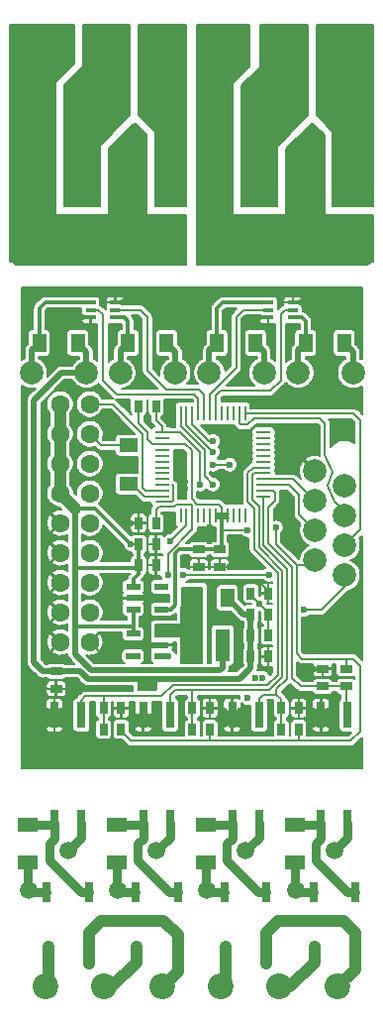
<source format=gbl>
G04 #@! TF.GenerationSoftware,KiCad,Pcbnew,(5.1.9)-1*
G04 #@! TF.CreationDate,2023-02-03T00:57:47+01:00*
G04 #@! TF.ProjectId,Base,42617365-2e6b-4696-9361-645f70636258,rev?*
G04 #@! TF.SameCoordinates,Original*
G04 #@! TF.FileFunction,Copper,L2,Bot*
G04 #@! TF.FilePolarity,Positive*
%FSLAX46Y46*%
G04 Gerber Fmt 4.6, Leading zero omitted, Abs format (unit mm)*
G04 Created by KiCad (PCBNEW (5.1.9)-1) date 2023-02-03 00:57:47*
%MOMM*%
%LPD*%
G01*
G04 APERTURE LIST*
G04 #@! TA.AperFunction,SMDPad,CuDef*
%ADD10R,0.800000X2.200000*%
G04 #@! TD*
G04 #@! TA.AperFunction,SMDPad,CuDef*
%ADD11R,1.000000X0.700000*%
G04 #@! TD*
G04 #@! TA.AperFunction,SMDPad,CuDef*
%ADD12R,1.200000X0.550000*%
G04 #@! TD*
G04 #@! TA.AperFunction,ComponentPad*
%ADD13C,1.600000*%
G04 #@! TD*
G04 #@! TA.AperFunction,ComponentPad*
%ADD14C,0.600000*%
G04 #@! TD*
G04 #@! TA.AperFunction,ComponentPad*
%ADD15C,2.000000*%
G04 #@! TD*
G04 #@! TA.AperFunction,ComponentPad*
%ADD16C,2.200000*%
G04 #@! TD*
G04 #@! TA.AperFunction,SMDPad,CuDef*
%ADD17R,1.200000X1.700000*%
G04 #@! TD*
G04 #@! TA.AperFunction,SMDPad,CuDef*
%ADD18R,1.700000X1.200000*%
G04 #@! TD*
G04 #@! TA.AperFunction,SMDPad,CuDef*
%ADD19R,0.700000X1.000000*%
G04 #@! TD*
G04 #@! TA.AperFunction,SMDPad,CuDef*
%ADD20R,1.200000X1.600000*%
G04 #@! TD*
G04 #@! TA.AperFunction,SMDPad,CuDef*
%ADD21R,1.300000X0.250000*%
G04 #@! TD*
G04 #@! TA.AperFunction,SMDPad,CuDef*
%ADD22R,0.250000X1.300000*%
G04 #@! TD*
G04 #@! TA.AperFunction,SMDPad,CuDef*
%ADD23R,0.900000X0.350000*%
G04 #@! TD*
G04 #@! TA.AperFunction,SMDPad,CuDef*
%ADD24R,1.300000X2.800000*%
G04 #@! TD*
G04 #@! TA.AperFunction,SMDPad,CuDef*
%ADD25R,0.800000X1.800000*%
G04 #@! TD*
G04 #@! TA.AperFunction,ComponentPad*
%ADD26C,1.500000*%
G04 #@! TD*
G04 #@! TA.AperFunction,SMDPad,CuDef*
%ADD27R,1.600000X1.200000*%
G04 #@! TD*
G04 #@! TA.AperFunction,ViaPad*
%ADD28C,0.600000*%
G04 #@! TD*
G04 #@! TA.AperFunction,Conductor*
%ADD29C,0.500000*%
G04 #@! TD*
G04 #@! TA.AperFunction,Conductor*
%ADD30C,0.200000*%
G04 #@! TD*
G04 #@! TA.AperFunction,Conductor*
%ADD31C,0.300000*%
G04 #@! TD*
G04 #@! TA.AperFunction,Conductor*
%ADD32C,1.000000*%
G04 #@! TD*
G04 #@! TA.AperFunction,Conductor*
%ADD33C,0.220000*%
G04 #@! TD*
G04 #@! TA.AperFunction,Conductor*
%ADD34C,0.800000*%
G04 #@! TD*
G04 #@! TA.AperFunction,Conductor*
%ADD35C,0.150000*%
G04 #@! TD*
G04 #@! TA.AperFunction,Conductor*
%ADD36C,0.100000*%
G04 #@! TD*
G04 APERTURE END LIST*
D10*
X35750000Y-73400000D03*
X33450000Y-73400000D03*
X33450000Y-82600000D03*
X35750000Y-82600000D03*
D11*
X18400000Y-71150000D03*
X18400000Y-69650000D03*
D12*
X24993500Y-66447500D03*
X24993500Y-68352500D03*
X27406500Y-68352500D03*
X27406500Y-67400000D03*
X27406500Y-66447500D03*
D13*
X18730000Y-54460000D03*
X18730000Y-64620000D03*
X18730000Y-62080000D03*
X18730000Y-49380000D03*
X18730000Y-67160000D03*
X18730000Y-46840000D03*
X18730000Y-59540000D03*
X18730000Y-57000000D03*
X18730000Y-51920000D03*
X21270000Y-67160000D03*
X21270000Y-46840000D03*
X21270000Y-49380000D03*
X21270000Y-51920000D03*
X21270000Y-54460000D03*
X21270000Y-57000000D03*
X21270000Y-59540000D03*
X21270000Y-62080000D03*
X21270000Y-64620000D03*
D14*
X21000000Y-26450000D03*
X21000000Y-25050000D03*
X21000000Y-33450000D03*
X21000000Y-32050000D03*
D15*
X21000000Y-25750000D03*
X21000000Y-44150000D03*
X16300000Y-44150000D03*
X21000000Y-32750000D03*
D14*
X21000000Y-43450000D03*
X20300000Y-44150000D03*
X21050000Y-44850000D03*
X21700000Y-44150000D03*
X17000000Y-44150000D03*
X15600000Y-44150000D03*
X16300000Y-43450000D03*
X16300000Y-44850000D03*
D16*
X17500000Y-17400000D03*
X27500000Y-17400000D03*
X22500000Y-17400000D03*
X32500000Y-17400000D03*
X37500000Y-17400000D03*
X42500000Y-17400000D03*
D14*
X43800000Y-26450000D03*
X43800000Y-25050000D03*
X43800000Y-33450000D03*
X43800000Y-32050000D03*
D15*
X43800000Y-25750000D03*
X43800000Y-44150000D03*
X39100000Y-44150000D03*
X43800000Y-32750000D03*
D14*
X43800000Y-43450000D03*
X43100000Y-44150000D03*
X43850000Y-44850000D03*
X44500000Y-44150000D03*
X39800000Y-44150000D03*
X38400000Y-44150000D03*
X39100000Y-43450000D03*
X39100000Y-44850000D03*
X36200000Y-26450000D03*
X36200000Y-25050000D03*
X36200000Y-33450000D03*
X36200000Y-32050000D03*
D15*
X36200000Y-25750000D03*
X36200000Y-44150000D03*
X31500000Y-44150000D03*
X36200000Y-32750000D03*
D14*
X36200000Y-43450000D03*
X35500000Y-44150000D03*
X36250000Y-44850000D03*
X36900000Y-44150000D03*
X32200000Y-44150000D03*
X30800000Y-44150000D03*
X31500000Y-43450000D03*
X31500000Y-44850000D03*
X28600000Y-26450000D03*
X28600000Y-25050000D03*
X28600000Y-33450000D03*
X28600000Y-32050000D03*
D15*
X28600000Y-25750000D03*
X28600000Y-44150000D03*
X23900000Y-44150000D03*
X28600000Y-32750000D03*
D14*
X28600000Y-43450000D03*
X27900000Y-44150000D03*
X28650000Y-44850000D03*
X29300000Y-44150000D03*
X24600000Y-44150000D03*
X23200000Y-44150000D03*
X23900000Y-43450000D03*
X23900000Y-44850000D03*
D17*
X17000000Y-28400000D03*
X20200000Y-28400000D03*
X24600000Y-28400000D03*
X27800000Y-28400000D03*
X32200000Y-28400000D03*
X35400000Y-28400000D03*
X39800000Y-28400000D03*
X43000000Y-28400000D03*
D18*
X16000000Y-86000000D03*
X16000000Y-82800000D03*
X23600000Y-86000000D03*
X23600000Y-82800000D03*
X31200000Y-86000000D03*
X31200000Y-82800000D03*
X38800000Y-86000000D03*
X38800000Y-82800000D03*
D19*
X22450000Y-72800000D03*
X23950000Y-72800000D03*
X30050000Y-72800000D03*
X31550000Y-72800000D03*
X37650000Y-72800000D03*
X39150000Y-72800000D03*
D11*
X41200000Y-70950000D03*
X41200000Y-69450000D03*
X32400000Y-60750000D03*
X32400000Y-59250000D03*
D16*
X42500000Y-96600000D03*
X32500000Y-96600000D03*
X37500000Y-96600000D03*
X27500000Y-96600000D03*
X22500000Y-96600000D03*
X17500000Y-96600000D03*
D20*
X20250000Y-41600000D03*
X16950000Y-41600000D03*
X27850000Y-41600000D03*
X24550000Y-41600000D03*
X35450000Y-41600000D03*
X32150000Y-41600000D03*
X43050000Y-41600000D03*
X39750000Y-41600000D03*
D10*
X20550000Y-73400000D03*
X18250000Y-73400000D03*
X18250000Y-82600000D03*
X20550000Y-82600000D03*
X28150000Y-73400000D03*
X25850000Y-73400000D03*
X25850000Y-82600000D03*
X28150000Y-82600000D03*
X43350000Y-73400000D03*
X41050000Y-73400000D03*
X41050000Y-82600000D03*
X43350000Y-82600000D03*
D21*
X36150000Y-54750000D03*
X36150000Y-54250000D03*
X36150000Y-53750000D03*
X36150000Y-53250000D03*
X36150000Y-52750000D03*
X36150000Y-52250000D03*
X36150000Y-51750000D03*
X36150000Y-51250000D03*
X36150000Y-50750000D03*
X36150000Y-50250000D03*
X36150000Y-49750000D03*
X36150000Y-49250000D03*
D22*
X34550000Y-47650000D03*
X34050000Y-47650000D03*
X33550000Y-47650000D03*
X33050000Y-47650000D03*
X32550000Y-47650000D03*
X32050000Y-47650000D03*
X31550000Y-47650000D03*
X31050000Y-47650000D03*
X30550000Y-47650000D03*
X30050000Y-47650000D03*
X29550000Y-47650000D03*
X29050000Y-47650000D03*
D21*
X27450000Y-49250000D03*
X27450000Y-49750000D03*
X27450000Y-50250000D03*
X27450000Y-50750000D03*
X27450000Y-51250000D03*
X27450000Y-51750000D03*
X27450000Y-52250000D03*
X27450000Y-52750000D03*
X27450000Y-53250000D03*
X27450000Y-53750000D03*
X27450000Y-54250000D03*
X27450000Y-54750000D03*
D22*
X29050000Y-56350000D03*
X29550000Y-56350000D03*
X30050000Y-56350000D03*
X30550000Y-56350000D03*
X31050000Y-56350000D03*
X31550000Y-56350000D03*
X32050000Y-56350000D03*
X32550000Y-56350000D03*
X33050000Y-56350000D03*
X33550000Y-56350000D03*
X34050000Y-56350000D03*
X34550000Y-56350000D03*
D12*
X27406500Y-64352500D03*
X27406500Y-62447500D03*
X24993500Y-62447500D03*
X24993500Y-63400000D03*
X24993500Y-64352500D03*
D15*
X40530000Y-52555000D03*
X43070000Y-53825000D03*
X40530000Y-57635000D03*
X43070000Y-58905000D03*
X43070000Y-61445000D03*
X40530000Y-60175000D03*
X43070000Y-56365000D03*
X40530000Y-55095000D03*
D19*
X23950000Y-74600000D03*
X22450000Y-74600000D03*
X31550000Y-74600000D03*
X30050000Y-74600000D03*
X39150000Y-74600000D03*
X37650000Y-74600000D03*
D11*
X43200000Y-69450000D03*
X43200000Y-70950000D03*
D23*
X23450000Y-38800000D03*
X23450000Y-38150000D03*
X23450000Y-39450000D03*
X21350000Y-39450000D03*
X21350000Y-38150000D03*
X21350000Y-38800000D03*
X38650000Y-38800000D03*
X38650000Y-38150000D03*
X38650000Y-39450000D03*
X36550000Y-39450000D03*
X36550000Y-38150000D03*
X36550000Y-38800000D03*
D11*
X30600000Y-59250000D03*
X30600000Y-60750000D03*
D19*
X25450000Y-58800000D03*
X26950000Y-58800000D03*
X26950000Y-57000000D03*
X25450000Y-57000000D03*
X26950000Y-60600000D03*
X25450000Y-60600000D03*
X36550000Y-66600000D03*
X35050000Y-66600000D03*
D20*
X33050000Y-63400000D03*
X29750000Y-63400000D03*
D24*
X32650000Y-67400000D03*
X30150000Y-67400000D03*
D19*
X35050000Y-64800000D03*
X36550000Y-64800000D03*
X35050000Y-63000000D03*
X36550000Y-63000000D03*
D25*
X21200000Y-93900000D03*
X17700000Y-93900000D03*
X17600000Y-88500000D03*
X21200000Y-88500000D03*
X28800000Y-93900000D03*
X25300000Y-93900000D03*
X25200000Y-88500000D03*
X28800000Y-88500000D03*
X36400000Y-93900000D03*
X32900000Y-93900000D03*
X32800000Y-88500000D03*
X36400000Y-88500000D03*
X44000000Y-93900000D03*
X40500000Y-93900000D03*
X40400000Y-88500000D03*
X44000000Y-88500000D03*
D19*
X36550000Y-68400000D03*
X35050000Y-68400000D03*
D26*
X16076598Y-88323402D03*
X19400000Y-85000000D03*
X23676598Y-88323402D03*
X27000000Y-85000000D03*
X31276598Y-88323402D03*
X34600000Y-85000000D03*
X38876598Y-88323402D03*
X42200000Y-85000000D03*
D19*
X25450000Y-47000000D03*
X26950000Y-47000000D03*
D27*
X24600000Y-50350000D03*
X24600000Y-53650000D03*
D28*
X24400000Y-46800000D03*
X22900000Y-58800000D03*
X23100000Y-63400000D03*
X26200000Y-48200000D03*
X28100000Y-48200000D03*
X17550000Y-73000000D03*
X18950000Y-74200000D03*
X17550000Y-73600000D03*
X17550000Y-74200000D03*
X18950000Y-73600000D03*
X18950000Y-73000000D03*
X33000000Y-39500000D03*
X39600000Y-65700000D03*
X43100000Y-49000000D03*
X37200000Y-56000000D03*
X33200000Y-60750000D03*
X36550000Y-68400000D03*
X40400000Y-69450000D03*
X29400000Y-54100000D03*
X29400000Y-53500000D03*
X38300000Y-42700000D03*
X38400000Y-40400000D03*
X25400000Y-43000000D03*
X23200000Y-40400000D03*
X25400000Y-39800000D03*
X17500000Y-48100000D03*
X24800000Y-57000000D03*
X39400000Y-38150000D03*
X35800000Y-39450000D03*
X24200000Y-38150000D03*
X20600000Y-39450000D03*
X26200000Y-63925000D03*
X26200000Y-62875000D03*
X26500000Y-63400000D03*
X41750000Y-73600000D03*
X41750000Y-73000000D03*
X41750000Y-74200000D03*
X40350000Y-73600000D03*
X40350000Y-73000000D03*
X40350000Y-74200000D03*
X26550000Y-73600000D03*
X26550000Y-74200000D03*
X25900000Y-63400000D03*
X34150000Y-73600000D03*
X34150000Y-73000000D03*
X34150000Y-74200000D03*
X25150000Y-74200000D03*
X25150000Y-73600000D03*
X32700000Y-73000000D03*
X32700000Y-74200000D03*
X32700000Y-73600000D03*
X31550000Y-57400000D03*
X17500000Y-53200000D03*
X26200000Y-67925000D03*
X26200000Y-66875000D03*
X25900000Y-67400000D03*
X26500000Y-67400000D03*
X35800000Y-62000000D03*
X34750000Y-71950000D03*
X32350000Y-66500000D03*
X32950000Y-66500000D03*
X32350000Y-67100000D03*
X32950000Y-67100000D03*
X32950000Y-67700000D03*
X32350000Y-67700000D03*
X36050000Y-70200000D03*
X35450000Y-70200000D03*
X32350000Y-68300000D03*
X32950000Y-68300000D03*
X24800000Y-58800000D03*
X37200000Y-57400000D03*
X34749980Y-57600000D03*
X25600000Y-70500000D03*
X26200000Y-70500000D03*
X26800000Y-70500000D03*
X26800000Y-71100000D03*
X26200000Y-71100000D03*
X25600000Y-71100000D03*
X27950000Y-61400000D03*
X29250000Y-61400000D03*
X39600000Y-64400000D03*
X36600000Y-61400000D03*
X30700000Y-53700000D03*
X31800000Y-53699998D03*
X31800000Y-50900000D03*
X31829410Y-49977179D03*
X31800000Y-52000000D03*
X33250021Y-52000021D03*
X28000000Y-68350000D03*
X35800000Y-63900000D03*
X24600000Y-68350000D03*
X28157530Y-58557530D03*
D29*
X17550000Y-74200000D02*
X17650000Y-74200000D01*
X17650000Y-73000000D02*
X18250000Y-73600000D01*
X17550000Y-73000000D02*
X17550000Y-74200000D01*
X17550000Y-73000000D02*
X17650000Y-73000000D01*
X18850000Y-73000000D02*
X18250000Y-73600000D01*
X18950000Y-73000000D02*
X18950000Y-74200000D01*
X18950000Y-73600000D02*
X18250000Y-73600000D01*
X18950000Y-73000000D02*
X18850000Y-73000000D01*
X17650000Y-74200000D02*
X18250000Y-73600000D01*
X18950000Y-74200000D02*
X18850000Y-74200000D01*
X18850000Y-74200000D02*
X18250000Y-73600000D01*
X17550000Y-73600000D02*
X18250000Y-73600000D01*
X32700000Y-73000000D02*
X32700000Y-74200000D01*
X32850000Y-74200000D02*
X33450000Y-73600000D01*
X32700000Y-74200000D02*
X32850000Y-74200000D01*
X32700000Y-73600000D02*
X33450000Y-73600000D01*
X33300000Y-73600000D02*
X32700000Y-73000000D01*
X33450000Y-73600000D02*
X33300000Y-73600000D01*
X33550000Y-73600000D02*
X34150000Y-73000000D01*
X33450000Y-73600000D02*
X33550000Y-73600000D01*
X33450000Y-73600000D02*
X34150000Y-73600000D01*
X34050000Y-74200000D02*
X33450000Y-73600000D01*
X34150000Y-74200000D02*
X34050000Y-74200000D01*
X40450000Y-73000000D02*
X41050000Y-73600000D01*
X40350000Y-73000000D02*
X40450000Y-73000000D01*
X40350000Y-73600000D02*
X41050000Y-73600000D01*
X40450000Y-74200000D02*
X41050000Y-73600000D01*
X40350000Y-74200000D02*
X40450000Y-74200000D01*
X41650000Y-74200000D02*
X41050000Y-73600000D01*
X41750000Y-74200000D02*
X41650000Y-74200000D01*
X41750000Y-73600000D02*
X41050000Y-73600000D01*
X41650000Y-73000000D02*
X41050000Y-73600000D01*
X41750000Y-73000000D02*
X41650000Y-73000000D01*
X40350000Y-73000000D02*
X40350000Y-74200000D01*
X41750000Y-73000000D02*
X41750000Y-74200000D01*
X26450000Y-74200000D02*
X25850000Y-73600000D01*
X26550000Y-74200000D02*
X26450000Y-74200000D01*
X26550000Y-73600000D02*
X25850000Y-73600000D01*
X25150000Y-73600000D02*
X25850000Y-73600000D01*
X25250000Y-74200000D02*
X25850000Y-73600000D01*
X25150000Y-74200000D02*
X25250000Y-74200000D01*
X25900000Y-63400000D02*
X24993500Y-63400000D01*
X26200000Y-62850000D02*
X26200000Y-63950000D01*
X26500000Y-63400000D02*
X24993500Y-63400000D01*
D30*
X31550000Y-56350000D02*
X31550000Y-57400000D01*
D31*
X39400000Y-38150000D02*
X38650000Y-38150000D01*
X35800000Y-39450000D02*
X36550000Y-39450000D01*
X24200000Y-38150000D02*
X23450000Y-38150000D01*
X20600000Y-39450000D02*
X21350000Y-39450000D01*
D29*
X25900000Y-67400000D02*
X27406500Y-67400000D01*
X26500000Y-67400000D02*
X27406500Y-67400000D01*
X26200000Y-67950000D02*
X26200000Y-66850000D01*
D30*
X36550000Y-62798530D02*
X35775735Y-62024265D01*
X36550000Y-63000000D02*
X36550000Y-62798530D01*
D29*
X25150000Y-74200000D02*
X25150000Y-73600000D01*
X26550000Y-73600000D02*
X26550000Y-74200000D01*
D32*
X18730000Y-54460000D02*
X18730000Y-46840000D01*
X18730000Y-54460000D02*
X20000000Y-55730000D01*
D29*
X20000000Y-68200000D02*
X21400000Y-69600000D01*
D31*
X25450000Y-58800000D02*
X25450000Y-60600000D01*
X25450000Y-60600000D02*
X25450000Y-61350000D01*
X24993500Y-61806500D02*
X24993500Y-62447500D01*
X25450000Y-61350000D02*
X24993500Y-61806500D01*
X25250000Y-60800000D02*
X25450000Y-60600000D01*
X20000000Y-60800000D02*
X25250000Y-60800000D01*
D29*
X20000000Y-55730000D02*
X20000000Y-60800000D01*
D31*
X24987000Y-65800000D02*
X24993500Y-65806500D01*
X20000000Y-65800000D02*
X24987000Y-65800000D01*
X24993500Y-65806500D02*
X24993500Y-66447500D01*
X24993500Y-64352500D02*
X24993500Y-65806500D01*
D29*
X20000000Y-60800000D02*
X20000000Y-65800000D01*
X20000000Y-65800000D02*
X20000000Y-68200000D01*
D30*
X24800000Y-58800000D02*
X25450000Y-58800000D01*
D29*
X21400000Y-69600000D02*
X32400000Y-69600000D01*
X32650000Y-69350000D02*
X32650000Y-67400000D01*
X32400000Y-69600000D02*
X32650000Y-69350000D01*
D31*
X21730000Y-55730000D02*
X20000000Y-55730000D01*
X24800000Y-58800000D02*
X21730000Y-55730000D01*
D33*
X32050000Y-56550000D02*
X33050000Y-56550000D01*
X32050000Y-56150000D02*
X33050000Y-56150000D01*
D30*
X32050000Y-56350000D02*
X33050000Y-56350000D01*
X32500021Y-56300021D02*
X32550000Y-56350000D01*
X23950000Y-74600000D02*
X23950000Y-74750000D01*
X23950000Y-74750000D02*
X24800000Y-75600000D01*
X43600000Y-75600000D02*
X44400000Y-74800000D01*
X38951492Y-68151492D02*
X39400000Y-68600000D01*
X39400000Y-68600000D02*
X42200000Y-68600000D01*
X44400000Y-69200000D02*
X44400000Y-74800000D01*
X43800000Y-68600000D02*
X44400000Y-69200000D01*
X43200000Y-69450000D02*
X43200000Y-68600000D01*
X43200000Y-68600000D02*
X43800000Y-68600000D01*
X39400000Y-68600000D02*
X43200000Y-68600000D01*
X38951492Y-60585793D02*
X38951492Y-68151492D01*
X40119207Y-60585793D02*
X40530000Y-60175000D01*
D31*
X30600000Y-59250000D02*
X32400000Y-59250000D01*
X27406500Y-64352500D02*
X28247500Y-64352500D01*
X28247500Y-64352500D02*
X28600000Y-64000000D01*
X28600000Y-64000000D02*
X28600000Y-59600000D01*
X28950000Y-59250000D02*
X30600000Y-59250000D01*
X28600000Y-59600000D02*
X28950000Y-59250000D01*
D30*
X37200000Y-57400000D02*
X37200000Y-58834301D01*
X37200000Y-58834301D02*
X38951492Y-60585793D01*
D31*
X32550000Y-59100000D02*
X32400000Y-59250000D01*
X32550000Y-56350000D02*
X32550000Y-59100000D01*
D30*
X34749980Y-57600000D02*
X32500000Y-57600000D01*
X31550000Y-75550000D02*
X31600000Y-75600000D01*
X31550000Y-74600000D02*
X31550000Y-75550000D01*
X24800000Y-75600000D02*
X31600000Y-75600000D01*
X39150000Y-75550000D02*
X39200000Y-75600000D01*
X39150000Y-74600000D02*
X39150000Y-75550000D01*
X39200000Y-75600000D02*
X43600000Y-75600000D01*
X31600000Y-75600000D02*
X39200000Y-75600000D01*
X30000000Y-54919299D02*
X30380701Y-55300000D01*
X30000000Y-50800000D02*
X30000000Y-54919299D01*
X32550000Y-56350000D02*
X32550000Y-55650000D01*
X32550000Y-55650000D02*
X32300000Y-55400000D01*
X30480701Y-55400000D02*
X30000000Y-54919299D01*
X32300000Y-55400000D02*
X30480701Y-55400000D01*
X38951492Y-60585793D02*
X40119207Y-60585793D01*
X29450000Y-50250000D02*
X30000000Y-50800000D01*
X27450000Y-50250000D02*
X29450000Y-50250000D01*
X26200010Y-49815012D02*
X26200010Y-49234312D01*
X26634998Y-50250000D02*
X26200010Y-49815012D01*
X27450000Y-50250000D02*
X26634998Y-50250000D01*
X25450000Y-48484302D02*
X25450000Y-47000000D01*
X26200010Y-49234312D02*
X25450000Y-48484302D01*
D29*
X21000000Y-42350000D02*
X20250000Y-41600000D01*
X21000000Y-44150000D02*
X21000000Y-42350000D01*
X28600000Y-42350000D02*
X27850000Y-41600000D01*
X28600000Y-44150000D02*
X28600000Y-42350000D01*
X36200000Y-42350000D02*
X35450000Y-41600000D01*
X36200000Y-43450000D02*
X36200000Y-42350000D01*
X43800000Y-42350000D02*
X43050000Y-41600000D01*
X43800000Y-44150000D02*
X43800000Y-42350000D01*
X35050000Y-64650000D02*
X35050000Y-64700000D01*
X35050000Y-64700000D02*
X35050000Y-66500000D01*
X35050000Y-66500000D02*
X35050000Y-68400000D01*
X20460038Y-69650000D02*
X21110047Y-70300010D01*
X18400000Y-69650000D02*
X20460038Y-69650000D01*
X21000000Y-44150000D02*
X18850000Y-44150000D01*
X35050000Y-69350000D02*
X34099990Y-70300010D01*
X35050000Y-68400000D02*
X35050000Y-69350000D01*
X21110047Y-70300010D02*
X34099990Y-70300010D01*
X18850000Y-44150000D02*
X16500000Y-46500000D01*
X34450000Y-64800000D02*
X33050000Y-63400000D01*
X35050000Y-64800000D02*
X34450000Y-64800000D01*
X17250000Y-69650000D02*
X18400000Y-69650000D01*
X16500000Y-68900000D02*
X17250000Y-69650000D01*
X16500000Y-46500000D02*
X16500000Y-68900000D01*
X25600000Y-71100000D02*
X25600000Y-70500000D01*
X25600000Y-71100000D02*
X26800000Y-71100000D01*
X26800000Y-71100000D02*
X26800000Y-70500000D01*
X26800000Y-71100000D02*
X26200000Y-70500000D01*
X26200000Y-70500000D02*
X25600000Y-71100000D01*
D30*
X22240000Y-50350000D02*
X21270000Y-49380000D01*
X24600000Y-50350000D02*
X22240000Y-50350000D01*
D29*
X16300000Y-42250000D02*
X16950000Y-41600000D01*
X16300000Y-44150000D02*
X16300000Y-42250000D01*
D31*
X21350000Y-38150000D02*
X17450000Y-38150000D01*
X16950000Y-38650000D02*
X16950000Y-41600000D01*
X17450000Y-38150000D02*
X16950000Y-38650000D01*
D29*
X23900000Y-42250000D02*
X24550000Y-41600000D01*
X23900000Y-44150000D02*
X23900000Y-42250000D01*
D31*
X23450000Y-39450000D02*
X24250000Y-39450000D01*
X24550000Y-39750000D02*
X24550000Y-41600000D01*
X24250000Y-39450000D02*
X24550000Y-39750000D01*
D29*
X31500000Y-42250000D02*
X32150000Y-41600000D01*
X31500000Y-44150000D02*
X31500000Y-42250000D01*
D31*
X36550000Y-38150000D02*
X32650000Y-38150000D01*
X32150000Y-38650000D02*
X32150000Y-41600000D01*
X32650000Y-38150000D02*
X32150000Y-38650000D01*
D29*
X39100000Y-42250000D02*
X39750000Y-41600000D01*
X39100000Y-44150000D02*
X39100000Y-42250000D01*
D31*
X38650000Y-39450000D02*
X39450000Y-39450000D01*
X39750000Y-39750000D02*
X39750000Y-41600000D01*
X39450000Y-39450000D02*
X39750000Y-39750000D01*
D30*
X35349980Y-55715678D02*
X35349980Y-59247076D01*
X34799991Y-55165688D02*
X35349980Y-55715678D01*
X34799991Y-52719309D02*
X34799991Y-55165688D01*
X35269300Y-52250000D02*
X34799991Y-52719309D01*
X36150000Y-52250000D02*
X35269300Y-52250000D01*
X22450000Y-74600000D02*
X22450000Y-72800000D01*
X37351452Y-69948588D02*
X36450020Y-70850020D01*
X37351452Y-61248548D02*
X37351452Y-69948588D01*
X35349980Y-59247076D02*
X37351452Y-61248548D01*
X28384281Y-70850020D02*
X27434301Y-71800000D01*
X36450020Y-70850020D02*
X28384281Y-70850020D01*
X20900000Y-71800000D02*
X20550000Y-72150000D01*
X20550000Y-73400000D02*
X20550000Y-72150000D01*
X22450000Y-71850000D02*
X22400000Y-71800000D01*
X22450000Y-72800000D02*
X22450000Y-71850000D01*
X22400000Y-71800000D02*
X20900000Y-71800000D01*
X27434301Y-71800000D02*
X22400000Y-71800000D01*
X28150000Y-73600000D02*
X28150000Y-72150000D01*
X35334998Y-52750000D02*
X36150000Y-52750000D01*
X35199999Y-52884999D02*
X35334998Y-52750000D01*
X35200000Y-55000000D02*
X35199999Y-52884999D01*
X35749990Y-55549990D02*
X35200000Y-55000000D01*
X35749990Y-59081387D02*
X35749990Y-55549990D01*
X28150000Y-71650000D02*
X28150000Y-73400000D01*
X28549970Y-71250030D02*
X28150000Y-71650000D01*
X30050000Y-74600000D02*
X30050000Y-72800000D01*
X30050000Y-71250060D02*
X30050030Y-71250030D01*
X30050000Y-72800000D02*
X30050000Y-71250060D01*
X30050030Y-71250030D02*
X28549970Y-71250030D01*
X36615709Y-71250030D02*
X30050030Y-71250030D01*
X37751462Y-70114277D02*
X36615709Y-71250030D01*
X37751462Y-61082859D02*
X37751462Y-70114277D01*
X35749990Y-59081387D02*
X37751462Y-61082859D01*
X36150000Y-54750000D02*
X36150000Y-58915698D01*
X35750000Y-72050000D02*
X36149960Y-71650040D01*
X35750000Y-73400000D02*
X35750000Y-72050000D01*
X36150000Y-58915698D02*
X38151472Y-60917170D01*
X37650000Y-74600000D02*
X37650000Y-72800000D01*
X38151472Y-60917170D02*
X38151472Y-70279966D01*
X36149960Y-71650040D02*
X37250040Y-71650040D01*
X37650000Y-72050000D02*
X37650000Y-72800000D01*
X37250040Y-71650040D02*
X37650000Y-72050000D01*
X38151471Y-70279966D02*
X38151472Y-70279966D01*
X37250040Y-71181397D02*
X38151471Y-70279966D01*
X37250040Y-71650040D02*
X37250040Y-71181397D01*
X26950000Y-57000000D02*
X26950000Y-55850010D01*
X28484988Y-55600010D02*
X28684999Y-55399999D01*
X27200000Y-55600010D02*
X28484988Y-55600010D01*
X26950000Y-55850010D02*
X27200000Y-55600010D01*
X29915001Y-55399999D02*
X28684999Y-55399999D01*
X30050000Y-55534998D02*
X29915001Y-55399999D01*
X30050000Y-56350000D02*
X30050000Y-55534998D01*
X30050000Y-56350000D02*
X30050000Y-57513590D01*
X27950000Y-59613590D02*
X27950000Y-61400000D01*
X30050000Y-57513590D02*
X27950000Y-59613590D01*
X43070000Y-62434002D02*
X43070000Y-61445000D01*
X39600000Y-64400000D02*
X41104002Y-64400000D01*
X29250000Y-61400000D02*
X36600000Y-61400000D01*
X41104002Y-64400000D02*
X43070000Y-62434002D01*
X36150000Y-53750000D02*
X37440698Y-53750000D01*
X39200000Y-54600000D02*
X39200000Y-56305000D01*
X39200000Y-56305000D02*
X40530000Y-57635000D01*
X38350000Y-53750000D02*
X39200000Y-54600000D01*
X36150000Y-53750000D02*
X38350000Y-53750000D01*
X36150000Y-53250000D02*
X38685000Y-53250000D01*
X38685000Y-53250000D02*
X40530000Y-55095000D01*
X30700000Y-53700000D02*
X30700000Y-50931396D01*
X29018604Y-49250000D02*
X27450000Y-49250000D01*
X30700000Y-50931396D02*
X29018604Y-49250000D01*
X27450000Y-48738002D02*
X27450000Y-49250000D01*
X26950000Y-48238002D02*
X27450000Y-48738002D01*
X26950000Y-47000000D02*
X26950000Y-48238002D01*
X31800000Y-53699998D02*
X31100010Y-53000008D01*
X29050000Y-47650000D02*
X29050000Y-48715698D01*
X31100010Y-50765708D02*
X31100010Y-53000008D01*
X29050000Y-48715698D02*
X31100010Y-50765708D01*
X29550000Y-48650000D02*
X29550000Y-47650000D01*
X31800000Y-50900000D02*
X29550000Y-48650000D01*
X31829410Y-49977179D02*
X31442877Y-49977179D01*
X30050000Y-48584302D02*
X30050000Y-47650000D01*
X31442877Y-49977179D02*
X30050000Y-48584302D01*
X28300000Y-53750000D02*
X28400001Y-53850001D01*
X28400001Y-55115001D02*
X28315002Y-55200000D01*
X28400001Y-53850001D02*
X28400001Y-55115001D01*
X28315002Y-55200000D02*
X26965699Y-55200000D01*
X27450000Y-54750000D02*
X25950000Y-54750000D01*
X24850000Y-53650000D02*
X24600000Y-53650000D01*
X25950000Y-54750000D02*
X24850000Y-53650000D01*
X27450000Y-54250000D02*
X26050000Y-54250000D01*
X26050000Y-54250000D02*
X25800000Y-54000000D01*
X25800000Y-54000000D02*
X25800000Y-49400000D01*
X23240000Y-46840000D02*
X21270000Y-46840000D01*
X25800000Y-49400000D02*
X23240000Y-46840000D01*
X34050000Y-48500000D02*
X34150000Y-48600000D01*
X34050000Y-47650000D02*
X34050000Y-48500000D01*
X34150000Y-48600000D02*
X34800000Y-48600000D01*
X34800000Y-48600000D02*
X35349990Y-48050010D01*
X37949990Y-48050010D02*
X35349990Y-48050010D01*
X43070000Y-56365000D02*
X43070000Y-56070000D01*
X43070000Y-56070000D02*
X42200000Y-55200000D01*
X40949990Y-48050010D02*
X35349990Y-48050010D01*
X41400000Y-48500020D02*
X40949990Y-48050010D01*
X41400000Y-51200000D02*
X41400000Y-48500020D01*
X42000000Y-52600000D02*
X41400000Y-51200000D01*
X41600000Y-53800000D02*
X42000000Y-52600000D01*
X42200000Y-55200000D02*
X41600000Y-53800000D01*
X34550000Y-47650000D02*
X37784302Y-47650000D01*
X34550000Y-47650000D02*
X43850000Y-47650000D01*
X43850000Y-47650000D02*
X44420001Y-48220001D01*
X44420001Y-48220001D02*
X44420001Y-57554999D01*
X44420001Y-57554999D02*
X43070000Y-58905000D01*
X23450000Y-38800000D02*
X25600000Y-38800000D01*
X25600000Y-38800000D02*
X26200000Y-39400000D01*
X26200000Y-39400000D02*
X26200000Y-44000000D01*
X26200000Y-44000000D02*
X27800000Y-45600000D01*
X27800000Y-45600000D02*
X30600000Y-45600000D01*
X30600000Y-45600000D02*
X31050000Y-46050000D01*
X31050000Y-46050000D02*
X31050000Y-47650000D01*
X22000000Y-38800000D02*
X22400000Y-39200000D01*
X21350000Y-38800000D02*
X22000000Y-38800000D01*
X22400000Y-44800000D02*
X22400000Y-39200000D01*
X30550000Y-46350000D02*
X30200000Y-46000000D01*
X23600000Y-46000000D02*
X22400000Y-44800000D01*
X30200000Y-46000000D02*
X23600000Y-46000000D01*
X30550000Y-47650000D02*
X30550000Y-46350000D01*
X38650000Y-38800000D02*
X38000000Y-38800000D01*
X38000000Y-38800000D02*
X37600000Y-39200000D01*
X37600000Y-39200000D02*
X37600000Y-44800000D01*
X35265698Y-45700000D02*
X36700000Y-45700000D01*
X37600000Y-44800000D02*
X36700000Y-45700000D01*
X36700000Y-45700000D02*
X32439700Y-45700000D01*
X32439700Y-45700000D02*
X32050000Y-46089700D01*
X32050000Y-46100000D02*
X32050000Y-47650000D01*
X33250000Y-52000000D02*
X33250021Y-52000021D01*
X31800000Y-52000000D02*
X33250000Y-52000000D01*
D32*
X28800000Y-95300000D02*
X27500000Y-96600000D01*
X28800000Y-93900000D02*
X28800000Y-95300000D01*
X27600000Y-91000000D02*
X28800000Y-92200000D01*
X28800000Y-92200000D02*
X28800000Y-93900000D01*
X22200000Y-91000000D02*
X27600000Y-91000000D01*
X21200000Y-92000000D02*
X22200000Y-91000000D01*
X21200000Y-94600000D02*
X21200000Y-92000000D01*
X44000000Y-95100000D02*
X42500000Y-96600000D01*
X44000000Y-93900000D02*
X44000000Y-95100000D01*
X36400000Y-92000000D02*
X36400000Y-94600000D01*
X37400000Y-91000000D02*
X36400000Y-92000000D01*
X43000000Y-91000000D02*
X37400000Y-91000000D01*
X44000000Y-92000000D02*
X43000000Y-91000000D01*
X44000000Y-93900000D02*
X44000000Y-92000000D01*
D30*
X36965002Y-54250000D02*
X37100001Y-54384999D01*
X36150000Y-54250000D02*
X36965002Y-54250000D01*
X37100001Y-55099999D02*
X37100001Y-54384999D01*
X36550010Y-55649990D02*
X37100001Y-55099999D01*
X36550010Y-55649990D02*
X36550010Y-58750010D01*
X43200000Y-70950000D02*
X40650000Y-70950000D01*
X40650000Y-70950000D02*
X41200000Y-70950000D01*
X41200000Y-70950000D02*
X39301482Y-70950000D01*
X39301482Y-70950000D02*
X38551482Y-70200000D01*
X38551482Y-60751481D02*
X38551482Y-70200000D01*
X36550010Y-58750010D02*
X38551482Y-60751481D01*
X43200000Y-73250000D02*
X43350000Y-73400000D01*
X43200000Y-70950000D02*
X43200000Y-73250000D01*
X34400000Y-38800000D02*
X36550000Y-38800000D01*
X33800000Y-39400000D02*
X34400000Y-38800000D01*
X31550000Y-46024002D02*
X31550000Y-46050000D01*
X33800000Y-43774002D02*
X31550000Y-46024002D01*
X33800000Y-39400000D02*
X33800000Y-43774002D01*
X31550000Y-47650000D02*
X31550000Y-46050000D01*
X36550000Y-64500000D02*
X36550000Y-66500000D01*
X35050000Y-63150000D02*
X35050000Y-63000000D01*
X35800000Y-63900000D02*
X35050000Y-63150000D01*
X36550000Y-64650000D02*
X36550000Y-64800000D01*
X35800000Y-63900000D02*
X36550000Y-64650000D01*
X29550000Y-57165060D02*
X28157530Y-58557530D01*
X29550000Y-56350000D02*
X29550000Y-57165060D01*
D34*
X18050000Y-82800000D02*
X18250000Y-82600000D01*
X16000000Y-82800000D02*
X18050000Y-82800000D01*
X21200000Y-88500000D02*
X20500000Y-88500000D01*
X20500000Y-88500000D02*
X17800000Y-85800000D01*
X17800000Y-85800000D02*
X17800000Y-84400000D01*
X18250000Y-83950000D02*
X18250000Y-82600000D01*
X17800000Y-84400000D02*
X18250000Y-83950000D01*
X23600000Y-82800000D02*
X25650000Y-82800000D01*
X28100000Y-88500000D02*
X25400000Y-85800000D01*
X28800000Y-88500000D02*
X28100000Y-88500000D01*
X25400000Y-85800000D02*
X25400000Y-84400000D01*
X25400000Y-84400000D02*
X25850000Y-83950000D01*
X25850000Y-83950000D02*
X25850000Y-82600000D01*
X25650000Y-82800000D02*
X25850000Y-82600000D01*
X31200000Y-82800000D02*
X33250000Y-82800000D01*
X35700000Y-88500000D02*
X33000000Y-85800000D01*
X36400000Y-88500000D02*
X35700000Y-88500000D01*
X33000000Y-85800000D02*
X33000000Y-84400000D01*
X33000000Y-84400000D02*
X33450000Y-83950000D01*
X33450000Y-83950000D02*
X33450000Y-82600000D01*
X33250000Y-82800000D02*
X33450000Y-82600000D01*
X38800000Y-82800000D02*
X40850000Y-82800000D01*
X43300000Y-88500000D02*
X40600000Y-85800000D01*
X44000000Y-88500000D02*
X43300000Y-88500000D01*
X40600000Y-85800000D02*
X40600000Y-84400000D01*
X40600000Y-84400000D02*
X41050000Y-83950000D01*
X41050000Y-83950000D02*
X41050000Y-82600000D01*
X40850000Y-82800000D02*
X41050000Y-82600000D01*
D32*
X32900000Y-96200000D02*
X32500000Y-96600000D01*
X32900000Y-93200000D02*
X32900000Y-96200000D01*
X38400000Y-96600000D02*
X37500000Y-96600000D01*
X40500000Y-94500000D02*
X38400000Y-96600000D01*
X40500000Y-93200000D02*
X40500000Y-94500000D01*
X25300000Y-94500000D02*
X23200000Y-96600000D01*
X23200000Y-96600000D02*
X22500000Y-96600000D01*
X25300000Y-93200000D02*
X25300000Y-94500000D01*
X17700000Y-96400000D02*
X17500000Y-96600000D01*
X17700000Y-93200000D02*
X17700000Y-96400000D01*
D34*
X16253196Y-88500000D02*
X16076598Y-88323402D01*
X17600000Y-88500000D02*
X16253196Y-88500000D01*
X16000000Y-88246804D02*
X16076598Y-88323402D01*
X16000000Y-86000000D02*
X16000000Y-88246804D01*
X23600000Y-86000000D02*
X23600000Y-88246804D01*
X23853196Y-88500000D02*
X23676598Y-88323402D01*
X23600000Y-88246804D02*
X23676598Y-88323402D01*
X25200000Y-88500000D02*
X23853196Y-88500000D01*
X31200000Y-86000000D02*
X31200000Y-88246804D01*
X31453196Y-88500000D02*
X31276598Y-88323402D01*
X31200000Y-88246804D02*
X31276598Y-88323402D01*
X32800000Y-88500000D02*
X31453196Y-88500000D01*
X38800000Y-86000000D02*
X38800000Y-88246804D01*
X39053196Y-88500000D02*
X38876598Y-88323402D01*
X38800000Y-88246804D02*
X38876598Y-88323402D01*
X40400000Y-88500000D02*
X39053196Y-88500000D01*
X20550000Y-83850000D02*
X19400000Y-85000000D01*
X20550000Y-82600000D02*
X20550000Y-83850000D01*
X28150000Y-82600000D02*
X28150000Y-83850000D01*
X28150000Y-83850000D02*
X27000000Y-85000000D01*
X35750000Y-82600000D02*
X35750000Y-83850000D01*
X35750000Y-83850000D02*
X34600000Y-85000000D01*
X43350000Y-82600000D02*
X43350000Y-83850000D01*
X43350000Y-83850000D02*
X42200000Y-85000000D01*
D35*
X19925000Y-17768934D02*
X18346967Y-19346967D01*
X18337640Y-19358332D01*
X18330709Y-19371299D01*
X18326441Y-19385368D01*
X18325000Y-19400000D01*
X18325000Y-30600000D01*
X18326441Y-30614632D01*
X18330709Y-30628701D01*
X18337640Y-30641668D01*
X18346967Y-30653033D01*
X18358332Y-30662360D01*
X18371299Y-30669291D01*
X18385368Y-30673559D01*
X18400000Y-30675000D01*
X22800000Y-30675000D01*
X22814632Y-30673559D01*
X22828701Y-30669291D01*
X22841668Y-30662360D01*
X22853033Y-30653033D01*
X22862360Y-30641668D01*
X22869291Y-30628701D01*
X22873559Y-30614632D01*
X22875000Y-30600000D01*
X22875000Y-25031066D01*
X25031066Y-22875000D01*
X25168934Y-22875000D01*
X26125000Y-23831066D01*
X26125000Y-30600000D01*
X26126441Y-30614632D01*
X26130709Y-30628701D01*
X26137640Y-30641668D01*
X26146967Y-30653033D01*
X26158332Y-30662360D01*
X26171299Y-30669291D01*
X26185368Y-30673559D01*
X26200000Y-30675000D01*
X29525000Y-30675000D01*
X29525000Y-34925000D01*
X14968566Y-34925000D01*
X14837805Y-34818354D01*
X14803826Y-34795778D01*
X14770181Y-34772741D01*
X14764659Y-34769756D01*
X14764655Y-34769753D01*
X14764651Y-34769751D01*
X14592332Y-34678127D01*
X14554603Y-34662576D01*
X14517136Y-34646518D01*
X14511134Y-34644660D01*
X14450000Y-34626203D01*
X14450000Y-14450000D01*
X19925000Y-14450000D01*
X19925000Y-17768934D01*
G04 #@! TA.AperFunction,Conductor*
D36*
G36*
X19925000Y-17768934D02*
G01*
X18346967Y-19346967D01*
X18337640Y-19358332D01*
X18330709Y-19371299D01*
X18326441Y-19385368D01*
X18325000Y-19400000D01*
X18325000Y-30600000D01*
X18326441Y-30614632D01*
X18330709Y-30628701D01*
X18337640Y-30641668D01*
X18346967Y-30653033D01*
X18358332Y-30662360D01*
X18371299Y-30669291D01*
X18385368Y-30673559D01*
X18400000Y-30675000D01*
X22800000Y-30675000D01*
X22814632Y-30673559D01*
X22828701Y-30669291D01*
X22841668Y-30662360D01*
X22853033Y-30653033D01*
X22862360Y-30641668D01*
X22869291Y-30628701D01*
X22873559Y-30614632D01*
X22875000Y-30600000D01*
X22875000Y-25031066D01*
X25031066Y-22875000D01*
X25168934Y-22875000D01*
X26125000Y-23831066D01*
X26125000Y-30600000D01*
X26126441Y-30614632D01*
X26130709Y-30628701D01*
X26137640Y-30641668D01*
X26146967Y-30653033D01*
X26158332Y-30662360D01*
X26171299Y-30669291D01*
X26185368Y-30673559D01*
X26200000Y-30675000D01*
X29525000Y-30675000D01*
X29525000Y-34925000D01*
X14968566Y-34925000D01*
X14837805Y-34818354D01*
X14803826Y-34795778D01*
X14770181Y-34772741D01*
X14764659Y-34769756D01*
X14764655Y-34769753D01*
X14764651Y-34769751D01*
X14592332Y-34678127D01*
X14554603Y-34662576D01*
X14517136Y-34646518D01*
X14511134Y-34644660D01*
X14450000Y-34626203D01*
X14450000Y-14450000D01*
X19925000Y-14450000D01*
X19925000Y-17768934D01*
G37*
G04 #@! TD.AperFunction*
D35*
X34925000Y-17968934D02*
X33546967Y-19346967D01*
X33537640Y-19358332D01*
X33530709Y-19371299D01*
X33526441Y-19385368D01*
X33525000Y-19400000D01*
X33525000Y-30600000D01*
X33526441Y-30614632D01*
X33530709Y-30628701D01*
X33537640Y-30641668D01*
X33546967Y-30653033D01*
X33558332Y-30662360D01*
X33571299Y-30669291D01*
X33585368Y-30673559D01*
X33600000Y-30675000D01*
X38000000Y-30675000D01*
X38014632Y-30673559D01*
X38028701Y-30669291D01*
X38041668Y-30662360D01*
X38053033Y-30653033D01*
X38062360Y-30641668D01*
X38069291Y-30628701D01*
X38073559Y-30614632D01*
X38075000Y-30600000D01*
X38075000Y-25031066D01*
X40231066Y-22875000D01*
X40368934Y-22875000D01*
X41325000Y-23831066D01*
X41325000Y-30600000D01*
X41326441Y-30614632D01*
X41330709Y-30628701D01*
X41337640Y-30641668D01*
X41346967Y-30653033D01*
X41358332Y-30662360D01*
X41371299Y-30669291D01*
X41385368Y-30673559D01*
X41400000Y-30675000D01*
X45550001Y-30675000D01*
X45550001Y-34626412D01*
X45479416Y-34648262D01*
X45441835Y-34664060D01*
X45404001Y-34679345D01*
X45398454Y-34682295D01*
X45226777Y-34775120D01*
X45192932Y-34797948D01*
X45158834Y-34820261D01*
X45153965Y-34824232D01*
X45032159Y-34925000D01*
X30475000Y-34925000D01*
X30475000Y-14450000D01*
X34925000Y-14450000D01*
X34925000Y-17968934D01*
G04 #@! TA.AperFunction,Conductor*
D36*
G36*
X34925000Y-17968934D02*
G01*
X33546967Y-19346967D01*
X33537640Y-19358332D01*
X33530709Y-19371299D01*
X33526441Y-19385368D01*
X33525000Y-19400000D01*
X33525000Y-30600000D01*
X33526441Y-30614632D01*
X33530709Y-30628701D01*
X33537640Y-30641668D01*
X33546967Y-30653033D01*
X33558332Y-30662360D01*
X33571299Y-30669291D01*
X33585368Y-30673559D01*
X33600000Y-30675000D01*
X38000000Y-30675000D01*
X38014632Y-30673559D01*
X38028701Y-30669291D01*
X38041668Y-30662360D01*
X38053033Y-30653033D01*
X38062360Y-30641668D01*
X38069291Y-30628701D01*
X38073559Y-30614632D01*
X38075000Y-30600000D01*
X38075000Y-25031066D01*
X40231066Y-22875000D01*
X40368934Y-22875000D01*
X41325000Y-23831066D01*
X41325000Y-30600000D01*
X41326441Y-30614632D01*
X41330709Y-30628701D01*
X41337640Y-30641668D01*
X41346967Y-30653033D01*
X41358332Y-30662360D01*
X41371299Y-30669291D01*
X41385368Y-30673559D01*
X41400000Y-30675000D01*
X45550001Y-30675000D01*
X45550001Y-34626412D01*
X45479416Y-34648262D01*
X45441835Y-34664060D01*
X45404001Y-34679345D01*
X45398454Y-34682295D01*
X45226777Y-34775120D01*
X45192932Y-34797948D01*
X45158834Y-34820261D01*
X45153965Y-34824232D01*
X45032159Y-34925000D01*
X30475000Y-34925000D01*
X30475000Y-14450000D01*
X34925000Y-14450000D01*
X34925000Y-17968934D01*
G37*
G04 #@! TD.AperFunction*
D35*
X24725000Y-22168934D02*
X22146967Y-24746967D01*
X22137640Y-24758332D01*
X22130709Y-24771299D01*
X22126441Y-24785368D01*
X22125000Y-24800000D01*
X22125000Y-29925000D01*
X19075000Y-29925000D01*
X19075000Y-19631066D01*
X20653033Y-18053033D01*
X20662360Y-18041668D01*
X20669291Y-18028701D01*
X20673559Y-18014632D01*
X20675000Y-18000000D01*
X20675000Y-14450000D01*
X24725000Y-14450000D01*
X24725000Y-22168934D01*
G04 #@! TA.AperFunction,Conductor*
D36*
G36*
X24725000Y-22168934D02*
G01*
X22146967Y-24746967D01*
X22137640Y-24758332D01*
X22130709Y-24771299D01*
X22126441Y-24785368D01*
X22125000Y-24800000D01*
X22125000Y-29925000D01*
X19075000Y-29925000D01*
X19075000Y-19631066D01*
X20653033Y-18053033D01*
X20662360Y-18041668D01*
X20669291Y-18028701D01*
X20673559Y-18014632D01*
X20675000Y-18000000D01*
X20675000Y-14450000D01*
X24725000Y-14450000D01*
X24725000Y-22168934D01*
G37*
G04 #@! TD.AperFunction*
D35*
X29525000Y-29925000D02*
X26875000Y-29925000D01*
X26875000Y-23600000D01*
X26873559Y-23585368D01*
X26869291Y-23571299D01*
X26862360Y-23558332D01*
X26853033Y-23546967D01*
X25475000Y-22168934D01*
X25475000Y-14450000D01*
X29525000Y-14450000D01*
X29525000Y-29925000D01*
G04 #@! TA.AperFunction,Conductor*
D36*
G36*
X29525000Y-29925000D02*
G01*
X26875000Y-29925000D01*
X26875000Y-23600000D01*
X26873559Y-23585368D01*
X26869291Y-23571299D01*
X26862360Y-23558332D01*
X26853033Y-23546967D01*
X25475000Y-22168934D01*
X25475000Y-14450000D01*
X29525000Y-14450000D01*
X29525000Y-29925000D01*
G37*
G04 #@! TD.AperFunction*
D35*
X39925000Y-22168934D02*
X37346967Y-24746967D01*
X37337640Y-24758332D01*
X37330709Y-24771299D01*
X37326441Y-24785368D01*
X37325000Y-24800000D01*
X37325000Y-29925000D01*
X34275000Y-29925000D01*
X34275000Y-19631066D01*
X35853033Y-18053033D01*
X35862360Y-18041668D01*
X35869291Y-18028701D01*
X35873559Y-18014632D01*
X35875000Y-18000000D01*
X35875000Y-14450000D01*
X39925000Y-14450000D01*
X39925000Y-22168934D01*
G04 #@! TA.AperFunction,Conductor*
D36*
G36*
X39925000Y-22168934D02*
G01*
X37346967Y-24746967D01*
X37337640Y-24758332D01*
X37330709Y-24771299D01*
X37326441Y-24785368D01*
X37325000Y-24800000D01*
X37325000Y-29925000D01*
X34275000Y-29925000D01*
X34275000Y-19631066D01*
X35853033Y-18053033D01*
X35862360Y-18041668D01*
X35869291Y-18028701D01*
X35873559Y-18014632D01*
X35875000Y-18000000D01*
X35875000Y-14450000D01*
X39925000Y-14450000D01*
X39925000Y-22168934D01*
G37*
G04 #@! TD.AperFunction*
D35*
X45550001Y-29925000D02*
X42075000Y-29925000D01*
X42075000Y-23600000D01*
X42073559Y-23585368D01*
X42069291Y-23571299D01*
X42062360Y-23558332D01*
X42053033Y-23546967D01*
X40675000Y-22168934D01*
X40675000Y-14450000D01*
X45550000Y-14450000D01*
X45550001Y-29925000D01*
G04 #@! TA.AperFunction,Conductor*
D36*
G36*
X45550001Y-29925000D02*
G01*
X42075000Y-29925000D01*
X42075000Y-23600000D01*
X42073559Y-23585368D01*
X42069291Y-23571299D01*
X42062360Y-23558332D01*
X42053033Y-23546967D01*
X40675000Y-22168934D01*
X40675000Y-14450000D01*
X45550000Y-14450000D01*
X45550001Y-29925000D01*
G37*
G04 #@! TD.AperFunction*
D35*
X15648693Y-45368509D02*
X15898927Y-45472159D01*
X16164574Y-45525000D01*
X16435426Y-45525000D01*
X16629777Y-45486341D01*
X16079776Y-46036342D01*
X16055920Y-46055920D01*
X15977817Y-46151090D01*
X15919781Y-46259667D01*
X15884043Y-46377480D01*
X15875000Y-46469297D01*
X15875000Y-46469306D01*
X15871977Y-46500000D01*
X15875000Y-46530694D01*
X15875001Y-68869296D01*
X15871977Y-68900000D01*
X15875001Y-68930704D01*
X15884044Y-69022521D01*
X15919782Y-69140334D01*
X15977818Y-69248911D01*
X16055921Y-69344080D01*
X16079771Y-69363654D01*
X16786346Y-70070229D01*
X16805920Y-70094080D01*
X16840164Y-70122183D01*
X16901087Y-70172182D01*
X17009664Y-70230218D01*
X17009666Y-70230219D01*
X17127479Y-70265957D01*
X17219296Y-70275000D01*
X17219305Y-70275000D01*
X17249999Y-70278023D01*
X17280693Y-70275000D01*
X17643973Y-70275000D01*
X17690653Y-70313309D01*
X17755800Y-70348131D01*
X17826487Y-70369574D01*
X17900000Y-70376814D01*
X18900000Y-70376814D01*
X18973513Y-70369574D01*
X19044200Y-70348131D01*
X19109347Y-70313309D01*
X19156027Y-70275000D01*
X20201154Y-70275000D01*
X20646397Y-70720244D01*
X20665967Y-70744090D01*
X20689812Y-70763659D01*
X20689815Y-70763662D01*
X20761134Y-70822192D01*
X20859930Y-70875000D01*
X20869713Y-70880229D01*
X20987526Y-70915967D01*
X21079343Y-70925010D01*
X21079352Y-70925010D01*
X21110046Y-70928033D01*
X21140740Y-70925010D01*
X24946584Y-70925010D01*
X24925000Y-71033518D01*
X24925000Y-71166482D01*
X24950940Y-71296890D01*
X24962584Y-71325000D01*
X22423332Y-71325000D01*
X22400000Y-71322702D01*
X22376668Y-71325000D01*
X20923332Y-71325000D01*
X20900000Y-71322702D01*
X20819576Y-71330623D01*
X20806884Y-71331873D01*
X20717346Y-71359034D01*
X20634827Y-71403141D01*
X20562499Y-71462499D01*
X20547625Y-71480623D01*
X20230628Y-71797621D01*
X20212500Y-71812499D01*
X20153142Y-71884827D01*
X20131674Y-71924991D01*
X20076487Y-71930426D01*
X20005800Y-71951869D01*
X19940653Y-71986691D01*
X19883552Y-72033552D01*
X19836691Y-72090653D01*
X19801869Y-72155800D01*
X19780426Y-72226487D01*
X19773186Y-72300000D01*
X19773186Y-74500000D01*
X19780426Y-74573513D01*
X19801869Y-74644200D01*
X19836691Y-74709347D01*
X19883552Y-74766448D01*
X19940653Y-74813309D01*
X20005800Y-74848131D01*
X20076487Y-74869574D01*
X20150000Y-74876814D01*
X20950000Y-74876814D01*
X21023513Y-74869574D01*
X21094200Y-74848131D01*
X21159347Y-74813309D01*
X21216448Y-74766448D01*
X21263309Y-74709347D01*
X21298131Y-74644200D01*
X21319574Y-74573513D01*
X21326814Y-74500000D01*
X21326814Y-72300000D01*
X21324352Y-72275000D01*
X21725648Y-72275000D01*
X21723186Y-72300000D01*
X21723186Y-73300000D01*
X21730426Y-73373513D01*
X21751869Y-73444200D01*
X21786691Y-73509347D01*
X21833552Y-73566448D01*
X21890653Y-73613309D01*
X21955800Y-73648131D01*
X21975001Y-73653956D01*
X21975000Y-73746045D01*
X21955800Y-73751869D01*
X21890653Y-73786691D01*
X21833552Y-73833552D01*
X21786691Y-73890653D01*
X21751869Y-73955800D01*
X21730426Y-74026487D01*
X21723186Y-74100000D01*
X21723186Y-75100000D01*
X21730426Y-75173513D01*
X21751869Y-75244200D01*
X21786691Y-75309347D01*
X21833552Y-75366448D01*
X21890653Y-75413309D01*
X21955800Y-75448131D01*
X22026487Y-75469574D01*
X22100000Y-75476814D01*
X22800000Y-75476814D01*
X22873513Y-75469574D01*
X22944200Y-75448131D01*
X23009347Y-75413309D01*
X23066448Y-75366448D01*
X23113309Y-75309347D01*
X23148131Y-75244200D01*
X23169574Y-75173513D01*
X23176814Y-75100000D01*
X23176814Y-74100000D01*
X23169574Y-74026487D01*
X23148131Y-73955800D01*
X23113309Y-73890653D01*
X23066448Y-73833552D01*
X23009347Y-73786691D01*
X22944200Y-73751869D01*
X22925000Y-73746045D01*
X22925000Y-73653955D01*
X22944200Y-73648131D01*
X23009347Y-73613309D01*
X23066448Y-73566448D01*
X23113309Y-73509347D01*
X23148131Y-73444200D01*
X23169574Y-73373513D01*
X23176814Y-73300000D01*
X23223186Y-73300000D01*
X23230426Y-73373513D01*
X23251869Y-73444200D01*
X23286691Y-73509347D01*
X23333552Y-73566448D01*
X23390653Y-73613309D01*
X23455800Y-73648131D01*
X23526487Y-73669574D01*
X23600000Y-73676814D01*
X23831250Y-73675000D01*
X23925000Y-73581250D01*
X23925000Y-72825000D01*
X23975000Y-72825000D01*
X23975000Y-73581250D01*
X24068750Y-73675000D01*
X24300000Y-73676814D01*
X24373513Y-73669574D01*
X24444200Y-73648131D01*
X24509347Y-73613309D01*
X24566448Y-73566448D01*
X24613309Y-73509347D01*
X24648131Y-73444200D01*
X24669574Y-73373513D01*
X24676814Y-73300000D01*
X24675000Y-72918750D01*
X24581250Y-72825000D01*
X23975000Y-72825000D01*
X23925000Y-72825000D01*
X23318750Y-72825000D01*
X23225000Y-72918750D01*
X23223186Y-73300000D01*
X23176814Y-73300000D01*
X23176814Y-72300000D01*
X23174352Y-72275000D01*
X23225648Y-72275000D01*
X23223186Y-72300000D01*
X23225000Y-72681250D01*
X23318750Y-72775000D01*
X23925000Y-72775000D01*
X23925000Y-72755000D01*
X23975000Y-72755000D01*
X23975000Y-72775000D01*
X24581250Y-72775000D01*
X24675000Y-72681250D01*
X24676814Y-72300000D01*
X24674352Y-72275000D01*
X25075648Y-72275000D01*
X25073186Y-72300000D01*
X25075000Y-73281250D01*
X25168750Y-73375000D01*
X25825000Y-73375000D01*
X25825000Y-73355000D01*
X25875000Y-73355000D01*
X25875000Y-73375000D01*
X26531250Y-73375000D01*
X26625000Y-73281250D01*
X26626814Y-72300000D01*
X26624352Y-72275000D01*
X27375648Y-72275000D01*
X27373186Y-72300000D01*
X27373186Y-74500000D01*
X27380426Y-74573513D01*
X27401869Y-74644200D01*
X27436691Y-74709347D01*
X27483552Y-74766448D01*
X27540653Y-74813309D01*
X27605800Y-74848131D01*
X27676487Y-74869574D01*
X27750000Y-74876814D01*
X28550000Y-74876814D01*
X28623513Y-74869574D01*
X28694200Y-74848131D01*
X28759347Y-74813309D01*
X28816448Y-74766448D01*
X28863309Y-74709347D01*
X28898131Y-74644200D01*
X28919574Y-74573513D01*
X28926814Y-74500000D01*
X28926814Y-72300000D01*
X28919574Y-72226487D01*
X28898131Y-72155800D01*
X28863309Y-72090653D01*
X28816448Y-72033552D01*
X28759347Y-71986691D01*
X28694200Y-71951869D01*
X28625000Y-71930877D01*
X28625000Y-71846750D01*
X28746721Y-71725030D01*
X29575001Y-71725030D01*
X29575001Y-71946044D01*
X29555800Y-71951869D01*
X29490653Y-71986691D01*
X29433552Y-72033552D01*
X29386691Y-72090653D01*
X29351869Y-72155800D01*
X29330426Y-72226487D01*
X29323186Y-72300000D01*
X29323186Y-73300000D01*
X29330426Y-73373513D01*
X29351869Y-73444200D01*
X29386691Y-73509347D01*
X29433552Y-73566448D01*
X29490653Y-73613309D01*
X29555800Y-73648131D01*
X29575001Y-73653956D01*
X29575000Y-73746045D01*
X29555800Y-73751869D01*
X29490653Y-73786691D01*
X29433552Y-73833552D01*
X29386691Y-73890653D01*
X29351869Y-73955800D01*
X29330426Y-74026487D01*
X29323186Y-74100000D01*
X29323186Y-75100000D01*
X29325648Y-75125000D01*
X24996752Y-75125000D01*
X24676814Y-74805063D01*
X24676814Y-74500000D01*
X25073186Y-74500000D01*
X25080426Y-74573513D01*
X25101869Y-74644200D01*
X25136691Y-74709347D01*
X25183552Y-74766448D01*
X25240653Y-74813309D01*
X25305800Y-74848131D01*
X25376487Y-74869574D01*
X25450000Y-74876814D01*
X25731250Y-74875000D01*
X25825000Y-74781250D01*
X25825000Y-73425000D01*
X25875000Y-73425000D01*
X25875000Y-74781250D01*
X25968750Y-74875000D01*
X26250000Y-74876814D01*
X26323513Y-74869574D01*
X26394200Y-74848131D01*
X26459347Y-74813309D01*
X26516448Y-74766448D01*
X26563309Y-74709347D01*
X26598131Y-74644200D01*
X26619574Y-74573513D01*
X26626814Y-74500000D01*
X26625000Y-73518750D01*
X26531250Y-73425000D01*
X25875000Y-73425000D01*
X25825000Y-73425000D01*
X25168750Y-73425000D01*
X25075000Y-73518750D01*
X25073186Y-74500000D01*
X24676814Y-74500000D01*
X24676814Y-74100000D01*
X24669574Y-74026487D01*
X24648131Y-73955800D01*
X24613309Y-73890653D01*
X24566448Y-73833552D01*
X24509347Y-73786691D01*
X24444200Y-73751869D01*
X24373513Y-73730426D01*
X24300000Y-73723186D01*
X23600000Y-73723186D01*
X23526487Y-73730426D01*
X23455800Y-73751869D01*
X23390653Y-73786691D01*
X23333552Y-73833552D01*
X23286691Y-73890653D01*
X23251869Y-73955800D01*
X23230426Y-74026487D01*
X23223186Y-74100000D01*
X23223186Y-75100000D01*
X23230426Y-75173513D01*
X23251869Y-75244200D01*
X23286691Y-75309347D01*
X23333552Y-75366448D01*
X23390653Y-75413309D01*
X23455800Y-75448131D01*
X23526487Y-75469574D01*
X23600000Y-75476814D01*
X24005063Y-75476814D01*
X24447625Y-75919377D01*
X24462499Y-75937501D01*
X24480621Y-75952373D01*
X24480622Y-75952374D01*
X24534827Y-75996859D01*
X24617346Y-76040966D01*
X24706884Y-76068127D01*
X24800000Y-76077298D01*
X24823332Y-76075000D01*
X31576668Y-76075000D01*
X31600000Y-76077298D01*
X31623332Y-76075000D01*
X39176668Y-76075000D01*
X39200000Y-76077298D01*
X39223332Y-76075000D01*
X43576668Y-76075000D01*
X43600000Y-76077298D01*
X43623332Y-76075000D01*
X43693116Y-76068127D01*
X43782654Y-76040966D01*
X43865173Y-75996859D01*
X43937501Y-75937501D01*
X43952384Y-75919366D01*
X44550001Y-75321751D01*
X44550001Y-77925000D01*
X15450000Y-77925000D01*
X15450000Y-74500000D01*
X17473186Y-74500000D01*
X17480426Y-74573513D01*
X17501869Y-74644200D01*
X17536691Y-74709347D01*
X17583552Y-74766448D01*
X17640653Y-74813309D01*
X17705800Y-74848131D01*
X17776487Y-74869574D01*
X17850000Y-74876814D01*
X18131250Y-74875000D01*
X18225000Y-74781250D01*
X18225000Y-73425000D01*
X18275000Y-73425000D01*
X18275000Y-74781250D01*
X18368750Y-74875000D01*
X18650000Y-74876814D01*
X18723513Y-74869574D01*
X18794200Y-74848131D01*
X18859347Y-74813309D01*
X18916448Y-74766448D01*
X18963309Y-74709347D01*
X18998131Y-74644200D01*
X19019574Y-74573513D01*
X19026814Y-74500000D01*
X19025000Y-73518750D01*
X18931250Y-73425000D01*
X18275000Y-73425000D01*
X18225000Y-73425000D01*
X17568750Y-73425000D01*
X17475000Y-73518750D01*
X17473186Y-74500000D01*
X15450000Y-74500000D01*
X15450000Y-72300000D01*
X17473186Y-72300000D01*
X17475000Y-73281250D01*
X17568750Y-73375000D01*
X18225000Y-73375000D01*
X18225000Y-72018750D01*
X18275000Y-72018750D01*
X18275000Y-73375000D01*
X18931250Y-73375000D01*
X19025000Y-73281250D01*
X19026814Y-72300000D01*
X19019574Y-72226487D01*
X18998131Y-72155800D01*
X18963309Y-72090653D01*
X18916448Y-72033552D01*
X18859347Y-71986691D01*
X18794200Y-71951869D01*
X18723513Y-71930426D01*
X18650000Y-71923186D01*
X18368750Y-71925000D01*
X18275000Y-72018750D01*
X18225000Y-72018750D01*
X18131250Y-71925000D01*
X17850000Y-71923186D01*
X17776487Y-71930426D01*
X17705800Y-71951869D01*
X17640653Y-71986691D01*
X17583552Y-72033552D01*
X17536691Y-72090653D01*
X17501869Y-72155800D01*
X17480426Y-72226487D01*
X17473186Y-72300000D01*
X15450000Y-72300000D01*
X15450000Y-71500000D01*
X17523186Y-71500000D01*
X17530426Y-71573513D01*
X17551869Y-71644200D01*
X17586691Y-71709347D01*
X17633552Y-71766448D01*
X17690653Y-71813309D01*
X17755800Y-71848131D01*
X17826487Y-71869574D01*
X17900000Y-71876814D01*
X18281250Y-71875000D01*
X18375000Y-71781250D01*
X18375000Y-71175000D01*
X18425000Y-71175000D01*
X18425000Y-71781250D01*
X18518750Y-71875000D01*
X18900000Y-71876814D01*
X18973513Y-71869574D01*
X19044200Y-71848131D01*
X19109347Y-71813309D01*
X19166448Y-71766448D01*
X19213309Y-71709347D01*
X19248131Y-71644200D01*
X19269574Y-71573513D01*
X19276814Y-71500000D01*
X19275000Y-71268750D01*
X19181250Y-71175000D01*
X18425000Y-71175000D01*
X18375000Y-71175000D01*
X17618750Y-71175000D01*
X17525000Y-71268750D01*
X17523186Y-71500000D01*
X15450000Y-71500000D01*
X15450000Y-70800000D01*
X17523186Y-70800000D01*
X17525000Y-71031250D01*
X17618750Y-71125000D01*
X18375000Y-71125000D01*
X18375000Y-70518750D01*
X18425000Y-70518750D01*
X18425000Y-71125000D01*
X19181250Y-71125000D01*
X19275000Y-71031250D01*
X19276814Y-70800000D01*
X19269574Y-70726487D01*
X19248131Y-70655800D01*
X19213309Y-70590653D01*
X19166448Y-70533552D01*
X19109347Y-70486691D01*
X19044200Y-70451869D01*
X18973513Y-70430426D01*
X18900000Y-70423186D01*
X18518750Y-70425000D01*
X18425000Y-70518750D01*
X18375000Y-70518750D01*
X18281250Y-70425000D01*
X17900000Y-70423186D01*
X17826487Y-70430426D01*
X17755800Y-70451869D01*
X17690653Y-70486691D01*
X17633552Y-70533552D01*
X17586691Y-70590653D01*
X17551869Y-70655800D01*
X17530426Y-70726487D01*
X17523186Y-70800000D01*
X15450000Y-70800000D01*
X15450000Y-45235746D01*
X15648693Y-45368509D01*
G04 #@! TA.AperFunction,Conductor*
D36*
G36*
X15648693Y-45368509D02*
G01*
X15898927Y-45472159D01*
X16164574Y-45525000D01*
X16435426Y-45525000D01*
X16629777Y-45486341D01*
X16079776Y-46036342D01*
X16055920Y-46055920D01*
X15977817Y-46151090D01*
X15919781Y-46259667D01*
X15884043Y-46377480D01*
X15875000Y-46469297D01*
X15875000Y-46469306D01*
X15871977Y-46500000D01*
X15875000Y-46530694D01*
X15875001Y-68869296D01*
X15871977Y-68900000D01*
X15875001Y-68930704D01*
X15884044Y-69022521D01*
X15919782Y-69140334D01*
X15977818Y-69248911D01*
X16055921Y-69344080D01*
X16079771Y-69363654D01*
X16786346Y-70070229D01*
X16805920Y-70094080D01*
X16840164Y-70122183D01*
X16901087Y-70172182D01*
X17009664Y-70230218D01*
X17009666Y-70230219D01*
X17127479Y-70265957D01*
X17219296Y-70275000D01*
X17219305Y-70275000D01*
X17249999Y-70278023D01*
X17280693Y-70275000D01*
X17643973Y-70275000D01*
X17690653Y-70313309D01*
X17755800Y-70348131D01*
X17826487Y-70369574D01*
X17900000Y-70376814D01*
X18900000Y-70376814D01*
X18973513Y-70369574D01*
X19044200Y-70348131D01*
X19109347Y-70313309D01*
X19156027Y-70275000D01*
X20201154Y-70275000D01*
X20646397Y-70720244D01*
X20665967Y-70744090D01*
X20689812Y-70763659D01*
X20689815Y-70763662D01*
X20761134Y-70822192D01*
X20859930Y-70875000D01*
X20869713Y-70880229D01*
X20987526Y-70915967D01*
X21079343Y-70925010D01*
X21079352Y-70925010D01*
X21110046Y-70928033D01*
X21140740Y-70925010D01*
X24946584Y-70925010D01*
X24925000Y-71033518D01*
X24925000Y-71166482D01*
X24950940Y-71296890D01*
X24962584Y-71325000D01*
X22423332Y-71325000D01*
X22400000Y-71322702D01*
X22376668Y-71325000D01*
X20923332Y-71325000D01*
X20900000Y-71322702D01*
X20819576Y-71330623D01*
X20806884Y-71331873D01*
X20717346Y-71359034D01*
X20634827Y-71403141D01*
X20562499Y-71462499D01*
X20547625Y-71480623D01*
X20230628Y-71797621D01*
X20212500Y-71812499D01*
X20153142Y-71884827D01*
X20131674Y-71924991D01*
X20076487Y-71930426D01*
X20005800Y-71951869D01*
X19940653Y-71986691D01*
X19883552Y-72033552D01*
X19836691Y-72090653D01*
X19801869Y-72155800D01*
X19780426Y-72226487D01*
X19773186Y-72300000D01*
X19773186Y-74500000D01*
X19780426Y-74573513D01*
X19801869Y-74644200D01*
X19836691Y-74709347D01*
X19883552Y-74766448D01*
X19940653Y-74813309D01*
X20005800Y-74848131D01*
X20076487Y-74869574D01*
X20150000Y-74876814D01*
X20950000Y-74876814D01*
X21023513Y-74869574D01*
X21094200Y-74848131D01*
X21159347Y-74813309D01*
X21216448Y-74766448D01*
X21263309Y-74709347D01*
X21298131Y-74644200D01*
X21319574Y-74573513D01*
X21326814Y-74500000D01*
X21326814Y-72300000D01*
X21324352Y-72275000D01*
X21725648Y-72275000D01*
X21723186Y-72300000D01*
X21723186Y-73300000D01*
X21730426Y-73373513D01*
X21751869Y-73444200D01*
X21786691Y-73509347D01*
X21833552Y-73566448D01*
X21890653Y-73613309D01*
X21955800Y-73648131D01*
X21975001Y-73653956D01*
X21975000Y-73746045D01*
X21955800Y-73751869D01*
X21890653Y-73786691D01*
X21833552Y-73833552D01*
X21786691Y-73890653D01*
X21751869Y-73955800D01*
X21730426Y-74026487D01*
X21723186Y-74100000D01*
X21723186Y-75100000D01*
X21730426Y-75173513D01*
X21751869Y-75244200D01*
X21786691Y-75309347D01*
X21833552Y-75366448D01*
X21890653Y-75413309D01*
X21955800Y-75448131D01*
X22026487Y-75469574D01*
X22100000Y-75476814D01*
X22800000Y-75476814D01*
X22873513Y-75469574D01*
X22944200Y-75448131D01*
X23009347Y-75413309D01*
X23066448Y-75366448D01*
X23113309Y-75309347D01*
X23148131Y-75244200D01*
X23169574Y-75173513D01*
X23176814Y-75100000D01*
X23176814Y-74100000D01*
X23169574Y-74026487D01*
X23148131Y-73955800D01*
X23113309Y-73890653D01*
X23066448Y-73833552D01*
X23009347Y-73786691D01*
X22944200Y-73751869D01*
X22925000Y-73746045D01*
X22925000Y-73653955D01*
X22944200Y-73648131D01*
X23009347Y-73613309D01*
X23066448Y-73566448D01*
X23113309Y-73509347D01*
X23148131Y-73444200D01*
X23169574Y-73373513D01*
X23176814Y-73300000D01*
X23223186Y-73300000D01*
X23230426Y-73373513D01*
X23251869Y-73444200D01*
X23286691Y-73509347D01*
X23333552Y-73566448D01*
X23390653Y-73613309D01*
X23455800Y-73648131D01*
X23526487Y-73669574D01*
X23600000Y-73676814D01*
X23831250Y-73675000D01*
X23925000Y-73581250D01*
X23925000Y-72825000D01*
X23975000Y-72825000D01*
X23975000Y-73581250D01*
X24068750Y-73675000D01*
X24300000Y-73676814D01*
X24373513Y-73669574D01*
X24444200Y-73648131D01*
X24509347Y-73613309D01*
X24566448Y-73566448D01*
X24613309Y-73509347D01*
X24648131Y-73444200D01*
X24669574Y-73373513D01*
X24676814Y-73300000D01*
X24675000Y-72918750D01*
X24581250Y-72825000D01*
X23975000Y-72825000D01*
X23925000Y-72825000D01*
X23318750Y-72825000D01*
X23225000Y-72918750D01*
X23223186Y-73300000D01*
X23176814Y-73300000D01*
X23176814Y-72300000D01*
X23174352Y-72275000D01*
X23225648Y-72275000D01*
X23223186Y-72300000D01*
X23225000Y-72681250D01*
X23318750Y-72775000D01*
X23925000Y-72775000D01*
X23925000Y-72755000D01*
X23975000Y-72755000D01*
X23975000Y-72775000D01*
X24581250Y-72775000D01*
X24675000Y-72681250D01*
X24676814Y-72300000D01*
X24674352Y-72275000D01*
X25075648Y-72275000D01*
X25073186Y-72300000D01*
X25075000Y-73281250D01*
X25168750Y-73375000D01*
X25825000Y-73375000D01*
X25825000Y-73355000D01*
X25875000Y-73355000D01*
X25875000Y-73375000D01*
X26531250Y-73375000D01*
X26625000Y-73281250D01*
X26626814Y-72300000D01*
X26624352Y-72275000D01*
X27375648Y-72275000D01*
X27373186Y-72300000D01*
X27373186Y-74500000D01*
X27380426Y-74573513D01*
X27401869Y-74644200D01*
X27436691Y-74709347D01*
X27483552Y-74766448D01*
X27540653Y-74813309D01*
X27605800Y-74848131D01*
X27676487Y-74869574D01*
X27750000Y-74876814D01*
X28550000Y-74876814D01*
X28623513Y-74869574D01*
X28694200Y-74848131D01*
X28759347Y-74813309D01*
X28816448Y-74766448D01*
X28863309Y-74709347D01*
X28898131Y-74644200D01*
X28919574Y-74573513D01*
X28926814Y-74500000D01*
X28926814Y-72300000D01*
X28919574Y-72226487D01*
X28898131Y-72155800D01*
X28863309Y-72090653D01*
X28816448Y-72033552D01*
X28759347Y-71986691D01*
X28694200Y-71951869D01*
X28625000Y-71930877D01*
X28625000Y-71846750D01*
X28746721Y-71725030D01*
X29575001Y-71725030D01*
X29575001Y-71946044D01*
X29555800Y-71951869D01*
X29490653Y-71986691D01*
X29433552Y-72033552D01*
X29386691Y-72090653D01*
X29351869Y-72155800D01*
X29330426Y-72226487D01*
X29323186Y-72300000D01*
X29323186Y-73300000D01*
X29330426Y-73373513D01*
X29351869Y-73444200D01*
X29386691Y-73509347D01*
X29433552Y-73566448D01*
X29490653Y-73613309D01*
X29555800Y-73648131D01*
X29575001Y-73653956D01*
X29575000Y-73746045D01*
X29555800Y-73751869D01*
X29490653Y-73786691D01*
X29433552Y-73833552D01*
X29386691Y-73890653D01*
X29351869Y-73955800D01*
X29330426Y-74026487D01*
X29323186Y-74100000D01*
X29323186Y-75100000D01*
X29325648Y-75125000D01*
X24996752Y-75125000D01*
X24676814Y-74805063D01*
X24676814Y-74500000D01*
X25073186Y-74500000D01*
X25080426Y-74573513D01*
X25101869Y-74644200D01*
X25136691Y-74709347D01*
X25183552Y-74766448D01*
X25240653Y-74813309D01*
X25305800Y-74848131D01*
X25376487Y-74869574D01*
X25450000Y-74876814D01*
X25731250Y-74875000D01*
X25825000Y-74781250D01*
X25825000Y-73425000D01*
X25875000Y-73425000D01*
X25875000Y-74781250D01*
X25968750Y-74875000D01*
X26250000Y-74876814D01*
X26323513Y-74869574D01*
X26394200Y-74848131D01*
X26459347Y-74813309D01*
X26516448Y-74766448D01*
X26563309Y-74709347D01*
X26598131Y-74644200D01*
X26619574Y-74573513D01*
X26626814Y-74500000D01*
X26625000Y-73518750D01*
X26531250Y-73425000D01*
X25875000Y-73425000D01*
X25825000Y-73425000D01*
X25168750Y-73425000D01*
X25075000Y-73518750D01*
X25073186Y-74500000D01*
X24676814Y-74500000D01*
X24676814Y-74100000D01*
X24669574Y-74026487D01*
X24648131Y-73955800D01*
X24613309Y-73890653D01*
X24566448Y-73833552D01*
X24509347Y-73786691D01*
X24444200Y-73751869D01*
X24373513Y-73730426D01*
X24300000Y-73723186D01*
X23600000Y-73723186D01*
X23526487Y-73730426D01*
X23455800Y-73751869D01*
X23390653Y-73786691D01*
X23333552Y-73833552D01*
X23286691Y-73890653D01*
X23251869Y-73955800D01*
X23230426Y-74026487D01*
X23223186Y-74100000D01*
X23223186Y-75100000D01*
X23230426Y-75173513D01*
X23251869Y-75244200D01*
X23286691Y-75309347D01*
X23333552Y-75366448D01*
X23390653Y-75413309D01*
X23455800Y-75448131D01*
X23526487Y-75469574D01*
X23600000Y-75476814D01*
X24005063Y-75476814D01*
X24447625Y-75919377D01*
X24462499Y-75937501D01*
X24480621Y-75952373D01*
X24480622Y-75952374D01*
X24534827Y-75996859D01*
X24617346Y-76040966D01*
X24706884Y-76068127D01*
X24800000Y-76077298D01*
X24823332Y-76075000D01*
X31576668Y-76075000D01*
X31600000Y-76077298D01*
X31623332Y-76075000D01*
X39176668Y-76075000D01*
X39200000Y-76077298D01*
X39223332Y-76075000D01*
X43576668Y-76075000D01*
X43600000Y-76077298D01*
X43623332Y-76075000D01*
X43693116Y-76068127D01*
X43782654Y-76040966D01*
X43865173Y-75996859D01*
X43937501Y-75937501D01*
X43952384Y-75919366D01*
X44550001Y-75321751D01*
X44550001Y-77925000D01*
X15450000Y-77925000D01*
X15450000Y-74500000D01*
X17473186Y-74500000D01*
X17480426Y-74573513D01*
X17501869Y-74644200D01*
X17536691Y-74709347D01*
X17583552Y-74766448D01*
X17640653Y-74813309D01*
X17705800Y-74848131D01*
X17776487Y-74869574D01*
X17850000Y-74876814D01*
X18131250Y-74875000D01*
X18225000Y-74781250D01*
X18225000Y-73425000D01*
X18275000Y-73425000D01*
X18275000Y-74781250D01*
X18368750Y-74875000D01*
X18650000Y-74876814D01*
X18723513Y-74869574D01*
X18794200Y-74848131D01*
X18859347Y-74813309D01*
X18916448Y-74766448D01*
X18963309Y-74709347D01*
X18998131Y-74644200D01*
X19019574Y-74573513D01*
X19026814Y-74500000D01*
X19025000Y-73518750D01*
X18931250Y-73425000D01*
X18275000Y-73425000D01*
X18225000Y-73425000D01*
X17568750Y-73425000D01*
X17475000Y-73518750D01*
X17473186Y-74500000D01*
X15450000Y-74500000D01*
X15450000Y-72300000D01*
X17473186Y-72300000D01*
X17475000Y-73281250D01*
X17568750Y-73375000D01*
X18225000Y-73375000D01*
X18225000Y-72018750D01*
X18275000Y-72018750D01*
X18275000Y-73375000D01*
X18931250Y-73375000D01*
X19025000Y-73281250D01*
X19026814Y-72300000D01*
X19019574Y-72226487D01*
X18998131Y-72155800D01*
X18963309Y-72090653D01*
X18916448Y-72033552D01*
X18859347Y-71986691D01*
X18794200Y-71951869D01*
X18723513Y-71930426D01*
X18650000Y-71923186D01*
X18368750Y-71925000D01*
X18275000Y-72018750D01*
X18225000Y-72018750D01*
X18131250Y-71925000D01*
X17850000Y-71923186D01*
X17776487Y-71930426D01*
X17705800Y-71951869D01*
X17640653Y-71986691D01*
X17583552Y-72033552D01*
X17536691Y-72090653D01*
X17501869Y-72155800D01*
X17480426Y-72226487D01*
X17473186Y-72300000D01*
X15450000Y-72300000D01*
X15450000Y-71500000D01*
X17523186Y-71500000D01*
X17530426Y-71573513D01*
X17551869Y-71644200D01*
X17586691Y-71709347D01*
X17633552Y-71766448D01*
X17690653Y-71813309D01*
X17755800Y-71848131D01*
X17826487Y-71869574D01*
X17900000Y-71876814D01*
X18281250Y-71875000D01*
X18375000Y-71781250D01*
X18375000Y-71175000D01*
X18425000Y-71175000D01*
X18425000Y-71781250D01*
X18518750Y-71875000D01*
X18900000Y-71876814D01*
X18973513Y-71869574D01*
X19044200Y-71848131D01*
X19109347Y-71813309D01*
X19166448Y-71766448D01*
X19213309Y-71709347D01*
X19248131Y-71644200D01*
X19269574Y-71573513D01*
X19276814Y-71500000D01*
X19275000Y-71268750D01*
X19181250Y-71175000D01*
X18425000Y-71175000D01*
X18375000Y-71175000D01*
X17618750Y-71175000D01*
X17525000Y-71268750D01*
X17523186Y-71500000D01*
X15450000Y-71500000D01*
X15450000Y-70800000D01*
X17523186Y-70800000D01*
X17525000Y-71031250D01*
X17618750Y-71125000D01*
X18375000Y-71125000D01*
X18375000Y-70518750D01*
X18425000Y-70518750D01*
X18425000Y-71125000D01*
X19181250Y-71125000D01*
X19275000Y-71031250D01*
X19276814Y-70800000D01*
X19269574Y-70726487D01*
X19248131Y-70655800D01*
X19213309Y-70590653D01*
X19166448Y-70533552D01*
X19109347Y-70486691D01*
X19044200Y-70451869D01*
X18973513Y-70430426D01*
X18900000Y-70423186D01*
X18518750Y-70425000D01*
X18425000Y-70518750D01*
X18375000Y-70518750D01*
X18281250Y-70425000D01*
X17900000Y-70423186D01*
X17826487Y-70430426D01*
X17755800Y-70451869D01*
X17690653Y-70486691D01*
X17633552Y-70533552D01*
X17586691Y-70590653D01*
X17551869Y-70655800D01*
X17530426Y-70726487D01*
X17523186Y-70800000D01*
X15450000Y-70800000D01*
X15450000Y-45235746D01*
X15648693Y-45368509D01*
G37*
G04 #@! TD.AperFunction*
D35*
X34100940Y-71753110D02*
X34075000Y-71883518D01*
X34075000Y-71999537D01*
X34059347Y-71986691D01*
X33994200Y-71951869D01*
X33923513Y-71930426D01*
X33850000Y-71923186D01*
X33568750Y-71925000D01*
X33475000Y-72018750D01*
X33475000Y-73375000D01*
X34131250Y-73375000D01*
X34225000Y-73281250D01*
X34226664Y-72381258D01*
X34319713Y-72474307D01*
X34430268Y-72548177D01*
X34553110Y-72599060D01*
X34683518Y-72625000D01*
X34816482Y-72625000D01*
X34946890Y-72599060D01*
X34973186Y-72588168D01*
X34973186Y-74500000D01*
X34980426Y-74573513D01*
X35001869Y-74644200D01*
X35036691Y-74709347D01*
X35083552Y-74766448D01*
X35140653Y-74813309D01*
X35205800Y-74848131D01*
X35276487Y-74869574D01*
X35350000Y-74876814D01*
X36150000Y-74876814D01*
X36223513Y-74869574D01*
X36294200Y-74848131D01*
X36359347Y-74813309D01*
X36416448Y-74766448D01*
X36463309Y-74709347D01*
X36498131Y-74644200D01*
X36519574Y-74573513D01*
X36526814Y-74500000D01*
X36526814Y-72300000D01*
X36519574Y-72226487D01*
X36498131Y-72155800D01*
X36481689Y-72125040D01*
X36968311Y-72125040D01*
X36951869Y-72155800D01*
X36930426Y-72226487D01*
X36923186Y-72300000D01*
X36923186Y-73300000D01*
X36930426Y-73373513D01*
X36951869Y-73444200D01*
X36986691Y-73509347D01*
X37033552Y-73566448D01*
X37090653Y-73613309D01*
X37155800Y-73648131D01*
X37175001Y-73653956D01*
X37175000Y-73746045D01*
X37155800Y-73751869D01*
X37090653Y-73786691D01*
X37033552Y-73833552D01*
X36986691Y-73890653D01*
X36951869Y-73955800D01*
X36930426Y-74026487D01*
X36923186Y-74100000D01*
X36923186Y-75100000D01*
X36925648Y-75125000D01*
X32274352Y-75125000D01*
X32276814Y-75100000D01*
X32276814Y-74500000D01*
X32673186Y-74500000D01*
X32680426Y-74573513D01*
X32701869Y-74644200D01*
X32736691Y-74709347D01*
X32783552Y-74766448D01*
X32840653Y-74813309D01*
X32905800Y-74848131D01*
X32976487Y-74869574D01*
X33050000Y-74876814D01*
X33331250Y-74875000D01*
X33425000Y-74781250D01*
X33425000Y-73425000D01*
X33475000Y-73425000D01*
X33475000Y-74781250D01*
X33568750Y-74875000D01*
X33850000Y-74876814D01*
X33923513Y-74869574D01*
X33994200Y-74848131D01*
X34059347Y-74813309D01*
X34116448Y-74766448D01*
X34163309Y-74709347D01*
X34198131Y-74644200D01*
X34219574Y-74573513D01*
X34226814Y-74500000D01*
X34225000Y-73518750D01*
X34131250Y-73425000D01*
X33475000Y-73425000D01*
X33425000Y-73425000D01*
X32768750Y-73425000D01*
X32675000Y-73518750D01*
X32673186Y-74500000D01*
X32276814Y-74500000D01*
X32276814Y-74100000D01*
X32269574Y-74026487D01*
X32248131Y-73955800D01*
X32213309Y-73890653D01*
X32166448Y-73833552D01*
X32109347Y-73786691D01*
X32044200Y-73751869D01*
X31973513Y-73730426D01*
X31900000Y-73723186D01*
X31200000Y-73723186D01*
X31126487Y-73730426D01*
X31055800Y-73751869D01*
X30990653Y-73786691D01*
X30933552Y-73833552D01*
X30886691Y-73890653D01*
X30851869Y-73955800D01*
X30830426Y-74026487D01*
X30823186Y-74100000D01*
X30823186Y-75100000D01*
X30825648Y-75125000D01*
X30774352Y-75125000D01*
X30776814Y-75100000D01*
X30776814Y-74100000D01*
X30769574Y-74026487D01*
X30748131Y-73955800D01*
X30713309Y-73890653D01*
X30666448Y-73833552D01*
X30609347Y-73786691D01*
X30544200Y-73751869D01*
X30525000Y-73746045D01*
X30525000Y-73653955D01*
X30544200Y-73648131D01*
X30609347Y-73613309D01*
X30666448Y-73566448D01*
X30713309Y-73509347D01*
X30748131Y-73444200D01*
X30769574Y-73373513D01*
X30776814Y-73300000D01*
X30823186Y-73300000D01*
X30830426Y-73373513D01*
X30851869Y-73444200D01*
X30886691Y-73509347D01*
X30933552Y-73566448D01*
X30990653Y-73613309D01*
X31055800Y-73648131D01*
X31126487Y-73669574D01*
X31200000Y-73676814D01*
X31431250Y-73675000D01*
X31525000Y-73581250D01*
X31525000Y-72825000D01*
X31575000Y-72825000D01*
X31575000Y-73581250D01*
X31668750Y-73675000D01*
X31900000Y-73676814D01*
X31973513Y-73669574D01*
X32044200Y-73648131D01*
X32109347Y-73613309D01*
X32166448Y-73566448D01*
X32213309Y-73509347D01*
X32248131Y-73444200D01*
X32269574Y-73373513D01*
X32276814Y-73300000D01*
X32275000Y-72918750D01*
X32181250Y-72825000D01*
X31575000Y-72825000D01*
X31525000Y-72825000D01*
X30918750Y-72825000D01*
X30825000Y-72918750D01*
X30823186Y-73300000D01*
X30776814Y-73300000D01*
X30776814Y-72300000D01*
X30823186Y-72300000D01*
X30825000Y-72681250D01*
X30918750Y-72775000D01*
X31525000Y-72775000D01*
X31525000Y-72018750D01*
X31575000Y-72018750D01*
X31575000Y-72775000D01*
X32181250Y-72775000D01*
X32275000Y-72681250D01*
X32276814Y-72300000D01*
X32673186Y-72300000D01*
X32675000Y-73281250D01*
X32768750Y-73375000D01*
X33425000Y-73375000D01*
X33425000Y-72018750D01*
X33331250Y-71925000D01*
X33050000Y-71923186D01*
X32976487Y-71930426D01*
X32905800Y-71951869D01*
X32840653Y-71986691D01*
X32783552Y-72033552D01*
X32736691Y-72090653D01*
X32701869Y-72155800D01*
X32680426Y-72226487D01*
X32673186Y-72300000D01*
X32276814Y-72300000D01*
X32269574Y-72226487D01*
X32248131Y-72155800D01*
X32213309Y-72090653D01*
X32166448Y-72033552D01*
X32109347Y-71986691D01*
X32044200Y-71951869D01*
X31973513Y-71930426D01*
X31900000Y-71923186D01*
X31668750Y-71925000D01*
X31575000Y-72018750D01*
X31525000Y-72018750D01*
X31431250Y-71925000D01*
X31200000Y-71923186D01*
X31126487Y-71930426D01*
X31055800Y-71951869D01*
X30990653Y-71986691D01*
X30933552Y-72033552D01*
X30886691Y-72090653D01*
X30851869Y-72155800D01*
X30830426Y-72226487D01*
X30823186Y-72300000D01*
X30776814Y-72300000D01*
X30769574Y-72226487D01*
X30748131Y-72155800D01*
X30713309Y-72090653D01*
X30666448Y-72033552D01*
X30609347Y-71986691D01*
X30544200Y-71951869D01*
X30525000Y-71946045D01*
X30525000Y-71725030D01*
X34112571Y-71725030D01*
X34100940Y-71753110D01*
G04 #@! TA.AperFunction,Conductor*
D36*
G36*
X34100940Y-71753110D02*
G01*
X34075000Y-71883518D01*
X34075000Y-71999537D01*
X34059347Y-71986691D01*
X33994200Y-71951869D01*
X33923513Y-71930426D01*
X33850000Y-71923186D01*
X33568750Y-71925000D01*
X33475000Y-72018750D01*
X33475000Y-73375000D01*
X34131250Y-73375000D01*
X34225000Y-73281250D01*
X34226664Y-72381258D01*
X34319713Y-72474307D01*
X34430268Y-72548177D01*
X34553110Y-72599060D01*
X34683518Y-72625000D01*
X34816482Y-72625000D01*
X34946890Y-72599060D01*
X34973186Y-72588168D01*
X34973186Y-74500000D01*
X34980426Y-74573513D01*
X35001869Y-74644200D01*
X35036691Y-74709347D01*
X35083552Y-74766448D01*
X35140653Y-74813309D01*
X35205800Y-74848131D01*
X35276487Y-74869574D01*
X35350000Y-74876814D01*
X36150000Y-74876814D01*
X36223513Y-74869574D01*
X36294200Y-74848131D01*
X36359347Y-74813309D01*
X36416448Y-74766448D01*
X36463309Y-74709347D01*
X36498131Y-74644200D01*
X36519574Y-74573513D01*
X36526814Y-74500000D01*
X36526814Y-72300000D01*
X36519574Y-72226487D01*
X36498131Y-72155800D01*
X36481689Y-72125040D01*
X36968311Y-72125040D01*
X36951869Y-72155800D01*
X36930426Y-72226487D01*
X36923186Y-72300000D01*
X36923186Y-73300000D01*
X36930426Y-73373513D01*
X36951869Y-73444200D01*
X36986691Y-73509347D01*
X37033552Y-73566448D01*
X37090653Y-73613309D01*
X37155800Y-73648131D01*
X37175001Y-73653956D01*
X37175000Y-73746045D01*
X37155800Y-73751869D01*
X37090653Y-73786691D01*
X37033552Y-73833552D01*
X36986691Y-73890653D01*
X36951869Y-73955800D01*
X36930426Y-74026487D01*
X36923186Y-74100000D01*
X36923186Y-75100000D01*
X36925648Y-75125000D01*
X32274352Y-75125000D01*
X32276814Y-75100000D01*
X32276814Y-74500000D01*
X32673186Y-74500000D01*
X32680426Y-74573513D01*
X32701869Y-74644200D01*
X32736691Y-74709347D01*
X32783552Y-74766448D01*
X32840653Y-74813309D01*
X32905800Y-74848131D01*
X32976487Y-74869574D01*
X33050000Y-74876814D01*
X33331250Y-74875000D01*
X33425000Y-74781250D01*
X33425000Y-73425000D01*
X33475000Y-73425000D01*
X33475000Y-74781250D01*
X33568750Y-74875000D01*
X33850000Y-74876814D01*
X33923513Y-74869574D01*
X33994200Y-74848131D01*
X34059347Y-74813309D01*
X34116448Y-74766448D01*
X34163309Y-74709347D01*
X34198131Y-74644200D01*
X34219574Y-74573513D01*
X34226814Y-74500000D01*
X34225000Y-73518750D01*
X34131250Y-73425000D01*
X33475000Y-73425000D01*
X33425000Y-73425000D01*
X32768750Y-73425000D01*
X32675000Y-73518750D01*
X32673186Y-74500000D01*
X32276814Y-74500000D01*
X32276814Y-74100000D01*
X32269574Y-74026487D01*
X32248131Y-73955800D01*
X32213309Y-73890653D01*
X32166448Y-73833552D01*
X32109347Y-73786691D01*
X32044200Y-73751869D01*
X31973513Y-73730426D01*
X31900000Y-73723186D01*
X31200000Y-73723186D01*
X31126487Y-73730426D01*
X31055800Y-73751869D01*
X30990653Y-73786691D01*
X30933552Y-73833552D01*
X30886691Y-73890653D01*
X30851869Y-73955800D01*
X30830426Y-74026487D01*
X30823186Y-74100000D01*
X30823186Y-75100000D01*
X30825648Y-75125000D01*
X30774352Y-75125000D01*
X30776814Y-75100000D01*
X30776814Y-74100000D01*
X30769574Y-74026487D01*
X30748131Y-73955800D01*
X30713309Y-73890653D01*
X30666448Y-73833552D01*
X30609347Y-73786691D01*
X30544200Y-73751869D01*
X30525000Y-73746045D01*
X30525000Y-73653955D01*
X30544200Y-73648131D01*
X30609347Y-73613309D01*
X30666448Y-73566448D01*
X30713309Y-73509347D01*
X30748131Y-73444200D01*
X30769574Y-73373513D01*
X30776814Y-73300000D01*
X30823186Y-73300000D01*
X30830426Y-73373513D01*
X30851869Y-73444200D01*
X30886691Y-73509347D01*
X30933552Y-73566448D01*
X30990653Y-73613309D01*
X31055800Y-73648131D01*
X31126487Y-73669574D01*
X31200000Y-73676814D01*
X31431250Y-73675000D01*
X31525000Y-73581250D01*
X31525000Y-72825000D01*
X31575000Y-72825000D01*
X31575000Y-73581250D01*
X31668750Y-73675000D01*
X31900000Y-73676814D01*
X31973513Y-73669574D01*
X32044200Y-73648131D01*
X32109347Y-73613309D01*
X32166448Y-73566448D01*
X32213309Y-73509347D01*
X32248131Y-73444200D01*
X32269574Y-73373513D01*
X32276814Y-73300000D01*
X32275000Y-72918750D01*
X32181250Y-72825000D01*
X31575000Y-72825000D01*
X31525000Y-72825000D01*
X30918750Y-72825000D01*
X30825000Y-72918750D01*
X30823186Y-73300000D01*
X30776814Y-73300000D01*
X30776814Y-72300000D01*
X30823186Y-72300000D01*
X30825000Y-72681250D01*
X30918750Y-72775000D01*
X31525000Y-72775000D01*
X31525000Y-72018750D01*
X31575000Y-72018750D01*
X31575000Y-72775000D01*
X32181250Y-72775000D01*
X32275000Y-72681250D01*
X32276814Y-72300000D01*
X32673186Y-72300000D01*
X32675000Y-73281250D01*
X32768750Y-73375000D01*
X33425000Y-73375000D01*
X33425000Y-72018750D01*
X33331250Y-71925000D01*
X33050000Y-71923186D01*
X32976487Y-71930426D01*
X32905800Y-71951869D01*
X32840653Y-71986691D01*
X32783552Y-72033552D01*
X32736691Y-72090653D01*
X32701869Y-72155800D01*
X32680426Y-72226487D01*
X32673186Y-72300000D01*
X32276814Y-72300000D01*
X32269574Y-72226487D01*
X32248131Y-72155800D01*
X32213309Y-72090653D01*
X32166448Y-72033552D01*
X32109347Y-71986691D01*
X32044200Y-71951869D01*
X31973513Y-71930426D01*
X31900000Y-71923186D01*
X31668750Y-71925000D01*
X31575000Y-72018750D01*
X31525000Y-72018750D01*
X31431250Y-71925000D01*
X31200000Y-71923186D01*
X31126487Y-71930426D01*
X31055800Y-71951869D01*
X30990653Y-71986691D01*
X30933552Y-72033552D01*
X30886691Y-72090653D01*
X30851869Y-72155800D01*
X30830426Y-72226487D01*
X30823186Y-72300000D01*
X30776814Y-72300000D01*
X30769574Y-72226487D01*
X30748131Y-72155800D01*
X30713309Y-72090653D01*
X30666448Y-72033552D01*
X30609347Y-71986691D01*
X30544200Y-71951869D01*
X30525000Y-71946045D01*
X30525000Y-71725030D01*
X34112571Y-71725030D01*
X34100940Y-71753110D01*
G37*
G04 #@! TD.AperFunction*
D35*
X38949102Y-71269371D02*
X38963981Y-71287501D01*
X39036309Y-71346859D01*
X39118828Y-71390966D01*
X39178390Y-71409034D01*
X39208365Y-71418127D01*
X39301481Y-71427298D01*
X39324813Y-71425000D01*
X40346045Y-71425000D01*
X40351869Y-71444200D01*
X40386691Y-71509347D01*
X40433552Y-71566448D01*
X40490653Y-71613309D01*
X40555800Y-71648131D01*
X40626487Y-71669574D01*
X40700000Y-71676814D01*
X41700000Y-71676814D01*
X41773513Y-71669574D01*
X41844200Y-71648131D01*
X41909347Y-71613309D01*
X41966448Y-71566448D01*
X42013309Y-71509347D01*
X42048131Y-71444200D01*
X42053955Y-71425000D01*
X42346045Y-71425000D01*
X42351869Y-71444200D01*
X42386691Y-71509347D01*
X42433552Y-71566448D01*
X42490653Y-71613309D01*
X42555800Y-71648131D01*
X42626487Y-71669574D01*
X42700000Y-71676814D01*
X42725000Y-71676814D01*
X42725000Y-71999537D01*
X42683552Y-72033552D01*
X42636691Y-72090653D01*
X42601869Y-72155800D01*
X42580426Y-72226487D01*
X42573186Y-72300000D01*
X42573186Y-74500000D01*
X42580426Y-74573513D01*
X42601869Y-74644200D01*
X42636691Y-74709347D01*
X42683552Y-74766448D01*
X42740653Y-74813309D01*
X42805800Y-74848131D01*
X42876487Y-74869574D01*
X42950000Y-74876814D01*
X43651435Y-74876814D01*
X43403250Y-75125000D01*
X39874352Y-75125000D01*
X39876814Y-75100000D01*
X39876814Y-74500000D01*
X40273186Y-74500000D01*
X40280426Y-74573513D01*
X40301869Y-74644200D01*
X40336691Y-74709347D01*
X40383552Y-74766448D01*
X40440653Y-74813309D01*
X40505800Y-74848131D01*
X40576487Y-74869574D01*
X40650000Y-74876814D01*
X40931250Y-74875000D01*
X41025000Y-74781250D01*
X41025000Y-73425000D01*
X41075000Y-73425000D01*
X41075000Y-74781250D01*
X41168750Y-74875000D01*
X41450000Y-74876814D01*
X41523513Y-74869574D01*
X41594200Y-74848131D01*
X41659347Y-74813309D01*
X41716448Y-74766448D01*
X41763309Y-74709347D01*
X41798131Y-74644200D01*
X41819574Y-74573513D01*
X41826814Y-74500000D01*
X41825000Y-73518750D01*
X41731250Y-73425000D01*
X41075000Y-73425000D01*
X41025000Y-73425000D01*
X40368750Y-73425000D01*
X40275000Y-73518750D01*
X40273186Y-74500000D01*
X39876814Y-74500000D01*
X39876814Y-74100000D01*
X39869574Y-74026487D01*
X39848131Y-73955800D01*
X39813309Y-73890653D01*
X39766448Y-73833552D01*
X39709347Y-73786691D01*
X39644200Y-73751869D01*
X39573513Y-73730426D01*
X39500000Y-73723186D01*
X38800000Y-73723186D01*
X38726487Y-73730426D01*
X38655800Y-73751869D01*
X38590653Y-73786691D01*
X38533552Y-73833552D01*
X38486691Y-73890653D01*
X38451869Y-73955800D01*
X38430426Y-74026487D01*
X38423186Y-74100000D01*
X38423186Y-75100000D01*
X38425648Y-75125000D01*
X38374352Y-75125000D01*
X38376814Y-75100000D01*
X38376814Y-74100000D01*
X38369574Y-74026487D01*
X38348131Y-73955800D01*
X38313309Y-73890653D01*
X38266448Y-73833552D01*
X38209347Y-73786691D01*
X38144200Y-73751869D01*
X38125000Y-73746045D01*
X38125000Y-73653955D01*
X38144200Y-73648131D01*
X38209347Y-73613309D01*
X38266448Y-73566448D01*
X38313309Y-73509347D01*
X38348131Y-73444200D01*
X38369574Y-73373513D01*
X38376814Y-73300000D01*
X38423186Y-73300000D01*
X38430426Y-73373513D01*
X38451869Y-73444200D01*
X38486691Y-73509347D01*
X38533552Y-73566448D01*
X38590653Y-73613309D01*
X38655800Y-73648131D01*
X38726487Y-73669574D01*
X38800000Y-73676814D01*
X39031250Y-73675000D01*
X39125000Y-73581250D01*
X39125000Y-72825000D01*
X39175000Y-72825000D01*
X39175000Y-73581250D01*
X39268750Y-73675000D01*
X39500000Y-73676814D01*
X39573513Y-73669574D01*
X39644200Y-73648131D01*
X39709347Y-73613309D01*
X39766448Y-73566448D01*
X39813309Y-73509347D01*
X39848131Y-73444200D01*
X39869574Y-73373513D01*
X39876814Y-73300000D01*
X39875000Y-72918750D01*
X39781250Y-72825000D01*
X39175000Y-72825000D01*
X39125000Y-72825000D01*
X38518750Y-72825000D01*
X38425000Y-72918750D01*
X38423186Y-73300000D01*
X38376814Y-73300000D01*
X38376814Y-72300000D01*
X38423186Y-72300000D01*
X38425000Y-72681250D01*
X38518750Y-72775000D01*
X39125000Y-72775000D01*
X39125000Y-72018750D01*
X39175000Y-72018750D01*
X39175000Y-72775000D01*
X39781250Y-72775000D01*
X39875000Y-72681250D01*
X39876814Y-72300000D01*
X40273186Y-72300000D01*
X40275000Y-73281250D01*
X40368750Y-73375000D01*
X41025000Y-73375000D01*
X41025000Y-72018750D01*
X41075000Y-72018750D01*
X41075000Y-73375000D01*
X41731250Y-73375000D01*
X41825000Y-73281250D01*
X41826814Y-72300000D01*
X41819574Y-72226487D01*
X41798131Y-72155800D01*
X41763309Y-72090653D01*
X41716448Y-72033552D01*
X41659347Y-71986691D01*
X41594200Y-71951869D01*
X41523513Y-71930426D01*
X41450000Y-71923186D01*
X41168750Y-71925000D01*
X41075000Y-72018750D01*
X41025000Y-72018750D01*
X40931250Y-71925000D01*
X40650000Y-71923186D01*
X40576487Y-71930426D01*
X40505800Y-71951869D01*
X40440653Y-71986691D01*
X40383552Y-72033552D01*
X40336691Y-72090653D01*
X40301869Y-72155800D01*
X40280426Y-72226487D01*
X40273186Y-72300000D01*
X39876814Y-72300000D01*
X39869574Y-72226487D01*
X39848131Y-72155800D01*
X39813309Y-72090653D01*
X39766448Y-72033552D01*
X39709347Y-71986691D01*
X39644200Y-71951869D01*
X39573513Y-71930426D01*
X39500000Y-71923186D01*
X39268750Y-71925000D01*
X39175000Y-72018750D01*
X39125000Y-72018750D01*
X39031250Y-71925000D01*
X38800000Y-71923186D01*
X38726487Y-71930426D01*
X38655800Y-71951869D01*
X38590653Y-71986691D01*
X38533552Y-72033552D01*
X38486691Y-72090653D01*
X38451869Y-72155800D01*
X38430426Y-72226487D01*
X38423186Y-72300000D01*
X38376814Y-72300000D01*
X38369574Y-72226487D01*
X38348131Y-72155800D01*
X38313309Y-72090653D01*
X38266448Y-72033552D01*
X38209347Y-71986691D01*
X38144200Y-71951869D01*
X38113809Y-71942650D01*
X38090966Y-71867345D01*
X38069223Y-71826668D01*
X38046859Y-71784827D01*
X37987501Y-71712499D01*
X37969376Y-71697624D01*
X37725040Y-71453289D01*
X37725040Y-71378147D01*
X38391460Y-70711728D01*
X38949102Y-71269371D01*
G04 #@! TA.AperFunction,Conductor*
D36*
G36*
X38949102Y-71269371D02*
G01*
X38963981Y-71287501D01*
X39036309Y-71346859D01*
X39118828Y-71390966D01*
X39178390Y-71409034D01*
X39208365Y-71418127D01*
X39301481Y-71427298D01*
X39324813Y-71425000D01*
X40346045Y-71425000D01*
X40351869Y-71444200D01*
X40386691Y-71509347D01*
X40433552Y-71566448D01*
X40490653Y-71613309D01*
X40555800Y-71648131D01*
X40626487Y-71669574D01*
X40700000Y-71676814D01*
X41700000Y-71676814D01*
X41773513Y-71669574D01*
X41844200Y-71648131D01*
X41909347Y-71613309D01*
X41966448Y-71566448D01*
X42013309Y-71509347D01*
X42048131Y-71444200D01*
X42053955Y-71425000D01*
X42346045Y-71425000D01*
X42351869Y-71444200D01*
X42386691Y-71509347D01*
X42433552Y-71566448D01*
X42490653Y-71613309D01*
X42555800Y-71648131D01*
X42626487Y-71669574D01*
X42700000Y-71676814D01*
X42725000Y-71676814D01*
X42725000Y-71999537D01*
X42683552Y-72033552D01*
X42636691Y-72090653D01*
X42601869Y-72155800D01*
X42580426Y-72226487D01*
X42573186Y-72300000D01*
X42573186Y-74500000D01*
X42580426Y-74573513D01*
X42601869Y-74644200D01*
X42636691Y-74709347D01*
X42683552Y-74766448D01*
X42740653Y-74813309D01*
X42805800Y-74848131D01*
X42876487Y-74869574D01*
X42950000Y-74876814D01*
X43651435Y-74876814D01*
X43403250Y-75125000D01*
X39874352Y-75125000D01*
X39876814Y-75100000D01*
X39876814Y-74500000D01*
X40273186Y-74500000D01*
X40280426Y-74573513D01*
X40301869Y-74644200D01*
X40336691Y-74709347D01*
X40383552Y-74766448D01*
X40440653Y-74813309D01*
X40505800Y-74848131D01*
X40576487Y-74869574D01*
X40650000Y-74876814D01*
X40931250Y-74875000D01*
X41025000Y-74781250D01*
X41025000Y-73425000D01*
X41075000Y-73425000D01*
X41075000Y-74781250D01*
X41168750Y-74875000D01*
X41450000Y-74876814D01*
X41523513Y-74869574D01*
X41594200Y-74848131D01*
X41659347Y-74813309D01*
X41716448Y-74766448D01*
X41763309Y-74709347D01*
X41798131Y-74644200D01*
X41819574Y-74573513D01*
X41826814Y-74500000D01*
X41825000Y-73518750D01*
X41731250Y-73425000D01*
X41075000Y-73425000D01*
X41025000Y-73425000D01*
X40368750Y-73425000D01*
X40275000Y-73518750D01*
X40273186Y-74500000D01*
X39876814Y-74500000D01*
X39876814Y-74100000D01*
X39869574Y-74026487D01*
X39848131Y-73955800D01*
X39813309Y-73890653D01*
X39766448Y-73833552D01*
X39709347Y-73786691D01*
X39644200Y-73751869D01*
X39573513Y-73730426D01*
X39500000Y-73723186D01*
X38800000Y-73723186D01*
X38726487Y-73730426D01*
X38655800Y-73751869D01*
X38590653Y-73786691D01*
X38533552Y-73833552D01*
X38486691Y-73890653D01*
X38451869Y-73955800D01*
X38430426Y-74026487D01*
X38423186Y-74100000D01*
X38423186Y-75100000D01*
X38425648Y-75125000D01*
X38374352Y-75125000D01*
X38376814Y-75100000D01*
X38376814Y-74100000D01*
X38369574Y-74026487D01*
X38348131Y-73955800D01*
X38313309Y-73890653D01*
X38266448Y-73833552D01*
X38209347Y-73786691D01*
X38144200Y-73751869D01*
X38125000Y-73746045D01*
X38125000Y-73653955D01*
X38144200Y-73648131D01*
X38209347Y-73613309D01*
X38266448Y-73566448D01*
X38313309Y-73509347D01*
X38348131Y-73444200D01*
X38369574Y-73373513D01*
X38376814Y-73300000D01*
X38423186Y-73300000D01*
X38430426Y-73373513D01*
X38451869Y-73444200D01*
X38486691Y-73509347D01*
X38533552Y-73566448D01*
X38590653Y-73613309D01*
X38655800Y-73648131D01*
X38726487Y-73669574D01*
X38800000Y-73676814D01*
X39031250Y-73675000D01*
X39125000Y-73581250D01*
X39125000Y-72825000D01*
X39175000Y-72825000D01*
X39175000Y-73581250D01*
X39268750Y-73675000D01*
X39500000Y-73676814D01*
X39573513Y-73669574D01*
X39644200Y-73648131D01*
X39709347Y-73613309D01*
X39766448Y-73566448D01*
X39813309Y-73509347D01*
X39848131Y-73444200D01*
X39869574Y-73373513D01*
X39876814Y-73300000D01*
X39875000Y-72918750D01*
X39781250Y-72825000D01*
X39175000Y-72825000D01*
X39125000Y-72825000D01*
X38518750Y-72825000D01*
X38425000Y-72918750D01*
X38423186Y-73300000D01*
X38376814Y-73300000D01*
X38376814Y-72300000D01*
X38423186Y-72300000D01*
X38425000Y-72681250D01*
X38518750Y-72775000D01*
X39125000Y-72775000D01*
X39125000Y-72018750D01*
X39175000Y-72018750D01*
X39175000Y-72775000D01*
X39781250Y-72775000D01*
X39875000Y-72681250D01*
X39876814Y-72300000D01*
X40273186Y-72300000D01*
X40275000Y-73281250D01*
X40368750Y-73375000D01*
X41025000Y-73375000D01*
X41025000Y-72018750D01*
X41075000Y-72018750D01*
X41075000Y-73375000D01*
X41731250Y-73375000D01*
X41825000Y-73281250D01*
X41826814Y-72300000D01*
X41819574Y-72226487D01*
X41798131Y-72155800D01*
X41763309Y-72090653D01*
X41716448Y-72033552D01*
X41659347Y-71986691D01*
X41594200Y-71951869D01*
X41523513Y-71930426D01*
X41450000Y-71923186D01*
X41168750Y-71925000D01*
X41075000Y-72018750D01*
X41025000Y-72018750D01*
X40931250Y-71925000D01*
X40650000Y-71923186D01*
X40576487Y-71930426D01*
X40505800Y-71951869D01*
X40440653Y-71986691D01*
X40383552Y-72033552D01*
X40336691Y-72090653D01*
X40301869Y-72155800D01*
X40280426Y-72226487D01*
X40273186Y-72300000D01*
X39876814Y-72300000D01*
X39869574Y-72226487D01*
X39848131Y-72155800D01*
X39813309Y-72090653D01*
X39766448Y-72033552D01*
X39709347Y-71986691D01*
X39644200Y-71951869D01*
X39573513Y-71930426D01*
X39500000Y-71923186D01*
X39268750Y-71925000D01*
X39175000Y-72018750D01*
X39125000Y-72018750D01*
X39031250Y-71925000D01*
X38800000Y-71923186D01*
X38726487Y-71930426D01*
X38655800Y-71951869D01*
X38590653Y-71986691D01*
X38533552Y-72033552D01*
X38486691Y-72090653D01*
X38451869Y-72155800D01*
X38430426Y-72226487D01*
X38423186Y-72300000D01*
X38376814Y-72300000D01*
X38369574Y-72226487D01*
X38348131Y-72155800D01*
X38313309Y-72090653D01*
X38266448Y-72033552D01*
X38209347Y-71986691D01*
X38144200Y-71951869D01*
X38113809Y-71942650D01*
X38090966Y-71867345D01*
X38069223Y-71826668D01*
X38046859Y-71784827D01*
X37987501Y-71712499D01*
X37969376Y-71697624D01*
X37725040Y-71453289D01*
X37725040Y-71378147D01*
X38391460Y-70711728D01*
X38949102Y-71269371D01*
G37*
G04 #@! TD.AperFunction*
D35*
X39047620Y-68919371D02*
X39062499Y-68937501D01*
X39134827Y-68996859D01*
X39217346Y-69040966D01*
X39279722Y-69059888D01*
X39306883Y-69068127D01*
X39399999Y-69077298D01*
X39423331Y-69075000D01*
X40325648Y-69075000D01*
X40323186Y-69100000D01*
X40325000Y-69331250D01*
X40418750Y-69425000D01*
X41175000Y-69425000D01*
X41175000Y-69405000D01*
X41225000Y-69405000D01*
X41225000Y-69425000D01*
X41981250Y-69425000D01*
X42075000Y-69331250D01*
X42076814Y-69100000D01*
X42074352Y-69075000D01*
X42325648Y-69075000D01*
X42323186Y-69100000D01*
X42323186Y-69800000D01*
X42330426Y-69873513D01*
X42351869Y-69944200D01*
X42386691Y-70009347D01*
X42433552Y-70066448D01*
X42490653Y-70113309D01*
X42555800Y-70148131D01*
X42626487Y-70169574D01*
X42700000Y-70176814D01*
X43700000Y-70176814D01*
X43773513Y-70169574D01*
X43844200Y-70148131D01*
X43909347Y-70113309D01*
X43925000Y-70100463D01*
X43925000Y-70299537D01*
X43909347Y-70286691D01*
X43844200Y-70251869D01*
X43773513Y-70230426D01*
X43700000Y-70223186D01*
X42700000Y-70223186D01*
X42626487Y-70230426D01*
X42555800Y-70251869D01*
X42490653Y-70286691D01*
X42433552Y-70333552D01*
X42386691Y-70390653D01*
X42351869Y-70455800D01*
X42346045Y-70475000D01*
X42053955Y-70475000D01*
X42048131Y-70455800D01*
X42013309Y-70390653D01*
X41966448Y-70333552D01*
X41909347Y-70286691D01*
X41844200Y-70251869D01*
X41773513Y-70230426D01*
X41700000Y-70223186D01*
X40700000Y-70223186D01*
X40626487Y-70230426D01*
X40555800Y-70251869D01*
X40490653Y-70286691D01*
X40433552Y-70333552D01*
X40386691Y-70390653D01*
X40351869Y-70455800D01*
X40346045Y-70475000D01*
X39498233Y-70475000D01*
X39026482Y-70003250D01*
X39026482Y-69800000D01*
X40323186Y-69800000D01*
X40330426Y-69873513D01*
X40351869Y-69944200D01*
X40386691Y-70009347D01*
X40433552Y-70066448D01*
X40490653Y-70113309D01*
X40555800Y-70148131D01*
X40626487Y-70169574D01*
X40700000Y-70176814D01*
X41081250Y-70175000D01*
X41175000Y-70081250D01*
X41175000Y-69475000D01*
X41225000Y-69475000D01*
X41225000Y-70081250D01*
X41318750Y-70175000D01*
X41700000Y-70176814D01*
X41773513Y-70169574D01*
X41844200Y-70148131D01*
X41909347Y-70113309D01*
X41966448Y-70066448D01*
X42013309Y-70009347D01*
X42048131Y-69944200D01*
X42069574Y-69873513D01*
X42076814Y-69800000D01*
X42075000Y-69568750D01*
X41981250Y-69475000D01*
X41225000Y-69475000D01*
X41175000Y-69475000D01*
X40418750Y-69475000D01*
X40325000Y-69568750D01*
X40323186Y-69800000D01*
X39026482Y-69800000D01*
X39026482Y-68898233D01*
X39047620Y-68919371D01*
G04 #@! TA.AperFunction,Conductor*
D36*
G36*
X39047620Y-68919371D02*
G01*
X39062499Y-68937501D01*
X39134827Y-68996859D01*
X39217346Y-69040966D01*
X39279722Y-69059888D01*
X39306883Y-69068127D01*
X39399999Y-69077298D01*
X39423331Y-69075000D01*
X40325648Y-69075000D01*
X40323186Y-69100000D01*
X40325000Y-69331250D01*
X40418750Y-69425000D01*
X41175000Y-69425000D01*
X41175000Y-69405000D01*
X41225000Y-69405000D01*
X41225000Y-69425000D01*
X41981250Y-69425000D01*
X42075000Y-69331250D01*
X42076814Y-69100000D01*
X42074352Y-69075000D01*
X42325648Y-69075000D01*
X42323186Y-69100000D01*
X42323186Y-69800000D01*
X42330426Y-69873513D01*
X42351869Y-69944200D01*
X42386691Y-70009347D01*
X42433552Y-70066448D01*
X42490653Y-70113309D01*
X42555800Y-70148131D01*
X42626487Y-70169574D01*
X42700000Y-70176814D01*
X43700000Y-70176814D01*
X43773513Y-70169574D01*
X43844200Y-70148131D01*
X43909347Y-70113309D01*
X43925000Y-70100463D01*
X43925000Y-70299537D01*
X43909347Y-70286691D01*
X43844200Y-70251869D01*
X43773513Y-70230426D01*
X43700000Y-70223186D01*
X42700000Y-70223186D01*
X42626487Y-70230426D01*
X42555800Y-70251869D01*
X42490653Y-70286691D01*
X42433552Y-70333552D01*
X42386691Y-70390653D01*
X42351869Y-70455800D01*
X42346045Y-70475000D01*
X42053955Y-70475000D01*
X42048131Y-70455800D01*
X42013309Y-70390653D01*
X41966448Y-70333552D01*
X41909347Y-70286691D01*
X41844200Y-70251869D01*
X41773513Y-70230426D01*
X41700000Y-70223186D01*
X40700000Y-70223186D01*
X40626487Y-70230426D01*
X40555800Y-70251869D01*
X40490653Y-70286691D01*
X40433552Y-70333552D01*
X40386691Y-70390653D01*
X40351869Y-70455800D01*
X40346045Y-70475000D01*
X39498233Y-70475000D01*
X39026482Y-70003250D01*
X39026482Y-69800000D01*
X40323186Y-69800000D01*
X40330426Y-69873513D01*
X40351869Y-69944200D01*
X40386691Y-70009347D01*
X40433552Y-70066448D01*
X40490653Y-70113309D01*
X40555800Y-70148131D01*
X40626487Y-70169574D01*
X40700000Y-70176814D01*
X41081250Y-70175000D01*
X41175000Y-70081250D01*
X41175000Y-69475000D01*
X41225000Y-69475000D01*
X41225000Y-70081250D01*
X41318750Y-70175000D01*
X41700000Y-70176814D01*
X41773513Y-70169574D01*
X41844200Y-70148131D01*
X41909347Y-70113309D01*
X41966448Y-70066448D01*
X42013309Y-70009347D01*
X42048131Y-69944200D01*
X42069574Y-69873513D01*
X42076814Y-69800000D01*
X42075000Y-69568750D01*
X41981250Y-69475000D01*
X41225000Y-69475000D01*
X41175000Y-69475000D01*
X40418750Y-69475000D01*
X40325000Y-69568750D01*
X40323186Y-69800000D01*
X39026482Y-69800000D01*
X39026482Y-68898233D01*
X39047620Y-68919371D01*
G37*
G04 #@! TD.AperFunction*
D35*
X35823186Y-64594936D02*
X35823186Y-65300000D01*
X35830426Y-65373513D01*
X35851869Y-65444200D01*
X35886691Y-65509347D01*
X35933552Y-65566448D01*
X35990653Y-65613309D01*
X36055800Y-65648131D01*
X36075001Y-65653956D01*
X36075001Y-65746044D01*
X36055800Y-65751869D01*
X35990653Y-65786691D01*
X35933552Y-65833552D01*
X35886691Y-65890653D01*
X35851869Y-65955800D01*
X35830426Y-66026487D01*
X35823186Y-66100000D01*
X35823186Y-67100000D01*
X35830426Y-67173513D01*
X35851869Y-67244200D01*
X35886691Y-67309347D01*
X35933552Y-67366448D01*
X35990653Y-67413309D01*
X36055800Y-67448131D01*
X36126487Y-67469574D01*
X36200000Y-67476814D01*
X36876453Y-67476814D01*
X36876453Y-67523371D01*
X36668750Y-67525000D01*
X36575000Y-67618750D01*
X36575000Y-68375000D01*
X36595000Y-68375000D01*
X36595000Y-68425000D01*
X36575000Y-68425000D01*
X36575000Y-69181250D01*
X36668750Y-69275000D01*
X36876453Y-69276629D01*
X36876453Y-69751836D01*
X36677421Y-69950869D01*
X36648177Y-69880268D01*
X36574307Y-69769713D01*
X36480287Y-69675693D01*
X36369732Y-69601823D01*
X36246890Y-69550940D01*
X36116482Y-69525000D01*
X35983518Y-69525000D01*
X35853110Y-69550940D01*
X35750000Y-69593650D01*
X35646890Y-69550940D01*
X35642438Y-69550054D01*
X35665957Y-69472521D01*
X35675000Y-69380704D01*
X35675000Y-69380695D01*
X35678023Y-69350001D01*
X35675000Y-69319307D01*
X35675000Y-69156027D01*
X35713309Y-69109347D01*
X35748131Y-69044200D01*
X35769574Y-68973513D01*
X35776814Y-68900000D01*
X35823186Y-68900000D01*
X35830426Y-68973513D01*
X35851869Y-69044200D01*
X35886691Y-69109347D01*
X35933552Y-69166448D01*
X35990653Y-69213309D01*
X36055800Y-69248131D01*
X36126487Y-69269574D01*
X36200000Y-69276814D01*
X36431250Y-69275000D01*
X36525000Y-69181250D01*
X36525000Y-68425000D01*
X35918750Y-68425000D01*
X35825000Y-68518750D01*
X35823186Y-68900000D01*
X35776814Y-68900000D01*
X35776814Y-67900000D01*
X35823186Y-67900000D01*
X35825000Y-68281250D01*
X35918750Y-68375000D01*
X36525000Y-68375000D01*
X36525000Y-67618750D01*
X36431250Y-67525000D01*
X36200000Y-67523186D01*
X36126487Y-67530426D01*
X36055800Y-67551869D01*
X35990653Y-67586691D01*
X35933552Y-67633552D01*
X35886691Y-67690653D01*
X35851869Y-67755800D01*
X35830426Y-67826487D01*
X35823186Y-67900000D01*
X35776814Y-67900000D01*
X35769574Y-67826487D01*
X35748131Y-67755800D01*
X35713309Y-67690653D01*
X35675000Y-67643973D01*
X35675000Y-67356027D01*
X35713309Y-67309347D01*
X35748131Y-67244200D01*
X35769574Y-67173513D01*
X35776814Y-67100000D01*
X35776814Y-66100000D01*
X35769574Y-66026487D01*
X35748131Y-65955800D01*
X35713309Y-65890653D01*
X35675000Y-65843973D01*
X35675000Y-65556027D01*
X35713309Y-65509347D01*
X35748131Y-65444200D01*
X35769574Y-65373513D01*
X35776814Y-65300000D01*
X35776814Y-64575000D01*
X35803250Y-64575000D01*
X35823186Y-64594936D01*
G04 #@! TA.AperFunction,Conductor*
D36*
G36*
X35823186Y-64594936D02*
G01*
X35823186Y-65300000D01*
X35830426Y-65373513D01*
X35851869Y-65444200D01*
X35886691Y-65509347D01*
X35933552Y-65566448D01*
X35990653Y-65613309D01*
X36055800Y-65648131D01*
X36075001Y-65653956D01*
X36075001Y-65746044D01*
X36055800Y-65751869D01*
X35990653Y-65786691D01*
X35933552Y-65833552D01*
X35886691Y-65890653D01*
X35851869Y-65955800D01*
X35830426Y-66026487D01*
X35823186Y-66100000D01*
X35823186Y-67100000D01*
X35830426Y-67173513D01*
X35851869Y-67244200D01*
X35886691Y-67309347D01*
X35933552Y-67366448D01*
X35990653Y-67413309D01*
X36055800Y-67448131D01*
X36126487Y-67469574D01*
X36200000Y-67476814D01*
X36876453Y-67476814D01*
X36876453Y-67523371D01*
X36668750Y-67525000D01*
X36575000Y-67618750D01*
X36575000Y-68375000D01*
X36595000Y-68375000D01*
X36595000Y-68425000D01*
X36575000Y-68425000D01*
X36575000Y-69181250D01*
X36668750Y-69275000D01*
X36876453Y-69276629D01*
X36876453Y-69751836D01*
X36677421Y-69950869D01*
X36648177Y-69880268D01*
X36574307Y-69769713D01*
X36480287Y-69675693D01*
X36369732Y-69601823D01*
X36246890Y-69550940D01*
X36116482Y-69525000D01*
X35983518Y-69525000D01*
X35853110Y-69550940D01*
X35750000Y-69593650D01*
X35646890Y-69550940D01*
X35642438Y-69550054D01*
X35665957Y-69472521D01*
X35675000Y-69380704D01*
X35675000Y-69380695D01*
X35678023Y-69350001D01*
X35675000Y-69319307D01*
X35675000Y-69156027D01*
X35713309Y-69109347D01*
X35748131Y-69044200D01*
X35769574Y-68973513D01*
X35776814Y-68900000D01*
X35823186Y-68900000D01*
X35830426Y-68973513D01*
X35851869Y-69044200D01*
X35886691Y-69109347D01*
X35933552Y-69166448D01*
X35990653Y-69213309D01*
X36055800Y-69248131D01*
X36126487Y-69269574D01*
X36200000Y-69276814D01*
X36431250Y-69275000D01*
X36525000Y-69181250D01*
X36525000Y-68425000D01*
X35918750Y-68425000D01*
X35825000Y-68518750D01*
X35823186Y-68900000D01*
X35776814Y-68900000D01*
X35776814Y-67900000D01*
X35823186Y-67900000D01*
X35825000Y-68281250D01*
X35918750Y-68375000D01*
X36525000Y-68375000D01*
X36525000Y-67618750D01*
X36431250Y-67525000D01*
X36200000Y-67523186D01*
X36126487Y-67530426D01*
X36055800Y-67551869D01*
X35990653Y-67586691D01*
X35933552Y-67633552D01*
X35886691Y-67690653D01*
X35851869Y-67755800D01*
X35830426Y-67826487D01*
X35823186Y-67900000D01*
X35776814Y-67900000D01*
X35769574Y-67826487D01*
X35748131Y-67755800D01*
X35713309Y-67690653D01*
X35675000Y-67643973D01*
X35675000Y-67356027D01*
X35713309Y-67309347D01*
X35748131Y-67244200D01*
X35769574Y-67173513D01*
X35776814Y-67100000D01*
X35776814Y-66100000D01*
X35769574Y-66026487D01*
X35748131Y-65955800D01*
X35713309Y-65890653D01*
X35675000Y-65843973D01*
X35675000Y-65556027D01*
X35713309Y-65509347D01*
X35748131Y-65444200D01*
X35769574Y-65373513D01*
X35776814Y-65300000D01*
X35776814Y-64575000D01*
X35803250Y-64575000D01*
X35823186Y-64594936D01*
G37*
G04 #@! TD.AperFunction*
D35*
X36169713Y-61924307D02*
X36280268Y-61998177D01*
X36403110Y-62049060D01*
X36533518Y-62075000D01*
X36666482Y-62075000D01*
X36796890Y-62049060D01*
X36876452Y-62016104D01*
X36876452Y-62123371D01*
X36668750Y-62125000D01*
X36575000Y-62218750D01*
X36575000Y-62975000D01*
X36595000Y-62975000D01*
X36595000Y-63025000D01*
X36575000Y-63025000D01*
X36575000Y-63781250D01*
X36668750Y-63875000D01*
X36876452Y-63876629D01*
X36876452Y-63923186D01*
X36494936Y-63923186D01*
X36475000Y-63903250D01*
X36475000Y-63833518D01*
X36474624Y-63831626D01*
X36525000Y-63781250D01*
X36525000Y-63025000D01*
X35918750Y-63025000D01*
X35825000Y-63118750D01*
X35824494Y-63225000D01*
X35796751Y-63225000D01*
X35776814Y-63205063D01*
X35776814Y-62500000D01*
X35823186Y-62500000D01*
X35825000Y-62881250D01*
X35918750Y-62975000D01*
X36525000Y-62975000D01*
X36525000Y-62218750D01*
X36431250Y-62125000D01*
X36200000Y-62123186D01*
X36126487Y-62130426D01*
X36055800Y-62151869D01*
X35990653Y-62186691D01*
X35933552Y-62233552D01*
X35886691Y-62290653D01*
X35851869Y-62355800D01*
X35830426Y-62426487D01*
X35823186Y-62500000D01*
X35776814Y-62500000D01*
X35769574Y-62426487D01*
X35748131Y-62355800D01*
X35713309Y-62290653D01*
X35666448Y-62233552D01*
X35609347Y-62186691D01*
X35544200Y-62151869D01*
X35473513Y-62130426D01*
X35400000Y-62123186D01*
X34700000Y-62123186D01*
X34626487Y-62130426D01*
X34555800Y-62151869D01*
X34490653Y-62186691D01*
X34433552Y-62233552D01*
X34386691Y-62290653D01*
X34351869Y-62355800D01*
X34330426Y-62426487D01*
X34323186Y-62500000D01*
X34323186Y-63500000D01*
X34330426Y-63573513D01*
X34351869Y-63644200D01*
X34386691Y-63709347D01*
X34433552Y-63766448D01*
X34490653Y-63813309D01*
X34555800Y-63848131D01*
X34626487Y-63869574D01*
X34700000Y-63876814D01*
X35105063Y-63876814D01*
X35125000Y-63896751D01*
X35125000Y-63923186D01*
X34700000Y-63923186D01*
X34626487Y-63930426D01*
X34555800Y-63951869D01*
X34510151Y-63976269D01*
X34026814Y-63492932D01*
X34026814Y-62600000D01*
X34019574Y-62526487D01*
X33998131Y-62455800D01*
X33963309Y-62390653D01*
X33916448Y-62333552D01*
X33859347Y-62286691D01*
X33794200Y-62251869D01*
X33723513Y-62230426D01*
X33650000Y-62223186D01*
X32450000Y-62223186D01*
X32376487Y-62230426D01*
X32305800Y-62251869D01*
X32240653Y-62286691D01*
X32183552Y-62333552D01*
X32136691Y-62390653D01*
X32101869Y-62455800D01*
X32080426Y-62526487D01*
X32073186Y-62600000D01*
X32073186Y-64200000D01*
X32080426Y-64273513D01*
X32101869Y-64344200D01*
X32136691Y-64409347D01*
X32183552Y-64466448D01*
X32240653Y-64513309D01*
X32305800Y-64548131D01*
X32376487Y-64569574D01*
X32450000Y-64576814D01*
X33342931Y-64576814D01*
X33986346Y-65220229D01*
X34005920Y-65244080D01*
X34101089Y-65322183D01*
X34209666Y-65380219D01*
X34327479Y-65415957D01*
X34343789Y-65417563D01*
X34351869Y-65444200D01*
X34386691Y-65509347D01*
X34425000Y-65556028D01*
X34425001Y-65843972D01*
X34386691Y-65890653D01*
X34351869Y-65955800D01*
X34330426Y-66026487D01*
X34323186Y-66100000D01*
X34323186Y-67100000D01*
X34330426Y-67173513D01*
X34351869Y-67244200D01*
X34386691Y-67309347D01*
X34425000Y-67356028D01*
X34425001Y-67643972D01*
X34386691Y-67690653D01*
X34351869Y-67755800D01*
X34330426Y-67826487D01*
X34323186Y-67900000D01*
X34323186Y-68900000D01*
X34330426Y-68973513D01*
X34351869Y-69044200D01*
X34386691Y-69109347D01*
X34395742Y-69120375D01*
X33841108Y-69675010D01*
X33184958Y-69675010D01*
X33230219Y-69590334D01*
X33265957Y-69472521D01*
X33275000Y-69380704D01*
X33275000Y-69380695D01*
X33278023Y-69350001D01*
X33275000Y-69319307D01*
X33275000Y-69176814D01*
X33300000Y-69176814D01*
X33373513Y-69169574D01*
X33444200Y-69148131D01*
X33509347Y-69113309D01*
X33566448Y-69066448D01*
X33613309Y-69009347D01*
X33648131Y-68944200D01*
X33669574Y-68873513D01*
X33676814Y-68800000D01*
X33676814Y-66000000D01*
X33669574Y-65926487D01*
X33648131Y-65855800D01*
X33613309Y-65790653D01*
X33566448Y-65733552D01*
X33509347Y-65686691D01*
X33444200Y-65651869D01*
X33373513Y-65630426D01*
X33300000Y-65623186D01*
X32000000Y-65623186D01*
X31926487Y-65630426D01*
X31855800Y-65651869D01*
X31790653Y-65686691D01*
X31733552Y-65733552D01*
X31686691Y-65790653D01*
X31651869Y-65855800D01*
X31630426Y-65926487D01*
X31623186Y-66000000D01*
X31623186Y-68800000D01*
X31630426Y-68873513D01*
X31651869Y-68944200D01*
X31668332Y-68975000D01*
X31375000Y-68975000D01*
X31375000Y-62400000D01*
X31367794Y-62326841D01*
X31346455Y-62256494D01*
X31311801Y-62191661D01*
X31265165Y-62134835D01*
X31208339Y-62088199D01*
X31143506Y-62053545D01*
X31073159Y-62032206D01*
X31000000Y-62025000D01*
X29504976Y-62025000D01*
X29569732Y-61998177D01*
X29680287Y-61924307D01*
X29729594Y-61875000D01*
X36120406Y-61875000D01*
X36169713Y-61924307D01*
G04 #@! TA.AperFunction,Conductor*
D36*
G36*
X36169713Y-61924307D02*
G01*
X36280268Y-61998177D01*
X36403110Y-62049060D01*
X36533518Y-62075000D01*
X36666482Y-62075000D01*
X36796890Y-62049060D01*
X36876452Y-62016104D01*
X36876452Y-62123371D01*
X36668750Y-62125000D01*
X36575000Y-62218750D01*
X36575000Y-62975000D01*
X36595000Y-62975000D01*
X36595000Y-63025000D01*
X36575000Y-63025000D01*
X36575000Y-63781250D01*
X36668750Y-63875000D01*
X36876452Y-63876629D01*
X36876452Y-63923186D01*
X36494936Y-63923186D01*
X36475000Y-63903250D01*
X36475000Y-63833518D01*
X36474624Y-63831626D01*
X36525000Y-63781250D01*
X36525000Y-63025000D01*
X35918750Y-63025000D01*
X35825000Y-63118750D01*
X35824494Y-63225000D01*
X35796751Y-63225000D01*
X35776814Y-63205063D01*
X35776814Y-62500000D01*
X35823186Y-62500000D01*
X35825000Y-62881250D01*
X35918750Y-62975000D01*
X36525000Y-62975000D01*
X36525000Y-62218750D01*
X36431250Y-62125000D01*
X36200000Y-62123186D01*
X36126487Y-62130426D01*
X36055800Y-62151869D01*
X35990653Y-62186691D01*
X35933552Y-62233552D01*
X35886691Y-62290653D01*
X35851869Y-62355800D01*
X35830426Y-62426487D01*
X35823186Y-62500000D01*
X35776814Y-62500000D01*
X35769574Y-62426487D01*
X35748131Y-62355800D01*
X35713309Y-62290653D01*
X35666448Y-62233552D01*
X35609347Y-62186691D01*
X35544200Y-62151869D01*
X35473513Y-62130426D01*
X35400000Y-62123186D01*
X34700000Y-62123186D01*
X34626487Y-62130426D01*
X34555800Y-62151869D01*
X34490653Y-62186691D01*
X34433552Y-62233552D01*
X34386691Y-62290653D01*
X34351869Y-62355800D01*
X34330426Y-62426487D01*
X34323186Y-62500000D01*
X34323186Y-63500000D01*
X34330426Y-63573513D01*
X34351869Y-63644200D01*
X34386691Y-63709347D01*
X34433552Y-63766448D01*
X34490653Y-63813309D01*
X34555800Y-63848131D01*
X34626487Y-63869574D01*
X34700000Y-63876814D01*
X35105063Y-63876814D01*
X35125000Y-63896751D01*
X35125000Y-63923186D01*
X34700000Y-63923186D01*
X34626487Y-63930426D01*
X34555800Y-63951869D01*
X34510151Y-63976269D01*
X34026814Y-63492932D01*
X34026814Y-62600000D01*
X34019574Y-62526487D01*
X33998131Y-62455800D01*
X33963309Y-62390653D01*
X33916448Y-62333552D01*
X33859347Y-62286691D01*
X33794200Y-62251869D01*
X33723513Y-62230426D01*
X33650000Y-62223186D01*
X32450000Y-62223186D01*
X32376487Y-62230426D01*
X32305800Y-62251869D01*
X32240653Y-62286691D01*
X32183552Y-62333552D01*
X32136691Y-62390653D01*
X32101869Y-62455800D01*
X32080426Y-62526487D01*
X32073186Y-62600000D01*
X32073186Y-64200000D01*
X32080426Y-64273513D01*
X32101869Y-64344200D01*
X32136691Y-64409347D01*
X32183552Y-64466448D01*
X32240653Y-64513309D01*
X32305800Y-64548131D01*
X32376487Y-64569574D01*
X32450000Y-64576814D01*
X33342931Y-64576814D01*
X33986346Y-65220229D01*
X34005920Y-65244080D01*
X34101089Y-65322183D01*
X34209666Y-65380219D01*
X34327479Y-65415957D01*
X34343789Y-65417563D01*
X34351869Y-65444200D01*
X34386691Y-65509347D01*
X34425000Y-65556028D01*
X34425001Y-65843972D01*
X34386691Y-65890653D01*
X34351869Y-65955800D01*
X34330426Y-66026487D01*
X34323186Y-66100000D01*
X34323186Y-67100000D01*
X34330426Y-67173513D01*
X34351869Y-67244200D01*
X34386691Y-67309347D01*
X34425000Y-67356028D01*
X34425001Y-67643972D01*
X34386691Y-67690653D01*
X34351869Y-67755800D01*
X34330426Y-67826487D01*
X34323186Y-67900000D01*
X34323186Y-68900000D01*
X34330426Y-68973513D01*
X34351869Y-69044200D01*
X34386691Y-69109347D01*
X34395742Y-69120375D01*
X33841108Y-69675010D01*
X33184958Y-69675010D01*
X33230219Y-69590334D01*
X33265957Y-69472521D01*
X33275000Y-69380704D01*
X33275000Y-69380695D01*
X33278023Y-69350001D01*
X33275000Y-69319307D01*
X33275000Y-69176814D01*
X33300000Y-69176814D01*
X33373513Y-69169574D01*
X33444200Y-69148131D01*
X33509347Y-69113309D01*
X33566448Y-69066448D01*
X33613309Y-69009347D01*
X33648131Y-68944200D01*
X33669574Y-68873513D01*
X33676814Y-68800000D01*
X33676814Y-66000000D01*
X33669574Y-65926487D01*
X33648131Y-65855800D01*
X33613309Y-65790653D01*
X33566448Y-65733552D01*
X33509347Y-65686691D01*
X33444200Y-65651869D01*
X33373513Y-65630426D01*
X33300000Y-65623186D01*
X32000000Y-65623186D01*
X31926487Y-65630426D01*
X31855800Y-65651869D01*
X31790653Y-65686691D01*
X31733552Y-65733552D01*
X31686691Y-65790653D01*
X31651869Y-65855800D01*
X31630426Y-65926487D01*
X31623186Y-66000000D01*
X31623186Y-68800000D01*
X31630426Y-68873513D01*
X31651869Y-68944200D01*
X31668332Y-68975000D01*
X31375000Y-68975000D01*
X31375000Y-62400000D01*
X31367794Y-62326841D01*
X31346455Y-62256494D01*
X31311801Y-62191661D01*
X31265165Y-62134835D01*
X31208339Y-62088199D01*
X31143506Y-62053545D01*
X31073159Y-62032206D01*
X31000000Y-62025000D01*
X29504976Y-62025000D01*
X29569732Y-61998177D01*
X29680287Y-61924307D01*
X29729594Y-61875000D01*
X36120406Y-61875000D01*
X36169713Y-61924307D01*
G37*
G04 #@! TD.AperFunction*
D35*
X19781491Y-44801307D02*
X19931968Y-45026511D01*
X20123489Y-45218032D01*
X20348693Y-45368509D01*
X20598927Y-45472159D01*
X20864574Y-45525000D01*
X21135426Y-45525000D01*
X21401073Y-45472159D01*
X21651307Y-45368509D01*
X21876511Y-45218032D01*
X22014964Y-45079579D01*
X22062499Y-45137501D01*
X22080634Y-45152384D01*
X23247620Y-46319371D01*
X23262499Y-46337501D01*
X23300463Y-46368657D01*
X23263332Y-46365000D01*
X23240000Y-46362702D01*
X23216668Y-46365000D01*
X22345059Y-46365000D01*
X22311271Y-46283429D01*
X22182682Y-46090981D01*
X22019019Y-45927318D01*
X21826571Y-45798729D01*
X21612735Y-45710155D01*
X21385727Y-45665000D01*
X21154273Y-45665000D01*
X20927265Y-45710155D01*
X20713429Y-45798729D01*
X20520981Y-45927318D01*
X20357318Y-46090981D01*
X20228729Y-46283429D01*
X20140155Y-46497265D01*
X20095000Y-46724273D01*
X20095000Y-46955727D01*
X20140155Y-47182735D01*
X20228729Y-47396571D01*
X20357318Y-47589019D01*
X20520981Y-47752682D01*
X20713429Y-47881271D01*
X20927265Y-47969845D01*
X21154273Y-48015000D01*
X21385727Y-48015000D01*
X21612735Y-47969845D01*
X21826571Y-47881271D01*
X22019019Y-47752682D01*
X22182682Y-47589019D01*
X22311271Y-47396571D01*
X22345059Y-47315000D01*
X23043250Y-47315000D01*
X25101434Y-49373186D01*
X23800000Y-49373186D01*
X23726487Y-49380426D01*
X23655800Y-49401869D01*
X23590653Y-49436691D01*
X23533552Y-49483552D01*
X23486691Y-49540653D01*
X23451869Y-49605800D01*
X23430426Y-49676487D01*
X23423186Y-49750000D01*
X23423186Y-49875000D01*
X22436751Y-49875000D01*
X22366057Y-49804306D01*
X22399845Y-49722735D01*
X22445000Y-49495727D01*
X22445000Y-49264273D01*
X22399845Y-49037265D01*
X22311271Y-48823429D01*
X22182682Y-48630981D01*
X22019019Y-48467318D01*
X21826571Y-48338729D01*
X21612735Y-48250155D01*
X21385727Y-48205000D01*
X21154273Y-48205000D01*
X20927265Y-48250155D01*
X20713429Y-48338729D01*
X20520981Y-48467318D01*
X20357318Y-48630981D01*
X20228729Y-48823429D01*
X20140155Y-49037265D01*
X20095000Y-49264273D01*
X20095000Y-49495727D01*
X20140155Y-49722735D01*
X20228729Y-49936571D01*
X20357318Y-50129019D01*
X20520981Y-50292682D01*
X20713429Y-50421271D01*
X20927265Y-50509845D01*
X21154273Y-50555000D01*
X21385727Y-50555000D01*
X21612735Y-50509845D01*
X21694306Y-50476057D01*
X21887620Y-50669371D01*
X21902499Y-50687501D01*
X21974827Y-50746859D01*
X22057346Y-50790966D01*
X22109821Y-50806884D01*
X22146883Y-50818127D01*
X22239999Y-50827298D01*
X22263331Y-50825000D01*
X23423186Y-50825000D01*
X23423186Y-50950000D01*
X23430426Y-51023513D01*
X23451869Y-51094200D01*
X23486691Y-51159347D01*
X23533552Y-51216448D01*
X23590653Y-51263309D01*
X23655800Y-51298131D01*
X23726487Y-51319574D01*
X23800000Y-51326814D01*
X25325001Y-51326814D01*
X25325000Y-52673186D01*
X23800000Y-52673186D01*
X23726487Y-52680426D01*
X23655800Y-52701869D01*
X23590653Y-52736691D01*
X23533552Y-52783552D01*
X23486691Y-52840653D01*
X23451869Y-52905800D01*
X23430426Y-52976487D01*
X23423186Y-53050000D01*
X23423186Y-54250000D01*
X23430426Y-54323513D01*
X23451869Y-54394200D01*
X23486691Y-54459347D01*
X23533552Y-54516448D01*
X23590653Y-54563309D01*
X23655800Y-54598131D01*
X23726487Y-54619574D01*
X23800000Y-54626814D01*
X25155063Y-54626814D01*
X25597620Y-55069371D01*
X25612499Y-55087501D01*
X25684827Y-55146859D01*
X25767346Y-55190966D01*
X25826859Y-55209019D01*
X25856883Y-55218127D01*
X25950000Y-55227298D01*
X25973332Y-55225000D01*
X26490863Y-55225000D01*
X26497572Y-55293116D01*
X26524733Y-55382654D01*
X26568840Y-55465173D01*
X26610094Y-55515441D01*
X26553142Y-55584837D01*
X26517043Y-55652374D01*
X26509035Y-55667356D01*
X26481873Y-55756894D01*
X26472702Y-55850010D01*
X26475001Y-55873352D01*
X26475001Y-56146044D01*
X26455800Y-56151869D01*
X26390653Y-56186691D01*
X26333552Y-56233552D01*
X26286691Y-56290653D01*
X26251869Y-56355800D01*
X26230426Y-56426487D01*
X26223186Y-56500000D01*
X26223186Y-57500000D01*
X26230426Y-57573513D01*
X26251869Y-57644200D01*
X26286691Y-57709347D01*
X26333552Y-57766448D01*
X26390653Y-57813309D01*
X26455800Y-57848131D01*
X26526487Y-57869574D01*
X26600000Y-57876814D01*
X27300000Y-57876814D01*
X27373513Y-57869574D01*
X27444200Y-57848131D01*
X27509347Y-57813309D01*
X27566448Y-57766448D01*
X27613309Y-57709347D01*
X27648131Y-57644200D01*
X27669574Y-57573513D01*
X27676814Y-57500000D01*
X27676814Y-56500000D01*
X27669574Y-56426487D01*
X27648131Y-56355800D01*
X27613309Y-56290653D01*
X27566448Y-56233552D01*
X27509347Y-56186691D01*
X27444200Y-56151869D01*
X27425000Y-56146045D01*
X27425000Y-56075010D01*
X28461656Y-56075010D01*
X28484988Y-56077308D01*
X28508320Y-56075010D01*
X28548186Y-56071084D01*
X28548186Y-57000000D01*
X28555426Y-57073513D01*
X28576869Y-57144200D01*
X28611691Y-57209347D01*
X28658552Y-57266448D01*
X28715653Y-57313309D01*
X28725003Y-57318307D01*
X28160780Y-57882530D01*
X28091048Y-57882530D01*
X27960640Y-57908470D01*
X27837798Y-57959353D01*
X27727243Y-58033223D01*
X27633223Y-58127243D01*
X27633025Y-58127539D01*
X27613309Y-58090653D01*
X27566448Y-58033552D01*
X27509347Y-57986691D01*
X27444200Y-57951869D01*
X27373513Y-57930426D01*
X27300000Y-57923186D01*
X27068750Y-57925000D01*
X26975000Y-58018750D01*
X26975000Y-58775000D01*
X26995000Y-58775000D01*
X26995000Y-58825000D01*
X26975000Y-58825000D01*
X26975000Y-59581250D01*
X27068750Y-59675000D01*
X27300000Y-59676814D01*
X27373513Y-59669574D01*
X27444200Y-59648131D01*
X27474508Y-59631931D01*
X27475000Y-59636923D01*
X27475000Y-59768332D01*
X27444200Y-59751869D01*
X27373513Y-59730426D01*
X27300000Y-59723186D01*
X27068750Y-59725000D01*
X26975000Y-59818750D01*
X26975000Y-60575000D01*
X26995000Y-60575000D01*
X26995000Y-60625000D01*
X26975000Y-60625000D01*
X26975000Y-61381250D01*
X27068750Y-61475000D01*
X27277019Y-61476634D01*
X27300940Y-61596890D01*
X27351823Y-61719732D01*
X27402574Y-61795686D01*
X26806500Y-61795686D01*
X26732987Y-61802926D01*
X26662300Y-61824369D01*
X26597153Y-61859191D01*
X26540052Y-61906052D01*
X26493191Y-61963153D01*
X26458369Y-62028300D01*
X26436926Y-62098987D01*
X26429686Y-62172500D01*
X26429686Y-62722500D01*
X26436926Y-62796013D01*
X26458369Y-62866700D01*
X26493191Y-62931847D01*
X26540052Y-62988948D01*
X26597153Y-63035809D01*
X26662300Y-63070631D01*
X26732987Y-63092074D01*
X26806500Y-63099314D01*
X28006500Y-63099314D01*
X28075000Y-63092568D01*
X28075000Y-63707432D01*
X28006500Y-63700686D01*
X26806500Y-63700686D01*
X26732987Y-63707926D01*
X26662300Y-63729369D01*
X26597153Y-63764191D01*
X26540052Y-63811052D01*
X26493191Y-63868153D01*
X26458369Y-63933300D01*
X26436926Y-64003987D01*
X26429686Y-64077500D01*
X26429686Y-64627500D01*
X26436926Y-64701013D01*
X26458369Y-64771700D01*
X26493191Y-64836847D01*
X26540052Y-64893948D01*
X26597153Y-64940809D01*
X26662300Y-64975631D01*
X26732987Y-64997074D01*
X26806500Y-65004314D01*
X28006500Y-65004314D01*
X28080013Y-64997074D01*
X28150700Y-64975631D01*
X28215847Y-64940809D01*
X28272948Y-64893948D01*
X28287604Y-64876090D01*
X28350418Y-64869903D01*
X28449381Y-64839883D01*
X28540586Y-64791133D01*
X28620527Y-64725527D01*
X28625000Y-64720077D01*
X28625000Y-65225000D01*
X26800000Y-65225000D01*
X26726841Y-65232206D01*
X26656494Y-65253545D01*
X26591661Y-65288199D01*
X26534835Y-65334835D01*
X26488199Y-65391661D01*
X26453545Y-65456494D01*
X26432206Y-65526841D01*
X26425000Y-65600000D01*
X26425000Y-66800000D01*
X26432206Y-66873159D01*
X26453545Y-66943506D01*
X26465924Y-66966666D01*
X26458369Y-66980800D01*
X26436926Y-67051487D01*
X26429686Y-67125000D01*
X26431500Y-67281250D01*
X26525250Y-67375000D01*
X27381500Y-67375000D01*
X27381500Y-67355000D01*
X27431500Y-67355000D01*
X27431500Y-67375000D01*
X28287750Y-67375000D01*
X28381500Y-67281250D01*
X28382734Y-67175000D01*
X28625000Y-67175000D01*
X28625000Y-68095024D01*
X28598177Y-68030268D01*
X28524307Y-67919713D01*
X28430287Y-67825693D01*
X28365744Y-67782567D01*
X28376074Y-67748513D01*
X28383314Y-67675000D01*
X28381500Y-67518750D01*
X28287750Y-67425000D01*
X27431500Y-67425000D01*
X27431500Y-67445000D01*
X27381500Y-67445000D01*
X27381500Y-67425000D01*
X26525250Y-67425000D01*
X26431500Y-67518750D01*
X26429686Y-67675000D01*
X26436926Y-67748513D01*
X26458369Y-67819200D01*
X26488863Y-67876250D01*
X26458369Y-67933300D01*
X26436926Y-68003987D01*
X26429686Y-68077500D01*
X26429686Y-68627500D01*
X26436926Y-68701013D01*
X26458369Y-68771700D01*
X26493191Y-68836847D01*
X26540052Y-68893948D01*
X26597153Y-68940809D01*
X26661119Y-68975000D01*
X25738881Y-68975000D01*
X25802847Y-68940809D01*
X25859948Y-68893948D01*
X25906809Y-68836847D01*
X25941631Y-68771700D01*
X25963074Y-68701013D01*
X25970314Y-68627500D01*
X25970314Y-68077500D01*
X25963074Y-68003987D01*
X25941631Y-67933300D01*
X25906809Y-67868153D01*
X25859948Y-67811052D01*
X25802847Y-67764191D01*
X25737700Y-67729369D01*
X25667013Y-67707926D01*
X25593500Y-67700686D01*
X24795613Y-67700686D01*
X24666482Y-67675000D01*
X24533518Y-67675000D01*
X24404387Y-67700686D01*
X24393500Y-67700686D01*
X24319987Y-67707926D01*
X24249300Y-67729369D01*
X24184153Y-67764191D01*
X24127052Y-67811052D01*
X24080191Y-67868153D01*
X24045369Y-67933300D01*
X24027703Y-67991535D01*
X24001823Y-68030268D01*
X23950940Y-68153110D01*
X23925000Y-68283518D01*
X23925000Y-68416482D01*
X23950940Y-68546890D01*
X24001823Y-68669732D01*
X24024925Y-68704307D01*
X24045369Y-68771700D01*
X24080191Y-68836847D01*
X24127052Y-68893948D01*
X24184153Y-68940809D01*
X24248119Y-68975000D01*
X21658883Y-68975000D01*
X20987388Y-68303506D01*
X21018746Y-68313641D01*
X21248638Y-68340491D01*
X21479350Y-68321976D01*
X21702017Y-68258806D01*
X21908083Y-68153411D01*
X21943608Y-68129675D01*
X22020698Y-67946053D01*
X21270000Y-67195355D01*
X21255858Y-67209498D01*
X21220503Y-67174143D01*
X21234645Y-67160000D01*
X21305355Y-67160000D01*
X22056053Y-67910698D01*
X22239675Y-67833608D01*
X22352457Y-67631490D01*
X22423641Y-67411254D01*
X22450491Y-67181362D01*
X22431976Y-66950650D01*
X22368806Y-66727983D01*
X22263411Y-66521917D01*
X22239675Y-66486392D01*
X22056053Y-66409302D01*
X21305355Y-67160000D01*
X21234645Y-67160000D01*
X21220503Y-67145858D01*
X21255858Y-67110503D01*
X21270000Y-67124645D01*
X22020698Y-66373947D01*
X22000149Y-66325000D01*
X24016686Y-66325000D01*
X24016686Y-66722500D01*
X24023926Y-66796013D01*
X24045369Y-66866700D01*
X24080191Y-66931847D01*
X24127052Y-66988948D01*
X24184153Y-67035809D01*
X24249300Y-67070631D01*
X24319987Y-67092074D01*
X24393500Y-67099314D01*
X25593500Y-67099314D01*
X25667013Y-67092074D01*
X25737700Y-67070631D01*
X25802847Y-67035809D01*
X25859948Y-66988948D01*
X25906809Y-66931847D01*
X25941631Y-66866700D01*
X25963074Y-66796013D01*
X25970314Y-66722500D01*
X25970314Y-66172500D01*
X25963074Y-66098987D01*
X25941631Y-66028300D01*
X25906809Y-65963153D01*
X25859948Y-65906052D01*
X25802847Y-65859191D01*
X25737700Y-65824369D01*
X25667013Y-65802926D01*
X25593500Y-65795686D01*
X25519974Y-65795686D01*
X25518500Y-65780719D01*
X25518500Y-65004314D01*
X25593500Y-65004314D01*
X25667013Y-64997074D01*
X25737700Y-64975631D01*
X25802847Y-64940809D01*
X25859948Y-64893948D01*
X25906809Y-64836847D01*
X25941631Y-64771700D01*
X25963074Y-64701013D01*
X25970314Y-64627500D01*
X25970314Y-64077500D01*
X25963074Y-64003987D01*
X25941631Y-63933300D01*
X25911137Y-63876250D01*
X25941631Y-63819200D01*
X25963074Y-63748513D01*
X25970314Y-63675000D01*
X25968500Y-63518750D01*
X25874750Y-63425000D01*
X25018500Y-63425000D01*
X25018500Y-63445000D01*
X24968500Y-63445000D01*
X24968500Y-63425000D01*
X24112250Y-63425000D01*
X24018500Y-63518750D01*
X24016686Y-63675000D01*
X24023926Y-63748513D01*
X24045369Y-63819200D01*
X24075863Y-63876250D01*
X24045369Y-63933300D01*
X24023926Y-64003987D01*
X24016686Y-64077500D01*
X24016686Y-64627500D01*
X24023926Y-64701013D01*
X24045369Y-64771700D01*
X24080191Y-64836847D01*
X24127052Y-64893948D01*
X24184153Y-64940809D01*
X24249300Y-64975631D01*
X24319987Y-64997074D01*
X24393500Y-65004314D01*
X24468500Y-65004314D01*
X24468501Y-65275000D01*
X22245503Y-65275000D01*
X22311271Y-65176571D01*
X22399845Y-64962735D01*
X22445000Y-64735727D01*
X22445000Y-64504273D01*
X22399845Y-64277265D01*
X22311271Y-64063429D01*
X22182682Y-63870981D01*
X22019019Y-63707318D01*
X21826571Y-63578729D01*
X21612735Y-63490155D01*
X21385727Y-63445000D01*
X21154273Y-63445000D01*
X20927265Y-63490155D01*
X20713429Y-63578729D01*
X20625000Y-63637815D01*
X20625000Y-63062185D01*
X20713429Y-63121271D01*
X20927265Y-63209845D01*
X21154273Y-63255000D01*
X21385727Y-63255000D01*
X21612735Y-63209845D01*
X21826571Y-63121271D01*
X22019019Y-62992682D01*
X22182682Y-62829019D01*
X22311271Y-62636571D01*
X22399845Y-62422735D01*
X22445000Y-62195727D01*
X22445000Y-61964273D01*
X22399845Y-61737265D01*
X22311271Y-61523429D01*
X22182682Y-61330981D01*
X22176701Y-61325000D01*
X24732539Y-61325000D01*
X24640509Y-61417030D01*
X24620473Y-61433473D01*
X24554867Y-61513414D01*
X24506117Y-61604620D01*
X24476097Y-61703583D01*
X24468500Y-61780713D01*
X24468500Y-61780720D01*
X24467026Y-61795686D01*
X24393500Y-61795686D01*
X24319987Y-61802926D01*
X24249300Y-61824369D01*
X24184153Y-61859191D01*
X24127052Y-61906052D01*
X24080191Y-61963153D01*
X24045369Y-62028300D01*
X24023926Y-62098987D01*
X24016686Y-62172500D01*
X24016686Y-62722500D01*
X24023926Y-62796013D01*
X24045369Y-62866700D01*
X24075863Y-62923750D01*
X24045369Y-62980800D01*
X24023926Y-63051487D01*
X24016686Y-63125000D01*
X24018500Y-63281250D01*
X24112250Y-63375000D01*
X24968500Y-63375000D01*
X24968500Y-63355000D01*
X25018500Y-63355000D01*
X25018500Y-63375000D01*
X25874750Y-63375000D01*
X25968500Y-63281250D01*
X25970314Y-63125000D01*
X25963074Y-63051487D01*
X25941631Y-62980800D01*
X25911137Y-62923750D01*
X25941631Y-62866700D01*
X25963074Y-62796013D01*
X25970314Y-62722500D01*
X25970314Y-62172500D01*
X25963074Y-62098987D01*
X25941631Y-62028300D01*
X25906809Y-61963153D01*
X25859948Y-61906052D01*
X25802847Y-61859191D01*
X25737700Y-61824369D01*
X25722656Y-61819805D01*
X25802995Y-61739467D01*
X25823027Y-61723027D01*
X25888633Y-61643086D01*
X25937383Y-61551881D01*
X25967403Y-61452918D01*
X25969190Y-61434773D01*
X26009347Y-61413309D01*
X26066448Y-61366448D01*
X26113309Y-61309347D01*
X26148131Y-61244200D01*
X26169574Y-61173513D01*
X26176814Y-61100000D01*
X26223186Y-61100000D01*
X26230426Y-61173513D01*
X26251869Y-61244200D01*
X26286691Y-61309347D01*
X26333552Y-61366448D01*
X26390653Y-61413309D01*
X26455800Y-61448131D01*
X26526487Y-61469574D01*
X26600000Y-61476814D01*
X26831250Y-61475000D01*
X26925000Y-61381250D01*
X26925000Y-60625000D01*
X26318750Y-60625000D01*
X26225000Y-60718750D01*
X26223186Y-61100000D01*
X26176814Y-61100000D01*
X26176814Y-60100000D01*
X26223186Y-60100000D01*
X26225000Y-60481250D01*
X26318750Y-60575000D01*
X26925000Y-60575000D01*
X26925000Y-59818750D01*
X26831250Y-59725000D01*
X26600000Y-59723186D01*
X26526487Y-59730426D01*
X26455800Y-59751869D01*
X26390653Y-59786691D01*
X26333552Y-59833552D01*
X26286691Y-59890653D01*
X26251869Y-59955800D01*
X26230426Y-60026487D01*
X26223186Y-60100000D01*
X26176814Y-60100000D01*
X26169574Y-60026487D01*
X26148131Y-59955800D01*
X26113309Y-59890653D01*
X26066448Y-59833552D01*
X26009347Y-59786691D01*
X25975000Y-59768332D01*
X25975000Y-59631668D01*
X26009347Y-59613309D01*
X26066448Y-59566448D01*
X26113309Y-59509347D01*
X26148131Y-59444200D01*
X26169574Y-59373513D01*
X26176814Y-59300000D01*
X26223186Y-59300000D01*
X26230426Y-59373513D01*
X26251869Y-59444200D01*
X26286691Y-59509347D01*
X26333552Y-59566448D01*
X26390653Y-59613309D01*
X26455800Y-59648131D01*
X26526487Y-59669574D01*
X26600000Y-59676814D01*
X26831250Y-59675000D01*
X26925000Y-59581250D01*
X26925000Y-58825000D01*
X26318750Y-58825000D01*
X26225000Y-58918750D01*
X26223186Y-59300000D01*
X26176814Y-59300000D01*
X26176814Y-58300000D01*
X26223186Y-58300000D01*
X26225000Y-58681250D01*
X26318750Y-58775000D01*
X26925000Y-58775000D01*
X26925000Y-58018750D01*
X26831250Y-57925000D01*
X26600000Y-57923186D01*
X26526487Y-57930426D01*
X26455800Y-57951869D01*
X26390653Y-57986691D01*
X26333552Y-58033552D01*
X26286691Y-58090653D01*
X26251869Y-58155800D01*
X26230426Y-58226487D01*
X26223186Y-58300000D01*
X26176814Y-58300000D01*
X26169574Y-58226487D01*
X26148131Y-58155800D01*
X26113309Y-58090653D01*
X26066448Y-58033552D01*
X26009347Y-57986691D01*
X25944200Y-57951869D01*
X25873513Y-57930426D01*
X25800000Y-57923186D01*
X25100000Y-57923186D01*
X25026487Y-57930426D01*
X24955800Y-57951869D01*
X24890653Y-57986691D01*
X24833552Y-58033552D01*
X24807617Y-58065155D01*
X24242462Y-57500000D01*
X24723186Y-57500000D01*
X24730426Y-57573513D01*
X24751869Y-57644200D01*
X24786691Y-57709347D01*
X24833552Y-57766448D01*
X24890653Y-57813309D01*
X24955800Y-57848131D01*
X25026487Y-57869574D01*
X25100000Y-57876814D01*
X25331250Y-57875000D01*
X25425000Y-57781250D01*
X25425000Y-57025000D01*
X25475000Y-57025000D01*
X25475000Y-57781250D01*
X25568750Y-57875000D01*
X25800000Y-57876814D01*
X25873513Y-57869574D01*
X25944200Y-57848131D01*
X26009347Y-57813309D01*
X26066448Y-57766448D01*
X26113309Y-57709347D01*
X26148131Y-57644200D01*
X26169574Y-57573513D01*
X26176814Y-57500000D01*
X26175000Y-57118750D01*
X26081250Y-57025000D01*
X25475000Y-57025000D01*
X25425000Y-57025000D01*
X24818750Y-57025000D01*
X24725000Y-57118750D01*
X24723186Y-57500000D01*
X24242462Y-57500000D01*
X23242462Y-56500000D01*
X24723186Y-56500000D01*
X24725000Y-56881250D01*
X24818750Y-56975000D01*
X25425000Y-56975000D01*
X25425000Y-56218750D01*
X25475000Y-56218750D01*
X25475000Y-56975000D01*
X26081250Y-56975000D01*
X26175000Y-56881250D01*
X26176814Y-56500000D01*
X26169574Y-56426487D01*
X26148131Y-56355800D01*
X26113309Y-56290653D01*
X26066448Y-56233552D01*
X26009347Y-56186691D01*
X25944200Y-56151869D01*
X25873513Y-56130426D01*
X25800000Y-56123186D01*
X25568750Y-56125000D01*
X25475000Y-56218750D01*
X25425000Y-56218750D01*
X25331250Y-56125000D01*
X25100000Y-56123186D01*
X25026487Y-56130426D01*
X24955800Y-56151869D01*
X24890653Y-56186691D01*
X24833552Y-56233552D01*
X24786691Y-56290653D01*
X24751869Y-56355800D01*
X24730426Y-56426487D01*
X24723186Y-56500000D01*
X23242462Y-56500000D01*
X22119471Y-55377010D01*
X22103027Y-55356973D01*
X22065514Y-55326187D01*
X22182682Y-55209019D01*
X22311271Y-55016571D01*
X22399845Y-54802735D01*
X22445000Y-54575727D01*
X22445000Y-54344273D01*
X22399845Y-54117265D01*
X22311271Y-53903429D01*
X22182682Y-53710981D01*
X22019019Y-53547318D01*
X21826571Y-53418729D01*
X21612735Y-53330155D01*
X21385727Y-53285000D01*
X21154273Y-53285000D01*
X20927265Y-53330155D01*
X20713429Y-53418729D01*
X20520981Y-53547318D01*
X20357318Y-53710981D01*
X20228729Y-53903429D01*
X20140155Y-54117265D01*
X20095000Y-54344273D01*
X20095000Y-54575727D01*
X20097939Y-54590502D01*
X19905000Y-54397564D01*
X19905000Y-54344273D01*
X19859845Y-54117265D01*
X19771271Y-53903429D01*
X19642682Y-53710981D01*
X19605000Y-53673299D01*
X19605000Y-52706701D01*
X19642682Y-52669019D01*
X19771271Y-52476571D01*
X19859845Y-52262735D01*
X19905000Y-52035727D01*
X19905000Y-51804273D01*
X20095000Y-51804273D01*
X20095000Y-52035727D01*
X20140155Y-52262735D01*
X20228729Y-52476571D01*
X20357318Y-52669019D01*
X20520981Y-52832682D01*
X20713429Y-52961271D01*
X20927265Y-53049845D01*
X21154273Y-53095000D01*
X21385727Y-53095000D01*
X21612735Y-53049845D01*
X21826571Y-52961271D01*
X22019019Y-52832682D01*
X22182682Y-52669019D01*
X22311271Y-52476571D01*
X22399845Y-52262735D01*
X22445000Y-52035727D01*
X22445000Y-51804273D01*
X22399845Y-51577265D01*
X22311271Y-51363429D01*
X22182682Y-51170981D01*
X22019019Y-51007318D01*
X21826571Y-50878729D01*
X21612735Y-50790155D01*
X21385727Y-50745000D01*
X21154273Y-50745000D01*
X20927265Y-50790155D01*
X20713429Y-50878729D01*
X20520981Y-51007318D01*
X20357318Y-51170981D01*
X20228729Y-51363429D01*
X20140155Y-51577265D01*
X20095000Y-51804273D01*
X19905000Y-51804273D01*
X19859845Y-51577265D01*
X19771271Y-51363429D01*
X19642682Y-51170981D01*
X19605000Y-51133299D01*
X19605000Y-50166701D01*
X19642682Y-50129019D01*
X19771271Y-49936571D01*
X19859845Y-49722735D01*
X19905000Y-49495727D01*
X19905000Y-49264273D01*
X19859845Y-49037265D01*
X19771271Y-48823429D01*
X19642682Y-48630981D01*
X19605000Y-48593299D01*
X19605000Y-47626701D01*
X19642682Y-47589019D01*
X19771271Y-47396571D01*
X19859845Y-47182735D01*
X19905000Y-46955727D01*
X19905000Y-46724273D01*
X19859845Y-46497265D01*
X19771271Y-46283429D01*
X19642682Y-46090981D01*
X19479019Y-45927318D01*
X19286571Y-45798729D01*
X19072735Y-45710155D01*
X18845727Y-45665000D01*
X18614273Y-45665000D01*
X18387265Y-45710155D01*
X18173429Y-45798729D01*
X17980981Y-45927318D01*
X17817318Y-46090981D01*
X17688729Y-46283429D01*
X17600155Y-46497265D01*
X17555000Y-46724273D01*
X17555000Y-46955727D01*
X17600155Y-47182735D01*
X17688729Y-47396571D01*
X17817318Y-47589019D01*
X17855001Y-47626702D01*
X17855001Y-48593298D01*
X17817318Y-48630981D01*
X17688729Y-48823429D01*
X17600155Y-49037265D01*
X17555000Y-49264273D01*
X17555000Y-49495727D01*
X17600155Y-49722735D01*
X17688729Y-49936571D01*
X17817318Y-50129019D01*
X17855001Y-50166702D01*
X17855000Y-51133299D01*
X17817318Y-51170981D01*
X17688729Y-51363429D01*
X17600155Y-51577265D01*
X17555000Y-51804273D01*
X17555000Y-52035727D01*
X17600155Y-52262735D01*
X17688729Y-52476571D01*
X17817318Y-52669019D01*
X17855000Y-52706701D01*
X17855000Y-53673299D01*
X17817318Y-53710981D01*
X17688729Y-53903429D01*
X17600155Y-54117265D01*
X17555000Y-54344273D01*
X17555000Y-54575727D01*
X17600155Y-54802735D01*
X17688729Y-55016571D01*
X17817318Y-55209019D01*
X17980981Y-55372682D01*
X18173429Y-55501271D01*
X18387265Y-55589845D01*
X18614273Y-55635000D01*
X18667564Y-55635000D01*
X18865390Y-55832827D01*
X18751362Y-55819509D01*
X18520650Y-55838024D01*
X18297983Y-55901194D01*
X18091917Y-56006589D01*
X18056392Y-56030325D01*
X17979302Y-56213947D01*
X18730000Y-56964645D01*
X18744143Y-56950503D01*
X18779498Y-56985858D01*
X18765355Y-57000000D01*
X18779498Y-57014143D01*
X18744143Y-57049498D01*
X18730000Y-57035355D01*
X17979302Y-57786053D01*
X18056392Y-57969675D01*
X18258510Y-58082457D01*
X18478746Y-58153641D01*
X18708638Y-58180491D01*
X18939350Y-58161976D01*
X19162017Y-58098806D01*
X19368083Y-57993411D01*
X19375000Y-57988789D01*
X19375001Y-58554362D01*
X19201490Y-58457543D01*
X18981254Y-58386359D01*
X18751362Y-58359509D01*
X18520650Y-58378024D01*
X18297983Y-58441194D01*
X18091917Y-58546589D01*
X18056392Y-58570325D01*
X17979302Y-58753947D01*
X18730000Y-59504645D01*
X18744143Y-59490503D01*
X18779498Y-59525858D01*
X18765355Y-59540000D01*
X18779498Y-59554143D01*
X18744143Y-59589498D01*
X18730000Y-59575355D01*
X17979302Y-60326053D01*
X18056392Y-60509675D01*
X18258510Y-60622457D01*
X18478746Y-60693641D01*
X18708638Y-60720491D01*
X18939350Y-60701976D01*
X19162017Y-60638806D01*
X19368083Y-60533411D01*
X19375001Y-60528789D01*
X19375001Y-60769287D01*
X19375000Y-60769297D01*
X19375000Y-61094362D01*
X19201490Y-60997543D01*
X18981254Y-60926359D01*
X18751362Y-60899509D01*
X18520650Y-60918024D01*
X18297983Y-60981194D01*
X18091917Y-61086589D01*
X18056392Y-61110325D01*
X17979302Y-61293947D01*
X18730000Y-62044645D01*
X18744143Y-62030503D01*
X18779498Y-62065858D01*
X18765355Y-62080000D01*
X18779498Y-62094143D01*
X18744143Y-62129498D01*
X18730000Y-62115355D01*
X17979302Y-62866053D01*
X18056392Y-63049675D01*
X18258510Y-63162457D01*
X18478746Y-63233641D01*
X18708638Y-63260491D01*
X18939350Y-63241976D01*
X19162017Y-63178806D01*
X19368083Y-63073411D01*
X19375000Y-63068789D01*
X19375001Y-63634362D01*
X19201490Y-63537543D01*
X18981254Y-63466359D01*
X18751362Y-63439509D01*
X18520650Y-63458024D01*
X18297983Y-63521194D01*
X18091917Y-63626589D01*
X18056392Y-63650325D01*
X17979302Y-63833947D01*
X18730000Y-64584645D01*
X18744143Y-64570503D01*
X18779498Y-64605858D01*
X18765355Y-64620000D01*
X18779498Y-64634143D01*
X18744143Y-64669498D01*
X18730000Y-64655355D01*
X17979302Y-65406053D01*
X18056392Y-65589675D01*
X18258510Y-65702457D01*
X18478746Y-65773641D01*
X18708638Y-65800491D01*
X18939350Y-65781976D01*
X19162017Y-65718806D01*
X19368083Y-65613411D01*
X19375001Y-65608789D01*
X19375001Y-65769287D01*
X19375000Y-65769297D01*
X19375000Y-66174362D01*
X19201490Y-66077543D01*
X18981254Y-66006359D01*
X18751362Y-65979509D01*
X18520650Y-65998024D01*
X18297983Y-66061194D01*
X18091917Y-66166589D01*
X18056392Y-66190325D01*
X17979302Y-66373947D01*
X18730000Y-67124645D01*
X18744143Y-67110503D01*
X18779498Y-67145858D01*
X18765355Y-67160000D01*
X18779498Y-67174143D01*
X18744143Y-67209498D01*
X18730000Y-67195355D01*
X17979302Y-67946053D01*
X18056392Y-68129675D01*
X18258510Y-68242457D01*
X18478746Y-68313641D01*
X18708638Y-68340491D01*
X18939350Y-68321976D01*
X19162017Y-68258806D01*
X19368083Y-68153411D01*
X19375001Y-68148789D01*
X19375001Y-68169296D01*
X19371977Y-68200000D01*
X19375001Y-68230704D01*
X19384044Y-68322521D01*
X19419782Y-68440334D01*
X19477818Y-68548911D01*
X19555921Y-68644080D01*
X19579772Y-68663654D01*
X19941118Y-69025000D01*
X19156027Y-69025000D01*
X19109347Y-68986691D01*
X19044200Y-68951869D01*
X18973513Y-68930426D01*
X18900000Y-68923186D01*
X17900000Y-68923186D01*
X17826487Y-68930426D01*
X17755800Y-68951869D01*
X17690653Y-68986691D01*
X17643973Y-69025000D01*
X17508883Y-69025000D01*
X17125000Y-68641118D01*
X17125000Y-67138638D01*
X17549509Y-67138638D01*
X17568024Y-67369350D01*
X17631194Y-67592017D01*
X17736589Y-67798083D01*
X17760325Y-67833608D01*
X17943947Y-67910698D01*
X18694645Y-67160000D01*
X17943947Y-66409302D01*
X17760325Y-66486392D01*
X17647543Y-66688510D01*
X17576359Y-66908746D01*
X17549509Y-67138638D01*
X17125000Y-67138638D01*
X17125000Y-64598638D01*
X17549509Y-64598638D01*
X17568024Y-64829350D01*
X17631194Y-65052017D01*
X17736589Y-65258083D01*
X17760325Y-65293608D01*
X17943947Y-65370698D01*
X18694645Y-64620000D01*
X17943947Y-63869302D01*
X17760325Y-63946392D01*
X17647543Y-64148510D01*
X17576359Y-64368746D01*
X17549509Y-64598638D01*
X17125000Y-64598638D01*
X17125000Y-62058638D01*
X17549509Y-62058638D01*
X17568024Y-62289350D01*
X17631194Y-62512017D01*
X17736589Y-62718083D01*
X17760325Y-62753608D01*
X17943947Y-62830698D01*
X18694645Y-62080000D01*
X17943947Y-61329302D01*
X17760325Y-61406392D01*
X17647543Y-61608510D01*
X17576359Y-61828746D01*
X17549509Y-62058638D01*
X17125000Y-62058638D01*
X17125000Y-59518638D01*
X17549509Y-59518638D01*
X17568024Y-59749350D01*
X17631194Y-59972017D01*
X17736589Y-60178083D01*
X17760325Y-60213608D01*
X17943947Y-60290698D01*
X18694645Y-59540000D01*
X17943947Y-58789302D01*
X17760325Y-58866392D01*
X17647543Y-59068510D01*
X17576359Y-59288746D01*
X17549509Y-59518638D01*
X17125000Y-59518638D01*
X17125000Y-56978638D01*
X17549509Y-56978638D01*
X17568024Y-57209350D01*
X17631194Y-57432017D01*
X17736589Y-57638083D01*
X17760325Y-57673608D01*
X17943947Y-57750698D01*
X18694645Y-57000000D01*
X17943947Y-56249302D01*
X17760325Y-56326392D01*
X17647543Y-56528510D01*
X17576359Y-56748746D01*
X17549509Y-56978638D01*
X17125000Y-56978638D01*
X17125000Y-46758882D01*
X19108883Y-44775000D01*
X19770594Y-44775000D01*
X19781491Y-44801307D01*
G04 #@! TA.AperFunction,Conductor*
D36*
G36*
X19781491Y-44801307D02*
G01*
X19931968Y-45026511D01*
X20123489Y-45218032D01*
X20348693Y-45368509D01*
X20598927Y-45472159D01*
X20864574Y-45525000D01*
X21135426Y-45525000D01*
X21401073Y-45472159D01*
X21651307Y-45368509D01*
X21876511Y-45218032D01*
X22014964Y-45079579D01*
X22062499Y-45137501D01*
X22080634Y-45152384D01*
X23247620Y-46319371D01*
X23262499Y-46337501D01*
X23300463Y-46368657D01*
X23263332Y-46365000D01*
X23240000Y-46362702D01*
X23216668Y-46365000D01*
X22345059Y-46365000D01*
X22311271Y-46283429D01*
X22182682Y-46090981D01*
X22019019Y-45927318D01*
X21826571Y-45798729D01*
X21612735Y-45710155D01*
X21385727Y-45665000D01*
X21154273Y-45665000D01*
X20927265Y-45710155D01*
X20713429Y-45798729D01*
X20520981Y-45927318D01*
X20357318Y-46090981D01*
X20228729Y-46283429D01*
X20140155Y-46497265D01*
X20095000Y-46724273D01*
X20095000Y-46955727D01*
X20140155Y-47182735D01*
X20228729Y-47396571D01*
X20357318Y-47589019D01*
X20520981Y-47752682D01*
X20713429Y-47881271D01*
X20927265Y-47969845D01*
X21154273Y-48015000D01*
X21385727Y-48015000D01*
X21612735Y-47969845D01*
X21826571Y-47881271D01*
X22019019Y-47752682D01*
X22182682Y-47589019D01*
X22311271Y-47396571D01*
X22345059Y-47315000D01*
X23043250Y-47315000D01*
X25101434Y-49373186D01*
X23800000Y-49373186D01*
X23726487Y-49380426D01*
X23655800Y-49401869D01*
X23590653Y-49436691D01*
X23533552Y-49483552D01*
X23486691Y-49540653D01*
X23451869Y-49605800D01*
X23430426Y-49676487D01*
X23423186Y-49750000D01*
X23423186Y-49875000D01*
X22436751Y-49875000D01*
X22366057Y-49804306D01*
X22399845Y-49722735D01*
X22445000Y-49495727D01*
X22445000Y-49264273D01*
X22399845Y-49037265D01*
X22311271Y-48823429D01*
X22182682Y-48630981D01*
X22019019Y-48467318D01*
X21826571Y-48338729D01*
X21612735Y-48250155D01*
X21385727Y-48205000D01*
X21154273Y-48205000D01*
X20927265Y-48250155D01*
X20713429Y-48338729D01*
X20520981Y-48467318D01*
X20357318Y-48630981D01*
X20228729Y-48823429D01*
X20140155Y-49037265D01*
X20095000Y-49264273D01*
X20095000Y-49495727D01*
X20140155Y-49722735D01*
X20228729Y-49936571D01*
X20357318Y-50129019D01*
X20520981Y-50292682D01*
X20713429Y-50421271D01*
X20927265Y-50509845D01*
X21154273Y-50555000D01*
X21385727Y-50555000D01*
X21612735Y-50509845D01*
X21694306Y-50476057D01*
X21887620Y-50669371D01*
X21902499Y-50687501D01*
X21974827Y-50746859D01*
X22057346Y-50790966D01*
X22109821Y-50806884D01*
X22146883Y-50818127D01*
X22239999Y-50827298D01*
X22263331Y-50825000D01*
X23423186Y-50825000D01*
X23423186Y-50950000D01*
X23430426Y-51023513D01*
X23451869Y-51094200D01*
X23486691Y-51159347D01*
X23533552Y-51216448D01*
X23590653Y-51263309D01*
X23655800Y-51298131D01*
X23726487Y-51319574D01*
X23800000Y-51326814D01*
X25325001Y-51326814D01*
X25325000Y-52673186D01*
X23800000Y-52673186D01*
X23726487Y-52680426D01*
X23655800Y-52701869D01*
X23590653Y-52736691D01*
X23533552Y-52783552D01*
X23486691Y-52840653D01*
X23451869Y-52905800D01*
X23430426Y-52976487D01*
X23423186Y-53050000D01*
X23423186Y-54250000D01*
X23430426Y-54323513D01*
X23451869Y-54394200D01*
X23486691Y-54459347D01*
X23533552Y-54516448D01*
X23590653Y-54563309D01*
X23655800Y-54598131D01*
X23726487Y-54619574D01*
X23800000Y-54626814D01*
X25155063Y-54626814D01*
X25597620Y-55069371D01*
X25612499Y-55087501D01*
X25684827Y-55146859D01*
X25767346Y-55190966D01*
X25826859Y-55209019D01*
X25856883Y-55218127D01*
X25950000Y-55227298D01*
X25973332Y-55225000D01*
X26490863Y-55225000D01*
X26497572Y-55293116D01*
X26524733Y-55382654D01*
X26568840Y-55465173D01*
X26610094Y-55515441D01*
X26553142Y-55584837D01*
X26517043Y-55652374D01*
X26509035Y-55667356D01*
X26481873Y-55756894D01*
X26472702Y-55850010D01*
X26475001Y-55873352D01*
X26475001Y-56146044D01*
X26455800Y-56151869D01*
X26390653Y-56186691D01*
X26333552Y-56233552D01*
X26286691Y-56290653D01*
X26251869Y-56355800D01*
X26230426Y-56426487D01*
X26223186Y-56500000D01*
X26223186Y-57500000D01*
X26230426Y-57573513D01*
X26251869Y-57644200D01*
X26286691Y-57709347D01*
X26333552Y-57766448D01*
X26390653Y-57813309D01*
X26455800Y-57848131D01*
X26526487Y-57869574D01*
X26600000Y-57876814D01*
X27300000Y-57876814D01*
X27373513Y-57869574D01*
X27444200Y-57848131D01*
X27509347Y-57813309D01*
X27566448Y-57766448D01*
X27613309Y-57709347D01*
X27648131Y-57644200D01*
X27669574Y-57573513D01*
X27676814Y-57500000D01*
X27676814Y-56500000D01*
X27669574Y-56426487D01*
X27648131Y-56355800D01*
X27613309Y-56290653D01*
X27566448Y-56233552D01*
X27509347Y-56186691D01*
X27444200Y-56151869D01*
X27425000Y-56146045D01*
X27425000Y-56075010D01*
X28461656Y-56075010D01*
X28484988Y-56077308D01*
X28508320Y-56075010D01*
X28548186Y-56071084D01*
X28548186Y-57000000D01*
X28555426Y-57073513D01*
X28576869Y-57144200D01*
X28611691Y-57209347D01*
X28658552Y-57266448D01*
X28715653Y-57313309D01*
X28725003Y-57318307D01*
X28160780Y-57882530D01*
X28091048Y-57882530D01*
X27960640Y-57908470D01*
X27837798Y-57959353D01*
X27727243Y-58033223D01*
X27633223Y-58127243D01*
X27633025Y-58127539D01*
X27613309Y-58090653D01*
X27566448Y-58033552D01*
X27509347Y-57986691D01*
X27444200Y-57951869D01*
X27373513Y-57930426D01*
X27300000Y-57923186D01*
X27068750Y-57925000D01*
X26975000Y-58018750D01*
X26975000Y-58775000D01*
X26995000Y-58775000D01*
X26995000Y-58825000D01*
X26975000Y-58825000D01*
X26975000Y-59581250D01*
X27068750Y-59675000D01*
X27300000Y-59676814D01*
X27373513Y-59669574D01*
X27444200Y-59648131D01*
X27474508Y-59631931D01*
X27475000Y-59636923D01*
X27475000Y-59768332D01*
X27444200Y-59751869D01*
X27373513Y-59730426D01*
X27300000Y-59723186D01*
X27068750Y-59725000D01*
X26975000Y-59818750D01*
X26975000Y-60575000D01*
X26995000Y-60575000D01*
X26995000Y-60625000D01*
X26975000Y-60625000D01*
X26975000Y-61381250D01*
X27068750Y-61475000D01*
X27277019Y-61476634D01*
X27300940Y-61596890D01*
X27351823Y-61719732D01*
X27402574Y-61795686D01*
X26806500Y-61795686D01*
X26732987Y-61802926D01*
X26662300Y-61824369D01*
X26597153Y-61859191D01*
X26540052Y-61906052D01*
X26493191Y-61963153D01*
X26458369Y-62028300D01*
X26436926Y-62098987D01*
X26429686Y-62172500D01*
X26429686Y-62722500D01*
X26436926Y-62796013D01*
X26458369Y-62866700D01*
X26493191Y-62931847D01*
X26540052Y-62988948D01*
X26597153Y-63035809D01*
X26662300Y-63070631D01*
X26732987Y-63092074D01*
X26806500Y-63099314D01*
X28006500Y-63099314D01*
X28075000Y-63092568D01*
X28075000Y-63707432D01*
X28006500Y-63700686D01*
X26806500Y-63700686D01*
X26732987Y-63707926D01*
X26662300Y-63729369D01*
X26597153Y-63764191D01*
X26540052Y-63811052D01*
X26493191Y-63868153D01*
X26458369Y-63933300D01*
X26436926Y-64003987D01*
X26429686Y-64077500D01*
X26429686Y-64627500D01*
X26436926Y-64701013D01*
X26458369Y-64771700D01*
X26493191Y-64836847D01*
X26540052Y-64893948D01*
X26597153Y-64940809D01*
X26662300Y-64975631D01*
X26732987Y-64997074D01*
X26806500Y-65004314D01*
X28006500Y-65004314D01*
X28080013Y-64997074D01*
X28150700Y-64975631D01*
X28215847Y-64940809D01*
X28272948Y-64893948D01*
X28287604Y-64876090D01*
X28350418Y-64869903D01*
X28449381Y-64839883D01*
X28540586Y-64791133D01*
X28620527Y-64725527D01*
X28625000Y-64720077D01*
X28625000Y-65225000D01*
X26800000Y-65225000D01*
X26726841Y-65232206D01*
X26656494Y-65253545D01*
X26591661Y-65288199D01*
X26534835Y-65334835D01*
X26488199Y-65391661D01*
X26453545Y-65456494D01*
X26432206Y-65526841D01*
X26425000Y-65600000D01*
X26425000Y-66800000D01*
X26432206Y-66873159D01*
X26453545Y-66943506D01*
X26465924Y-66966666D01*
X26458369Y-66980800D01*
X26436926Y-67051487D01*
X26429686Y-67125000D01*
X26431500Y-67281250D01*
X26525250Y-67375000D01*
X27381500Y-67375000D01*
X27381500Y-67355000D01*
X27431500Y-67355000D01*
X27431500Y-67375000D01*
X28287750Y-67375000D01*
X28381500Y-67281250D01*
X28382734Y-67175000D01*
X28625000Y-67175000D01*
X28625000Y-68095024D01*
X28598177Y-68030268D01*
X28524307Y-67919713D01*
X28430287Y-67825693D01*
X28365744Y-67782567D01*
X28376074Y-67748513D01*
X28383314Y-67675000D01*
X28381500Y-67518750D01*
X28287750Y-67425000D01*
X27431500Y-67425000D01*
X27431500Y-67445000D01*
X27381500Y-67445000D01*
X27381500Y-67425000D01*
X26525250Y-67425000D01*
X26431500Y-67518750D01*
X26429686Y-67675000D01*
X26436926Y-67748513D01*
X26458369Y-67819200D01*
X26488863Y-67876250D01*
X26458369Y-67933300D01*
X26436926Y-68003987D01*
X26429686Y-68077500D01*
X26429686Y-68627500D01*
X26436926Y-68701013D01*
X26458369Y-68771700D01*
X26493191Y-68836847D01*
X26540052Y-68893948D01*
X26597153Y-68940809D01*
X26661119Y-68975000D01*
X25738881Y-68975000D01*
X25802847Y-68940809D01*
X25859948Y-68893948D01*
X25906809Y-68836847D01*
X25941631Y-68771700D01*
X25963074Y-68701013D01*
X25970314Y-68627500D01*
X25970314Y-68077500D01*
X25963074Y-68003987D01*
X25941631Y-67933300D01*
X25906809Y-67868153D01*
X25859948Y-67811052D01*
X25802847Y-67764191D01*
X25737700Y-67729369D01*
X25667013Y-67707926D01*
X25593500Y-67700686D01*
X24795613Y-67700686D01*
X24666482Y-67675000D01*
X24533518Y-67675000D01*
X24404387Y-67700686D01*
X24393500Y-67700686D01*
X24319987Y-67707926D01*
X24249300Y-67729369D01*
X24184153Y-67764191D01*
X24127052Y-67811052D01*
X24080191Y-67868153D01*
X24045369Y-67933300D01*
X24027703Y-67991535D01*
X24001823Y-68030268D01*
X23950940Y-68153110D01*
X23925000Y-68283518D01*
X23925000Y-68416482D01*
X23950940Y-68546890D01*
X24001823Y-68669732D01*
X24024925Y-68704307D01*
X24045369Y-68771700D01*
X24080191Y-68836847D01*
X24127052Y-68893948D01*
X24184153Y-68940809D01*
X24248119Y-68975000D01*
X21658883Y-68975000D01*
X20987388Y-68303506D01*
X21018746Y-68313641D01*
X21248638Y-68340491D01*
X21479350Y-68321976D01*
X21702017Y-68258806D01*
X21908083Y-68153411D01*
X21943608Y-68129675D01*
X22020698Y-67946053D01*
X21270000Y-67195355D01*
X21255858Y-67209498D01*
X21220503Y-67174143D01*
X21234645Y-67160000D01*
X21305355Y-67160000D01*
X22056053Y-67910698D01*
X22239675Y-67833608D01*
X22352457Y-67631490D01*
X22423641Y-67411254D01*
X22450491Y-67181362D01*
X22431976Y-66950650D01*
X22368806Y-66727983D01*
X22263411Y-66521917D01*
X22239675Y-66486392D01*
X22056053Y-66409302D01*
X21305355Y-67160000D01*
X21234645Y-67160000D01*
X21220503Y-67145858D01*
X21255858Y-67110503D01*
X21270000Y-67124645D01*
X22020698Y-66373947D01*
X22000149Y-66325000D01*
X24016686Y-66325000D01*
X24016686Y-66722500D01*
X24023926Y-66796013D01*
X24045369Y-66866700D01*
X24080191Y-66931847D01*
X24127052Y-66988948D01*
X24184153Y-67035809D01*
X24249300Y-67070631D01*
X24319987Y-67092074D01*
X24393500Y-67099314D01*
X25593500Y-67099314D01*
X25667013Y-67092074D01*
X25737700Y-67070631D01*
X25802847Y-67035809D01*
X25859948Y-66988948D01*
X25906809Y-66931847D01*
X25941631Y-66866700D01*
X25963074Y-66796013D01*
X25970314Y-66722500D01*
X25970314Y-66172500D01*
X25963074Y-66098987D01*
X25941631Y-66028300D01*
X25906809Y-65963153D01*
X25859948Y-65906052D01*
X25802847Y-65859191D01*
X25737700Y-65824369D01*
X25667013Y-65802926D01*
X25593500Y-65795686D01*
X25519974Y-65795686D01*
X25518500Y-65780719D01*
X25518500Y-65004314D01*
X25593500Y-65004314D01*
X25667013Y-64997074D01*
X25737700Y-64975631D01*
X25802847Y-64940809D01*
X25859948Y-64893948D01*
X25906809Y-64836847D01*
X25941631Y-64771700D01*
X25963074Y-64701013D01*
X25970314Y-64627500D01*
X25970314Y-64077500D01*
X25963074Y-64003987D01*
X25941631Y-63933300D01*
X25911137Y-63876250D01*
X25941631Y-63819200D01*
X25963074Y-63748513D01*
X25970314Y-63675000D01*
X25968500Y-63518750D01*
X25874750Y-63425000D01*
X25018500Y-63425000D01*
X25018500Y-63445000D01*
X24968500Y-63445000D01*
X24968500Y-63425000D01*
X24112250Y-63425000D01*
X24018500Y-63518750D01*
X24016686Y-63675000D01*
X24023926Y-63748513D01*
X24045369Y-63819200D01*
X24075863Y-63876250D01*
X24045369Y-63933300D01*
X24023926Y-64003987D01*
X24016686Y-64077500D01*
X24016686Y-64627500D01*
X24023926Y-64701013D01*
X24045369Y-64771700D01*
X24080191Y-64836847D01*
X24127052Y-64893948D01*
X24184153Y-64940809D01*
X24249300Y-64975631D01*
X24319987Y-64997074D01*
X24393500Y-65004314D01*
X24468500Y-65004314D01*
X24468501Y-65275000D01*
X22245503Y-65275000D01*
X22311271Y-65176571D01*
X22399845Y-64962735D01*
X22445000Y-64735727D01*
X22445000Y-64504273D01*
X22399845Y-64277265D01*
X22311271Y-64063429D01*
X22182682Y-63870981D01*
X22019019Y-63707318D01*
X21826571Y-63578729D01*
X21612735Y-63490155D01*
X21385727Y-63445000D01*
X21154273Y-63445000D01*
X20927265Y-63490155D01*
X20713429Y-63578729D01*
X20625000Y-63637815D01*
X20625000Y-63062185D01*
X20713429Y-63121271D01*
X20927265Y-63209845D01*
X21154273Y-63255000D01*
X21385727Y-63255000D01*
X21612735Y-63209845D01*
X21826571Y-63121271D01*
X22019019Y-62992682D01*
X22182682Y-62829019D01*
X22311271Y-62636571D01*
X22399845Y-62422735D01*
X22445000Y-62195727D01*
X22445000Y-61964273D01*
X22399845Y-61737265D01*
X22311271Y-61523429D01*
X22182682Y-61330981D01*
X22176701Y-61325000D01*
X24732539Y-61325000D01*
X24640509Y-61417030D01*
X24620473Y-61433473D01*
X24554867Y-61513414D01*
X24506117Y-61604620D01*
X24476097Y-61703583D01*
X24468500Y-61780713D01*
X24468500Y-61780720D01*
X24467026Y-61795686D01*
X24393500Y-61795686D01*
X24319987Y-61802926D01*
X24249300Y-61824369D01*
X24184153Y-61859191D01*
X24127052Y-61906052D01*
X24080191Y-61963153D01*
X24045369Y-62028300D01*
X24023926Y-62098987D01*
X24016686Y-62172500D01*
X24016686Y-62722500D01*
X24023926Y-62796013D01*
X24045369Y-62866700D01*
X24075863Y-62923750D01*
X24045369Y-62980800D01*
X24023926Y-63051487D01*
X24016686Y-63125000D01*
X24018500Y-63281250D01*
X24112250Y-63375000D01*
X24968500Y-63375000D01*
X24968500Y-63355000D01*
X25018500Y-63355000D01*
X25018500Y-63375000D01*
X25874750Y-63375000D01*
X25968500Y-63281250D01*
X25970314Y-63125000D01*
X25963074Y-63051487D01*
X25941631Y-62980800D01*
X25911137Y-62923750D01*
X25941631Y-62866700D01*
X25963074Y-62796013D01*
X25970314Y-62722500D01*
X25970314Y-62172500D01*
X25963074Y-62098987D01*
X25941631Y-62028300D01*
X25906809Y-61963153D01*
X25859948Y-61906052D01*
X25802847Y-61859191D01*
X25737700Y-61824369D01*
X25722656Y-61819805D01*
X25802995Y-61739467D01*
X25823027Y-61723027D01*
X25888633Y-61643086D01*
X25937383Y-61551881D01*
X25967403Y-61452918D01*
X25969190Y-61434773D01*
X26009347Y-61413309D01*
X26066448Y-61366448D01*
X26113309Y-61309347D01*
X26148131Y-61244200D01*
X26169574Y-61173513D01*
X26176814Y-61100000D01*
X26223186Y-61100000D01*
X26230426Y-61173513D01*
X26251869Y-61244200D01*
X26286691Y-61309347D01*
X26333552Y-61366448D01*
X26390653Y-61413309D01*
X26455800Y-61448131D01*
X26526487Y-61469574D01*
X26600000Y-61476814D01*
X26831250Y-61475000D01*
X26925000Y-61381250D01*
X26925000Y-60625000D01*
X26318750Y-60625000D01*
X26225000Y-60718750D01*
X26223186Y-61100000D01*
X26176814Y-61100000D01*
X26176814Y-60100000D01*
X26223186Y-60100000D01*
X26225000Y-60481250D01*
X26318750Y-60575000D01*
X26925000Y-60575000D01*
X26925000Y-59818750D01*
X26831250Y-59725000D01*
X26600000Y-59723186D01*
X26526487Y-59730426D01*
X26455800Y-59751869D01*
X26390653Y-59786691D01*
X26333552Y-59833552D01*
X26286691Y-59890653D01*
X26251869Y-59955800D01*
X26230426Y-60026487D01*
X26223186Y-60100000D01*
X26176814Y-60100000D01*
X26169574Y-60026487D01*
X26148131Y-59955800D01*
X26113309Y-59890653D01*
X26066448Y-59833552D01*
X26009347Y-59786691D01*
X25975000Y-59768332D01*
X25975000Y-59631668D01*
X26009347Y-59613309D01*
X26066448Y-59566448D01*
X26113309Y-59509347D01*
X26148131Y-59444200D01*
X26169574Y-59373513D01*
X26176814Y-59300000D01*
X26223186Y-59300000D01*
X26230426Y-59373513D01*
X26251869Y-59444200D01*
X26286691Y-59509347D01*
X26333552Y-59566448D01*
X26390653Y-59613309D01*
X26455800Y-59648131D01*
X26526487Y-59669574D01*
X26600000Y-59676814D01*
X26831250Y-59675000D01*
X26925000Y-59581250D01*
X26925000Y-58825000D01*
X26318750Y-58825000D01*
X26225000Y-58918750D01*
X26223186Y-59300000D01*
X26176814Y-59300000D01*
X26176814Y-58300000D01*
X26223186Y-58300000D01*
X26225000Y-58681250D01*
X26318750Y-58775000D01*
X26925000Y-58775000D01*
X26925000Y-58018750D01*
X26831250Y-57925000D01*
X26600000Y-57923186D01*
X26526487Y-57930426D01*
X26455800Y-57951869D01*
X26390653Y-57986691D01*
X26333552Y-58033552D01*
X26286691Y-58090653D01*
X26251869Y-58155800D01*
X26230426Y-58226487D01*
X26223186Y-58300000D01*
X26176814Y-58300000D01*
X26169574Y-58226487D01*
X26148131Y-58155800D01*
X26113309Y-58090653D01*
X26066448Y-58033552D01*
X26009347Y-57986691D01*
X25944200Y-57951869D01*
X25873513Y-57930426D01*
X25800000Y-57923186D01*
X25100000Y-57923186D01*
X25026487Y-57930426D01*
X24955800Y-57951869D01*
X24890653Y-57986691D01*
X24833552Y-58033552D01*
X24807617Y-58065155D01*
X24242462Y-57500000D01*
X24723186Y-57500000D01*
X24730426Y-57573513D01*
X24751869Y-57644200D01*
X24786691Y-57709347D01*
X24833552Y-57766448D01*
X24890653Y-57813309D01*
X24955800Y-57848131D01*
X25026487Y-57869574D01*
X25100000Y-57876814D01*
X25331250Y-57875000D01*
X25425000Y-57781250D01*
X25425000Y-57025000D01*
X25475000Y-57025000D01*
X25475000Y-57781250D01*
X25568750Y-57875000D01*
X25800000Y-57876814D01*
X25873513Y-57869574D01*
X25944200Y-57848131D01*
X26009347Y-57813309D01*
X26066448Y-57766448D01*
X26113309Y-57709347D01*
X26148131Y-57644200D01*
X26169574Y-57573513D01*
X26176814Y-57500000D01*
X26175000Y-57118750D01*
X26081250Y-57025000D01*
X25475000Y-57025000D01*
X25425000Y-57025000D01*
X24818750Y-57025000D01*
X24725000Y-57118750D01*
X24723186Y-57500000D01*
X24242462Y-57500000D01*
X23242462Y-56500000D01*
X24723186Y-56500000D01*
X24725000Y-56881250D01*
X24818750Y-56975000D01*
X25425000Y-56975000D01*
X25425000Y-56218750D01*
X25475000Y-56218750D01*
X25475000Y-56975000D01*
X26081250Y-56975000D01*
X26175000Y-56881250D01*
X26176814Y-56500000D01*
X26169574Y-56426487D01*
X26148131Y-56355800D01*
X26113309Y-56290653D01*
X26066448Y-56233552D01*
X26009347Y-56186691D01*
X25944200Y-56151869D01*
X25873513Y-56130426D01*
X25800000Y-56123186D01*
X25568750Y-56125000D01*
X25475000Y-56218750D01*
X25425000Y-56218750D01*
X25331250Y-56125000D01*
X25100000Y-56123186D01*
X25026487Y-56130426D01*
X24955800Y-56151869D01*
X24890653Y-56186691D01*
X24833552Y-56233552D01*
X24786691Y-56290653D01*
X24751869Y-56355800D01*
X24730426Y-56426487D01*
X24723186Y-56500000D01*
X23242462Y-56500000D01*
X22119471Y-55377010D01*
X22103027Y-55356973D01*
X22065514Y-55326187D01*
X22182682Y-55209019D01*
X22311271Y-55016571D01*
X22399845Y-54802735D01*
X22445000Y-54575727D01*
X22445000Y-54344273D01*
X22399845Y-54117265D01*
X22311271Y-53903429D01*
X22182682Y-53710981D01*
X22019019Y-53547318D01*
X21826571Y-53418729D01*
X21612735Y-53330155D01*
X21385727Y-53285000D01*
X21154273Y-53285000D01*
X20927265Y-53330155D01*
X20713429Y-53418729D01*
X20520981Y-53547318D01*
X20357318Y-53710981D01*
X20228729Y-53903429D01*
X20140155Y-54117265D01*
X20095000Y-54344273D01*
X20095000Y-54575727D01*
X20097939Y-54590502D01*
X19905000Y-54397564D01*
X19905000Y-54344273D01*
X19859845Y-54117265D01*
X19771271Y-53903429D01*
X19642682Y-53710981D01*
X19605000Y-53673299D01*
X19605000Y-52706701D01*
X19642682Y-52669019D01*
X19771271Y-52476571D01*
X19859845Y-52262735D01*
X19905000Y-52035727D01*
X19905000Y-51804273D01*
X20095000Y-51804273D01*
X20095000Y-52035727D01*
X20140155Y-52262735D01*
X20228729Y-52476571D01*
X20357318Y-52669019D01*
X20520981Y-52832682D01*
X20713429Y-52961271D01*
X20927265Y-53049845D01*
X21154273Y-53095000D01*
X21385727Y-53095000D01*
X21612735Y-53049845D01*
X21826571Y-52961271D01*
X22019019Y-52832682D01*
X22182682Y-52669019D01*
X22311271Y-52476571D01*
X22399845Y-52262735D01*
X22445000Y-52035727D01*
X22445000Y-51804273D01*
X22399845Y-51577265D01*
X22311271Y-51363429D01*
X22182682Y-51170981D01*
X22019019Y-51007318D01*
X21826571Y-50878729D01*
X21612735Y-50790155D01*
X21385727Y-50745000D01*
X21154273Y-50745000D01*
X20927265Y-50790155D01*
X20713429Y-50878729D01*
X20520981Y-51007318D01*
X20357318Y-51170981D01*
X20228729Y-51363429D01*
X20140155Y-51577265D01*
X20095000Y-51804273D01*
X19905000Y-51804273D01*
X19859845Y-51577265D01*
X19771271Y-51363429D01*
X19642682Y-51170981D01*
X19605000Y-51133299D01*
X19605000Y-50166701D01*
X19642682Y-50129019D01*
X19771271Y-49936571D01*
X19859845Y-49722735D01*
X19905000Y-49495727D01*
X19905000Y-49264273D01*
X19859845Y-49037265D01*
X19771271Y-48823429D01*
X19642682Y-48630981D01*
X19605000Y-48593299D01*
X19605000Y-47626701D01*
X19642682Y-47589019D01*
X19771271Y-47396571D01*
X19859845Y-47182735D01*
X19905000Y-46955727D01*
X19905000Y-46724273D01*
X19859845Y-46497265D01*
X19771271Y-46283429D01*
X19642682Y-46090981D01*
X19479019Y-45927318D01*
X19286571Y-45798729D01*
X19072735Y-45710155D01*
X18845727Y-45665000D01*
X18614273Y-45665000D01*
X18387265Y-45710155D01*
X18173429Y-45798729D01*
X17980981Y-45927318D01*
X17817318Y-46090981D01*
X17688729Y-46283429D01*
X17600155Y-46497265D01*
X17555000Y-46724273D01*
X17555000Y-46955727D01*
X17600155Y-47182735D01*
X17688729Y-47396571D01*
X17817318Y-47589019D01*
X17855001Y-47626702D01*
X17855001Y-48593298D01*
X17817318Y-48630981D01*
X17688729Y-48823429D01*
X17600155Y-49037265D01*
X17555000Y-49264273D01*
X17555000Y-49495727D01*
X17600155Y-49722735D01*
X17688729Y-49936571D01*
X17817318Y-50129019D01*
X17855001Y-50166702D01*
X17855000Y-51133299D01*
X17817318Y-51170981D01*
X17688729Y-51363429D01*
X17600155Y-51577265D01*
X17555000Y-51804273D01*
X17555000Y-52035727D01*
X17600155Y-52262735D01*
X17688729Y-52476571D01*
X17817318Y-52669019D01*
X17855000Y-52706701D01*
X17855000Y-53673299D01*
X17817318Y-53710981D01*
X17688729Y-53903429D01*
X17600155Y-54117265D01*
X17555000Y-54344273D01*
X17555000Y-54575727D01*
X17600155Y-54802735D01*
X17688729Y-55016571D01*
X17817318Y-55209019D01*
X17980981Y-55372682D01*
X18173429Y-55501271D01*
X18387265Y-55589845D01*
X18614273Y-55635000D01*
X18667564Y-55635000D01*
X18865390Y-55832827D01*
X18751362Y-55819509D01*
X18520650Y-55838024D01*
X18297983Y-55901194D01*
X18091917Y-56006589D01*
X18056392Y-56030325D01*
X17979302Y-56213947D01*
X18730000Y-56964645D01*
X18744143Y-56950503D01*
X18779498Y-56985858D01*
X18765355Y-57000000D01*
X18779498Y-57014143D01*
X18744143Y-57049498D01*
X18730000Y-57035355D01*
X17979302Y-57786053D01*
X18056392Y-57969675D01*
X18258510Y-58082457D01*
X18478746Y-58153641D01*
X18708638Y-58180491D01*
X18939350Y-58161976D01*
X19162017Y-58098806D01*
X19368083Y-57993411D01*
X19375000Y-57988789D01*
X19375001Y-58554362D01*
X19201490Y-58457543D01*
X18981254Y-58386359D01*
X18751362Y-58359509D01*
X18520650Y-58378024D01*
X18297983Y-58441194D01*
X18091917Y-58546589D01*
X18056392Y-58570325D01*
X17979302Y-58753947D01*
X18730000Y-59504645D01*
X18744143Y-59490503D01*
X18779498Y-59525858D01*
X18765355Y-59540000D01*
X18779498Y-59554143D01*
X18744143Y-59589498D01*
X18730000Y-59575355D01*
X17979302Y-60326053D01*
X18056392Y-60509675D01*
X18258510Y-60622457D01*
X18478746Y-60693641D01*
X18708638Y-60720491D01*
X18939350Y-60701976D01*
X19162017Y-60638806D01*
X19368083Y-60533411D01*
X19375001Y-60528789D01*
X19375001Y-60769287D01*
X19375000Y-60769297D01*
X19375000Y-61094362D01*
X19201490Y-60997543D01*
X18981254Y-60926359D01*
X18751362Y-60899509D01*
X18520650Y-60918024D01*
X18297983Y-60981194D01*
X18091917Y-61086589D01*
X18056392Y-61110325D01*
X17979302Y-61293947D01*
X18730000Y-62044645D01*
X18744143Y-62030503D01*
X18779498Y-62065858D01*
X18765355Y-62080000D01*
X18779498Y-62094143D01*
X18744143Y-62129498D01*
X18730000Y-62115355D01*
X17979302Y-62866053D01*
X18056392Y-63049675D01*
X18258510Y-63162457D01*
X18478746Y-63233641D01*
X18708638Y-63260491D01*
X18939350Y-63241976D01*
X19162017Y-63178806D01*
X19368083Y-63073411D01*
X19375000Y-63068789D01*
X19375001Y-63634362D01*
X19201490Y-63537543D01*
X18981254Y-63466359D01*
X18751362Y-63439509D01*
X18520650Y-63458024D01*
X18297983Y-63521194D01*
X18091917Y-63626589D01*
X18056392Y-63650325D01*
X17979302Y-63833947D01*
X18730000Y-64584645D01*
X18744143Y-64570503D01*
X18779498Y-64605858D01*
X18765355Y-64620000D01*
X18779498Y-64634143D01*
X18744143Y-64669498D01*
X18730000Y-64655355D01*
X17979302Y-65406053D01*
X18056392Y-65589675D01*
X18258510Y-65702457D01*
X18478746Y-65773641D01*
X18708638Y-65800491D01*
X18939350Y-65781976D01*
X19162017Y-65718806D01*
X19368083Y-65613411D01*
X19375001Y-65608789D01*
X19375001Y-65769287D01*
X19375000Y-65769297D01*
X19375000Y-66174362D01*
X19201490Y-66077543D01*
X18981254Y-66006359D01*
X18751362Y-65979509D01*
X18520650Y-65998024D01*
X18297983Y-66061194D01*
X18091917Y-66166589D01*
X18056392Y-66190325D01*
X17979302Y-66373947D01*
X18730000Y-67124645D01*
X18744143Y-67110503D01*
X18779498Y-67145858D01*
X18765355Y-67160000D01*
X18779498Y-67174143D01*
X18744143Y-67209498D01*
X18730000Y-67195355D01*
X17979302Y-67946053D01*
X18056392Y-68129675D01*
X18258510Y-68242457D01*
X18478746Y-68313641D01*
X18708638Y-68340491D01*
X18939350Y-68321976D01*
X19162017Y-68258806D01*
X19368083Y-68153411D01*
X19375001Y-68148789D01*
X19375001Y-68169296D01*
X19371977Y-68200000D01*
X19375001Y-68230704D01*
X19384044Y-68322521D01*
X19419782Y-68440334D01*
X19477818Y-68548911D01*
X19555921Y-68644080D01*
X19579772Y-68663654D01*
X19941118Y-69025000D01*
X19156027Y-69025000D01*
X19109347Y-68986691D01*
X19044200Y-68951869D01*
X18973513Y-68930426D01*
X18900000Y-68923186D01*
X17900000Y-68923186D01*
X17826487Y-68930426D01*
X17755800Y-68951869D01*
X17690653Y-68986691D01*
X17643973Y-69025000D01*
X17508883Y-69025000D01*
X17125000Y-68641118D01*
X17125000Y-67138638D01*
X17549509Y-67138638D01*
X17568024Y-67369350D01*
X17631194Y-67592017D01*
X17736589Y-67798083D01*
X17760325Y-67833608D01*
X17943947Y-67910698D01*
X18694645Y-67160000D01*
X17943947Y-66409302D01*
X17760325Y-66486392D01*
X17647543Y-66688510D01*
X17576359Y-66908746D01*
X17549509Y-67138638D01*
X17125000Y-67138638D01*
X17125000Y-64598638D01*
X17549509Y-64598638D01*
X17568024Y-64829350D01*
X17631194Y-65052017D01*
X17736589Y-65258083D01*
X17760325Y-65293608D01*
X17943947Y-65370698D01*
X18694645Y-64620000D01*
X17943947Y-63869302D01*
X17760325Y-63946392D01*
X17647543Y-64148510D01*
X17576359Y-64368746D01*
X17549509Y-64598638D01*
X17125000Y-64598638D01*
X17125000Y-62058638D01*
X17549509Y-62058638D01*
X17568024Y-62289350D01*
X17631194Y-62512017D01*
X17736589Y-62718083D01*
X17760325Y-62753608D01*
X17943947Y-62830698D01*
X18694645Y-62080000D01*
X17943947Y-61329302D01*
X17760325Y-61406392D01*
X17647543Y-61608510D01*
X17576359Y-61828746D01*
X17549509Y-62058638D01*
X17125000Y-62058638D01*
X17125000Y-59518638D01*
X17549509Y-59518638D01*
X17568024Y-59749350D01*
X17631194Y-59972017D01*
X17736589Y-60178083D01*
X17760325Y-60213608D01*
X17943947Y-60290698D01*
X18694645Y-59540000D01*
X17943947Y-58789302D01*
X17760325Y-58866392D01*
X17647543Y-59068510D01*
X17576359Y-59288746D01*
X17549509Y-59518638D01*
X17125000Y-59518638D01*
X17125000Y-56978638D01*
X17549509Y-56978638D01*
X17568024Y-57209350D01*
X17631194Y-57432017D01*
X17736589Y-57638083D01*
X17760325Y-57673608D01*
X17943947Y-57750698D01*
X18694645Y-57000000D01*
X17943947Y-56249302D01*
X17760325Y-56326392D01*
X17647543Y-56528510D01*
X17576359Y-56748746D01*
X17549509Y-56978638D01*
X17125000Y-56978638D01*
X17125000Y-46758882D01*
X19108883Y-44775000D01*
X19770594Y-44775000D01*
X19781491Y-44801307D01*
G37*
G04 #@! TD.AperFunction*
D35*
X44550001Y-68678250D02*
X44152384Y-68280634D01*
X44137501Y-68262499D01*
X44065173Y-68203141D01*
X43982654Y-68159034D01*
X43893116Y-68131873D01*
X43823332Y-68125000D01*
X43800000Y-68122702D01*
X43776668Y-68125000D01*
X43223332Y-68125000D01*
X43200000Y-68122702D01*
X43176668Y-68125000D01*
X39596751Y-68125000D01*
X39426492Y-67954742D01*
X39426492Y-65053711D01*
X39533518Y-65075000D01*
X39666482Y-65075000D01*
X39796890Y-65049060D01*
X39919732Y-64998177D01*
X40030287Y-64924307D01*
X40079594Y-64875000D01*
X41080670Y-64875000D01*
X41104002Y-64877298D01*
X41127334Y-64875000D01*
X41165369Y-64871254D01*
X41197118Y-64868127D01*
X41286656Y-64840966D01*
X41369175Y-64796859D01*
X41441503Y-64737501D01*
X41456386Y-64719366D01*
X43389372Y-62786381D01*
X43394150Y-62782460D01*
X43471073Y-62767159D01*
X43721307Y-62663509D01*
X43946511Y-62513032D01*
X44138032Y-62321511D01*
X44288509Y-62096307D01*
X44392159Y-61846073D01*
X44445000Y-61580426D01*
X44445000Y-61309574D01*
X44392159Y-61043927D01*
X44288509Y-60793693D01*
X44138032Y-60568489D01*
X43946511Y-60376968D01*
X43721307Y-60226491D01*
X43596996Y-60175000D01*
X43721307Y-60123509D01*
X43946511Y-59973032D01*
X44138032Y-59781511D01*
X44288509Y-59556307D01*
X44392159Y-59306073D01*
X44445000Y-59040426D01*
X44445000Y-58769574D01*
X44392159Y-58503927D01*
X44319131Y-58327621D01*
X44550001Y-58096751D01*
X44550001Y-68678250D01*
G04 #@! TA.AperFunction,Conductor*
D36*
G36*
X44550001Y-68678250D02*
G01*
X44152384Y-68280634D01*
X44137501Y-68262499D01*
X44065173Y-68203141D01*
X43982654Y-68159034D01*
X43893116Y-68131873D01*
X43823332Y-68125000D01*
X43800000Y-68122702D01*
X43776668Y-68125000D01*
X43223332Y-68125000D01*
X43200000Y-68122702D01*
X43176668Y-68125000D01*
X39596751Y-68125000D01*
X39426492Y-67954742D01*
X39426492Y-65053711D01*
X39533518Y-65075000D01*
X39666482Y-65075000D01*
X39796890Y-65049060D01*
X39919732Y-64998177D01*
X40030287Y-64924307D01*
X40079594Y-64875000D01*
X41080670Y-64875000D01*
X41104002Y-64877298D01*
X41127334Y-64875000D01*
X41165369Y-64871254D01*
X41197118Y-64868127D01*
X41286656Y-64840966D01*
X41369175Y-64796859D01*
X41441503Y-64737501D01*
X41456386Y-64719366D01*
X43389372Y-62786381D01*
X43394150Y-62782460D01*
X43471073Y-62767159D01*
X43721307Y-62663509D01*
X43946511Y-62513032D01*
X44138032Y-62321511D01*
X44288509Y-62096307D01*
X44392159Y-61846073D01*
X44445000Y-61580426D01*
X44445000Y-61309574D01*
X44392159Y-61043927D01*
X44288509Y-60793693D01*
X44138032Y-60568489D01*
X43946511Y-60376968D01*
X43721307Y-60226491D01*
X43596996Y-60175000D01*
X43721307Y-60123509D01*
X43946511Y-59973032D01*
X44138032Y-59781511D01*
X44288509Y-59556307D01*
X44392159Y-59306073D01*
X44445000Y-59040426D01*
X44445000Y-58769574D01*
X44392159Y-58503927D01*
X44319131Y-58327621D01*
X44550001Y-58096751D01*
X44550001Y-68678250D01*
G37*
G04 #@! TD.AperFunction*
D35*
X34319693Y-58124307D02*
X34430248Y-58198177D01*
X34553090Y-58249060D01*
X34683498Y-58275000D01*
X34816462Y-58275000D01*
X34874981Y-58263360D01*
X34874981Y-59223734D01*
X34872682Y-59247076D01*
X34881853Y-59340192D01*
X34900228Y-59400764D01*
X34909015Y-59429730D01*
X34953122Y-59512249D01*
X35012480Y-59584577D01*
X35030609Y-59599455D01*
X36251918Y-60820766D01*
X36169713Y-60875693D01*
X36120406Y-60925000D01*
X33275441Y-60925000D01*
X33275000Y-60868750D01*
X33181250Y-60775000D01*
X32425000Y-60775000D01*
X32425000Y-60795000D01*
X32375000Y-60795000D01*
X32375000Y-60775000D01*
X31618750Y-60775000D01*
X31525000Y-60868750D01*
X31524559Y-60925000D01*
X31475441Y-60925000D01*
X31475000Y-60868750D01*
X31381250Y-60775000D01*
X30625000Y-60775000D01*
X30625000Y-60795000D01*
X30575000Y-60795000D01*
X30575000Y-60775000D01*
X29818750Y-60775000D01*
X29725000Y-60868750D01*
X29724598Y-60920004D01*
X29680287Y-60875693D01*
X29569732Y-60801823D01*
X29446890Y-60750940D01*
X29316482Y-60725000D01*
X29183518Y-60725000D01*
X29125000Y-60736640D01*
X29125000Y-60400000D01*
X29723186Y-60400000D01*
X29725000Y-60631250D01*
X29818750Y-60725000D01*
X30575000Y-60725000D01*
X30575000Y-60118750D01*
X30625000Y-60118750D01*
X30625000Y-60725000D01*
X31381250Y-60725000D01*
X31475000Y-60631250D01*
X31476814Y-60400000D01*
X31523186Y-60400000D01*
X31525000Y-60631250D01*
X31618750Y-60725000D01*
X32375000Y-60725000D01*
X32375000Y-60118750D01*
X32425000Y-60118750D01*
X32425000Y-60725000D01*
X33181250Y-60725000D01*
X33275000Y-60631250D01*
X33276814Y-60400000D01*
X33269574Y-60326487D01*
X33248131Y-60255800D01*
X33213309Y-60190653D01*
X33166448Y-60133552D01*
X33109347Y-60086691D01*
X33044200Y-60051869D01*
X32973513Y-60030426D01*
X32900000Y-60023186D01*
X32518750Y-60025000D01*
X32425000Y-60118750D01*
X32375000Y-60118750D01*
X32281250Y-60025000D01*
X31900000Y-60023186D01*
X31826487Y-60030426D01*
X31755800Y-60051869D01*
X31690653Y-60086691D01*
X31633552Y-60133552D01*
X31586691Y-60190653D01*
X31551869Y-60255800D01*
X31530426Y-60326487D01*
X31523186Y-60400000D01*
X31476814Y-60400000D01*
X31469574Y-60326487D01*
X31448131Y-60255800D01*
X31413309Y-60190653D01*
X31366448Y-60133552D01*
X31309347Y-60086691D01*
X31244200Y-60051869D01*
X31173513Y-60030426D01*
X31100000Y-60023186D01*
X30718750Y-60025000D01*
X30625000Y-60118750D01*
X30575000Y-60118750D01*
X30481250Y-60025000D01*
X30100000Y-60023186D01*
X30026487Y-60030426D01*
X29955800Y-60051869D01*
X29890653Y-60086691D01*
X29833552Y-60133552D01*
X29786691Y-60190653D01*
X29751869Y-60255800D01*
X29730426Y-60326487D01*
X29723186Y-60400000D01*
X29125000Y-60400000D01*
X29125000Y-59817461D01*
X29167462Y-59775000D01*
X29768332Y-59775000D01*
X29786691Y-59809347D01*
X29833552Y-59866448D01*
X29890653Y-59913309D01*
X29955800Y-59948131D01*
X30026487Y-59969574D01*
X30100000Y-59976814D01*
X31100000Y-59976814D01*
X31173513Y-59969574D01*
X31244200Y-59948131D01*
X31309347Y-59913309D01*
X31366448Y-59866448D01*
X31413309Y-59809347D01*
X31431668Y-59775000D01*
X31568332Y-59775000D01*
X31586691Y-59809347D01*
X31633552Y-59866448D01*
X31690653Y-59913309D01*
X31755800Y-59948131D01*
X31826487Y-59969574D01*
X31900000Y-59976814D01*
X32900000Y-59976814D01*
X32973513Y-59969574D01*
X33044200Y-59948131D01*
X33109347Y-59913309D01*
X33166448Y-59866448D01*
X33213309Y-59809347D01*
X33248131Y-59744200D01*
X33269574Y-59673513D01*
X33276814Y-59600000D01*
X33276814Y-58900000D01*
X33269574Y-58826487D01*
X33248131Y-58755800D01*
X33213309Y-58690653D01*
X33166448Y-58633552D01*
X33109347Y-58586691D01*
X33075000Y-58568332D01*
X33075000Y-58075000D01*
X34270386Y-58075000D01*
X34319693Y-58124307D01*
G04 #@! TA.AperFunction,Conductor*
D36*
G36*
X34319693Y-58124307D02*
G01*
X34430248Y-58198177D01*
X34553090Y-58249060D01*
X34683498Y-58275000D01*
X34816462Y-58275000D01*
X34874981Y-58263360D01*
X34874981Y-59223734D01*
X34872682Y-59247076D01*
X34881853Y-59340192D01*
X34900228Y-59400764D01*
X34909015Y-59429730D01*
X34953122Y-59512249D01*
X35012480Y-59584577D01*
X35030609Y-59599455D01*
X36251918Y-60820766D01*
X36169713Y-60875693D01*
X36120406Y-60925000D01*
X33275441Y-60925000D01*
X33275000Y-60868750D01*
X33181250Y-60775000D01*
X32425000Y-60775000D01*
X32425000Y-60795000D01*
X32375000Y-60795000D01*
X32375000Y-60775000D01*
X31618750Y-60775000D01*
X31525000Y-60868750D01*
X31524559Y-60925000D01*
X31475441Y-60925000D01*
X31475000Y-60868750D01*
X31381250Y-60775000D01*
X30625000Y-60775000D01*
X30625000Y-60795000D01*
X30575000Y-60795000D01*
X30575000Y-60775000D01*
X29818750Y-60775000D01*
X29725000Y-60868750D01*
X29724598Y-60920004D01*
X29680287Y-60875693D01*
X29569732Y-60801823D01*
X29446890Y-60750940D01*
X29316482Y-60725000D01*
X29183518Y-60725000D01*
X29125000Y-60736640D01*
X29125000Y-60400000D01*
X29723186Y-60400000D01*
X29725000Y-60631250D01*
X29818750Y-60725000D01*
X30575000Y-60725000D01*
X30575000Y-60118750D01*
X30625000Y-60118750D01*
X30625000Y-60725000D01*
X31381250Y-60725000D01*
X31475000Y-60631250D01*
X31476814Y-60400000D01*
X31523186Y-60400000D01*
X31525000Y-60631250D01*
X31618750Y-60725000D01*
X32375000Y-60725000D01*
X32375000Y-60118750D01*
X32425000Y-60118750D01*
X32425000Y-60725000D01*
X33181250Y-60725000D01*
X33275000Y-60631250D01*
X33276814Y-60400000D01*
X33269574Y-60326487D01*
X33248131Y-60255800D01*
X33213309Y-60190653D01*
X33166448Y-60133552D01*
X33109347Y-60086691D01*
X33044200Y-60051869D01*
X32973513Y-60030426D01*
X32900000Y-60023186D01*
X32518750Y-60025000D01*
X32425000Y-60118750D01*
X32375000Y-60118750D01*
X32281250Y-60025000D01*
X31900000Y-60023186D01*
X31826487Y-60030426D01*
X31755800Y-60051869D01*
X31690653Y-60086691D01*
X31633552Y-60133552D01*
X31586691Y-60190653D01*
X31551869Y-60255800D01*
X31530426Y-60326487D01*
X31523186Y-60400000D01*
X31476814Y-60400000D01*
X31469574Y-60326487D01*
X31448131Y-60255800D01*
X31413309Y-60190653D01*
X31366448Y-60133552D01*
X31309347Y-60086691D01*
X31244200Y-60051869D01*
X31173513Y-60030426D01*
X31100000Y-60023186D01*
X30718750Y-60025000D01*
X30625000Y-60118750D01*
X30575000Y-60118750D01*
X30481250Y-60025000D01*
X30100000Y-60023186D01*
X30026487Y-60030426D01*
X29955800Y-60051869D01*
X29890653Y-60086691D01*
X29833552Y-60133552D01*
X29786691Y-60190653D01*
X29751869Y-60255800D01*
X29730426Y-60326487D01*
X29723186Y-60400000D01*
X29125000Y-60400000D01*
X29125000Y-59817461D01*
X29167462Y-59775000D01*
X29768332Y-59775000D01*
X29786691Y-59809347D01*
X29833552Y-59866448D01*
X29890653Y-59913309D01*
X29955800Y-59948131D01*
X30026487Y-59969574D01*
X30100000Y-59976814D01*
X31100000Y-59976814D01*
X31173513Y-59969574D01*
X31244200Y-59948131D01*
X31309347Y-59913309D01*
X31366448Y-59866448D01*
X31413309Y-59809347D01*
X31431668Y-59775000D01*
X31568332Y-59775000D01*
X31586691Y-59809347D01*
X31633552Y-59866448D01*
X31690653Y-59913309D01*
X31755800Y-59948131D01*
X31826487Y-59969574D01*
X31900000Y-59976814D01*
X32900000Y-59976814D01*
X32973513Y-59969574D01*
X33044200Y-59948131D01*
X33109347Y-59913309D01*
X33166448Y-59866448D01*
X33213309Y-59809347D01*
X33248131Y-59744200D01*
X33269574Y-59673513D01*
X33276814Y-59600000D01*
X33276814Y-58900000D01*
X33269574Y-58826487D01*
X33248131Y-58755800D01*
X33213309Y-58690653D01*
X33166448Y-58633552D01*
X33109347Y-58586691D01*
X33075000Y-58568332D01*
X33075000Y-58075000D01*
X34270386Y-58075000D01*
X34319693Y-58124307D01*
G37*
G04 #@! TD.AperFunction*
D35*
X24125243Y-58867705D02*
X24150940Y-58996890D01*
X24201823Y-59119732D01*
X24275693Y-59230287D01*
X24369713Y-59324307D01*
X24480268Y-59398177D01*
X24603110Y-59449060D01*
X24733518Y-59475000D01*
X24768332Y-59475000D01*
X24786691Y-59509347D01*
X24833552Y-59566448D01*
X24890653Y-59613309D01*
X24925000Y-59631668D01*
X24925001Y-59768332D01*
X24890653Y-59786691D01*
X24833552Y-59833552D01*
X24786691Y-59890653D01*
X24751869Y-59955800D01*
X24730426Y-60026487D01*
X24723186Y-60100000D01*
X24723186Y-60275000D01*
X22192049Y-60275000D01*
X22311271Y-60096571D01*
X22399845Y-59882735D01*
X22445000Y-59655727D01*
X22445000Y-59424273D01*
X22399845Y-59197265D01*
X22311271Y-58983429D01*
X22182682Y-58790981D01*
X22019019Y-58627318D01*
X21826571Y-58498729D01*
X21612735Y-58410155D01*
X21385727Y-58365000D01*
X21154273Y-58365000D01*
X20927265Y-58410155D01*
X20713429Y-58498729D01*
X20625000Y-58557815D01*
X20625000Y-57982185D01*
X20713429Y-58041271D01*
X20927265Y-58129845D01*
X21154273Y-58175000D01*
X21385727Y-58175000D01*
X21612735Y-58129845D01*
X21826571Y-58041271D01*
X22019019Y-57912682D01*
X22182682Y-57749019D01*
X22311271Y-57556571D01*
X22399845Y-57342735D01*
X22433098Y-57175560D01*
X24125243Y-58867705D01*
G04 #@! TA.AperFunction,Conductor*
D36*
G36*
X24125243Y-58867705D02*
G01*
X24150940Y-58996890D01*
X24201823Y-59119732D01*
X24275693Y-59230287D01*
X24369713Y-59324307D01*
X24480268Y-59398177D01*
X24603110Y-59449060D01*
X24733518Y-59475000D01*
X24768332Y-59475000D01*
X24786691Y-59509347D01*
X24833552Y-59566448D01*
X24890653Y-59613309D01*
X24925000Y-59631668D01*
X24925001Y-59768332D01*
X24890653Y-59786691D01*
X24833552Y-59833552D01*
X24786691Y-59890653D01*
X24751869Y-59955800D01*
X24730426Y-60026487D01*
X24723186Y-60100000D01*
X24723186Y-60275000D01*
X22192049Y-60275000D01*
X22311271Y-60096571D01*
X22399845Y-59882735D01*
X22445000Y-59655727D01*
X22445000Y-59424273D01*
X22399845Y-59197265D01*
X22311271Y-58983429D01*
X22182682Y-58790981D01*
X22019019Y-58627318D01*
X21826571Y-58498729D01*
X21612735Y-58410155D01*
X21385727Y-58365000D01*
X21154273Y-58365000D01*
X20927265Y-58410155D01*
X20713429Y-58498729D01*
X20625000Y-58557815D01*
X20625000Y-57982185D01*
X20713429Y-58041271D01*
X20927265Y-58129845D01*
X21154273Y-58175000D01*
X21385727Y-58175000D01*
X21612735Y-58129845D01*
X21826571Y-58041271D01*
X22019019Y-57912682D01*
X22182682Y-57749019D01*
X22311271Y-57556571D01*
X22399845Y-57342735D01*
X22433098Y-57175560D01*
X24125243Y-58867705D01*
G37*
G04 #@! TD.AperFunction*
D35*
X38725000Y-54796752D02*
X38725001Y-56281658D01*
X38722702Y-56305000D01*
X38731873Y-56398116D01*
X38753680Y-56470000D01*
X38759035Y-56487654D01*
X38803142Y-56570173D01*
X38862500Y-56642501D01*
X38880629Y-56657379D01*
X39280870Y-57057620D01*
X39207841Y-57233927D01*
X39155000Y-57499574D01*
X39155000Y-57770426D01*
X39207841Y-58036073D01*
X39311491Y-58286307D01*
X39461968Y-58511511D01*
X39653489Y-58703032D01*
X39878693Y-58853509D01*
X40003004Y-58905000D01*
X39878693Y-58956491D01*
X39653489Y-59106968D01*
X39461968Y-59298489D01*
X39311491Y-59523693D01*
X39207841Y-59773927D01*
X39155000Y-60039574D01*
X39155000Y-60110793D01*
X39148244Y-60110793D01*
X37675000Y-58637551D01*
X37675000Y-57879594D01*
X37724307Y-57830287D01*
X37798177Y-57719732D01*
X37849060Y-57596890D01*
X37875000Y-57466482D01*
X37875000Y-57333518D01*
X37849060Y-57203110D01*
X37798177Y-57080268D01*
X37724307Y-56969713D01*
X37630287Y-56875693D01*
X37519732Y-56801823D01*
X37396890Y-56750940D01*
X37266482Y-56725000D01*
X37133518Y-56725000D01*
X37025010Y-56746584D01*
X37025010Y-55846741D01*
X37419378Y-55452374D01*
X37437502Y-55437500D01*
X37496860Y-55365172D01*
X37540967Y-55282653D01*
X37568128Y-55193115D01*
X37575001Y-55123331D01*
X37575001Y-55123330D01*
X37577299Y-55099999D01*
X37575001Y-55076667D01*
X37575001Y-54408330D01*
X37577299Y-54384998D01*
X37568128Y-54291882D01*
X37557069Y-54255426D01*
X37547839Y-54225000D01*
X38153250Y-54225000D01*
X38725000Y-54796752D01*
G04 #@! TA.AperFunction,Conductor*
D36*
G36*
X38725000Y-54796752D02*
G01*
X38725001Y-56281658D01*
X38722702Y-56305000D01*
X38731873Y-56398116D01*
X38753680Y-56470000D01*
X38759035Y-56487654D01*
X38803142Y-56570173D01*
X38862500Y-56642501D01*
X38880629Y-56657379D01*
X39280870Y-57057620D01*
X39207841Y-57233927D01*
X39155000Y-57499574D01*
X39155000Y-57770426D01*
X39207841Y-58036073D01*
X39311491Y-58286307D01*
X39461968Y-58511511D01*
X39653489Y-58703032D01*
X39878693Y-58853509D01*
X40003004Y-58905000D01*
X39878693Y-58956491D01*
X39653489Y-59106968D01*
X39461968Y-59298489D01*
X39311491Y-59523693D01*
X39207841Y-59773927D01*
X39155000Y-60039574D01*
X39155000Y-60110793D01*
X39148244Y-60110793D01*
X37675000Y-58637551D01*
X37675000Y-57879594D01*
X37724307Y-57830287D01*
X37798177Y-57719732D01*
X37849060Y-57596890D01*
X37875000Y-57466482D01*
X37875000Y-57333518D01*
X37849060Y-57203110D01*
X37798177Y-57080268D01*
X37724307Y-56969713D01*
X37630287Y-56875693D01*
X37519732Y-56801823D01*
X37396890Y-56750940D01*
X37266482Y-56725000D01*
X37133518Y-56725000D01*
X37025010Y-56746584D01*
X37025010Y-55846741D01*
X37419378Y-55452374D01*
X37437502Y-55437500D01*
X37496860Y-55365172D01*
X37540967Y-55282653D01*
X37568128Y-55193115D01*
X37575001Y-55123331D01*
X37575001Y-55123330D01*
X37577299Y-55099999D01*
X37575001Y-55076667D01*
X37575001Y-54408330D01*
X37577299Y-54384998D01*
X37568128Y-54291882D01*
X37557069Y-54255426D01*
X37547839Y-54225000D01*
X38153250Y-54225000D01*
X38725000Y-54796752D01*
G37*
G04 #@! TD.AperFunction*
D35*
X31555426Y-57073513D02*
X31575000Y-57138039D01*
X31575000Y-57281250D01*
X31668750Y-57375000D01*
X31675000Y-57376814D01*
X31748513Y-57369574D01*
X31800000Y-57353955D01*
X31851487Y-57369574D01*
X31925000Y-57376814D01*
X32025000Y-57376814D01*
X32025000Y-57576663D01*
X32022702Y-57600000D01*
X32025000Y-57623337D01*
X32025001Y-58523186D01*
X31900000Y-58523186D01*
X31826487Y-58530426D01*
X31755800Y-58551869D01*
X31690653Y-58586691D01*
X31633552Y-58633552D01*
X31586691Y-58690653D01*
X31568332Y-58725000D01*
X31431668Y-58725000D01*
X31413309Y-58690653D01*
X31366448Y-58633552D01*
X31309347Y-58586691D01*
X31244200Y-58551869D01*
X31173513Y-58530426D01*
X31100000Y-58523186D01*
X30100000Y-58523186D01*
X30026487Y-58530426D01*
X29955800Y-58551869D01*
X29890653Y-58586691D01*
X29833552Y-58633552D01*
X29786691Y-58690653D01*
X29768332Y-58725000D01*
X29510341Y-58725000D01*
X30369372Y-57865969D01*
X30387501Y-57851091D01*
X30446859Y-57778763D01*
X30490966Y-57696244D01*
X30518127Y-57606706D01*
X30525000Y-57536922D01*
X30525000Y-57536921D01*
X30527298Y-57513591D01*
X30525000Y-57490261D01*
X30525000Y-57376814D01*
X30675000Y-57376814D01*
X30748513Y-57369574D01*
X30800000Y-57353955D01*
X30851487Y-57369574D01*
X30925000Y-57376814D01*
X31175000Y-57376814D01*
X31248513Y-57369574D01*
X31300000Y-57353955D01*
X31351487Y-57369574D01*
X31425000Y-57376814D01*
X31431250Y-57375000D01*
X31525000Y-57281250D01*
X31525000Y-57138039D01*
X31544574Y-57073513D01*
X31550000Y-57018419D01*
X31555426Y-57073513D01*
G04 #@! TA.AperFunction,Conductor*
D36*
G36*
X31555426Y-57073513D02*
G01*
X31575000Y-57138039D01*
X31575000Y-57281250D01*
X31668750Y-57375000D01*
X31675000Y-57376814D01*
X31748513Y-57369574D01*
X31800000Y-57353955D01*
X31851487Y-57369574D01*
X31925000Y-57376814D01*
X32025000Y-57376814D01*
X32025000Y-57576663D01*
X32022702Y-57600000D01*
X32025000Y-57623337D01*
X32025001Y-58523186D01*
X31900000Y-58523186D01*
X31826487Y-58530426D01*
X31755800Y-58551869D01*
X31690653Y-58586691D01*
X31633552Y-58633552D01*
X31586691Y-58690653D01*
X31568332Y-58725000D01*
X31431668Y-58725000D01*
X31413309Y-58690653D01*
X31366448Y-58633552D01*
X31309347Y-58586691D01*
X31244200Y-58551869D01*
X31173513Y-58530426D01*
X31100000Y-58523186D01*
X30100000Y-58523186D01*
X30026487Y-58530426D01*
X29955800Y-58551869D01*
X29890653Y-58586691D01*
X29833552Y-58633552D01*
X29786691Y-58690653D01*
X29768332Y-58725000D01*
X29510341Y-58725000D01*
X30369372Y-57865969D01*
X30387501Y-57851091D01*
X30446859Y-57778763D01*
X30490966Y-57696244D01*
X30518127Y-57606706D01*
X30525000Y-57536922D01*
X30525000Y-57536921D01*
X30527298Y-57513591D01*
X30525000Y-57490261D01*
X30525000Y-57376814D01*
X30675000Y-57376814D01*
X30748513Y-57369574D01*
X30800000Y-57353955D01*
X30851487Y-57369574D01*
X30925000Y-57376814D01*
X31175000Y-57376814D01*
X31248513Y-57369574D01*
X31300000Y-57353955D01*
X31351487Y-57369574D01*
X31425000Y-57376814D01*
X31431250Y-57375000D01*
X31525000Y-57281250D01*
X31525000Y-57138039D01*
X31544574Y-57073513D01*
X31550000Y-57018419D01*
X31555426Y-57073513D01*
G37*
G04 #@! TD.AperFunction*
D35*
X40925001Y-48696772D02*
X40925000Y-51179575D01*
X40922738Y-51205819D01*
X40926299Y-51237956D01*
X40828178Y-51205907D01*
X40559254Y-51173658D01*
X40289205Y-51194493D01*
X40028410Y-51267612D01*
X39786890Y-51390204D01*
X39738243Y-51422708D01*
X39637165Y-51626809D01*
X40530000Y-52519645D01*
X40544142Y-52505502D01*
X40579498Y-52540858D01*
X40565355Y-52555000D01*
X40579498Y-52569142D01*
X40544142Y-52604498D01*
X40530000Y-52590355D01*
X40515858Y-52604498D01*
X40480502Y-52569142D01*
X40494645Y-52555000D01*
X39601809Y-51662165D01*
X39397708Y-51763243D01*
X39265001Y-51999356D01*
X39180907Y-52256822D01*
X39148658Y-52525746D01*
X39169493Y-52795795D01*
X39242612Y-53056590D01*
X39324326Y-53217576D01*
X39037384Y-52930634D01*
X39022501Y-52912499D01*
X38950173Y-52853141D01*
X38867654Y-52809034D01*
X38778116Y-52781873D01*
X38708332Y-52775000D01*
X38685000Y-52772702D01*
X38661668Y-52775000D01*
X37176814Y-52775000D01*
X37176814Y-52625000D01*
X37169574Y-52551487D01*
X37153955Y-52500000D01*
X37169574Y-52448513D01*
X37176814Y-52375000D01*
X37176814Y-52125000D01*
X37169574Y-52051487D01*
X37153955Y-52000000D01*
X37169574Y-51948513D01*
X37176814Y-51875000D01*
X37176814Y-51625000D01*
X37169574Y-51551487D01*
X37153955Y-51500000D01*
X37169574Y-51448513D01*
X37176814Y-51375000D01*
X37176814Y-51125000D01*
X37169574Y-51051487D01*
X37153955Y-51000000D01*
X37169574Y-50948513D01*
X37176814Y-50875000D01*
X37176814Y-50625000D01*
X37169574Y-50551487D01*
X37153955Y-50500000D01*
X37169574Y-50448513D01*
X37176814Y-50375000D01*
X37176814Y-50125000D01*
X37169574Y-50051487D01*
X37153955Y-50000000D01*
X37169574Y-49948513D01*
X37176814Y-49875000D01*
X37176814Y-49625000D01*
X37169574Y-49551487D01*
X37153955Y-49500000D01*
X37169574Y-49448513D01*
X37176814Y-49375000D01*
X37176814Y-49125000D01*
X37169574Y-49051487D01*
X37148131Y-48980800D01*
X37113309Y-48915653D01*
X37066448Y-48858552D01*
X37009347Y-48811691D01*
X36944200Y-48776869D01*
X36873513Y-48755426D01*
X36800000Y-48748186D01*
X35500000Y-48748186D01*
X35426487Y-48755426D01*
X35355800Y-48776869D01*
X35290653Y-48811691D01*
X35233552Y-48858552D01*
X35186691Y-48915653D01*
X35151869Y-48980800D01*
X35130426Y-49051487D01*
X35123186Y-49125000D01*
X35123186Y-49375000D01*
X35130426Y-49448513D01*
X35146045Y-49500000D01*
X35130426Y-49551487D01*
X35123186Y-49625000D01*
X35123186Y-49875000D01*
X35130426Y-49948513D01*
X35146045Y-50000000D01*
X35130426Y-50051487D01*
X35123186Y-50125000D01*
X35123186Y-50375000D01*
X35130426Y-50448513D01*
X35146045Y-50500000D01*
X35130426Y-50551487D01*
X35123186Y-50625000D01*
X35123186Y-50875000D01*
X35130426Y-50948513D01*
X35146045Y-51000000D01*
X35130426Y-51051487D01*
X35123186Y-51125000D01*
X35123186Y-51375000D01*
X35130426Y-51448513D01*
X35146045Y-51500000D01*
X35130426Y-51551487D01*
X35123186Y-51625000D01*
X35123186Y-51797950D01*
X35086646Y-51809034D01*
X35004127Y-51853141D01*
X34931799Y-51912499D01*
X34916920Y-51930629D01*
X34480625Y-52366925D01*
X34462490Y-52381808D01*
X34403132Y-52454136D01*
X34359025Y-52536656D01*
X34349715Y-52567347D01*
X34331864Y-52626193D01*
X34322693Y-52719309D01*
X34324991Y-52742641D01*
X34324992Y-55142346D01*
X34322693Y-55165688D01*
X34331864Y-55258803D01*
X34353530Y-55330225D01*
X34351487Y-55330426D01*
X34300000Y-55346045D01*
X34248513Y-55330426D01*
X34175000Y-55323186D01*
X33925000Y-55323186D01*
X33851487Y-55330426D01*
X33800000Y-55346045D01*
X33748513Y-55330426D01*
X33675000Y-55323186D01*
X33425000Y-55323186D01*
X33351487Y-55330426D01*
X33300000Y-55346045D01*
X33248513Y-55330426D01*
X33175000Y-55323186D01*
X32925000Y-55323186D01*
X32898420Y-55325804D01*
X32887501Y-55312499D01*
X32869366Y-55297616D01*
X32652384Y-55080634D01*
X32637501Y-55062499D01*
X32565173Y-55003141D01*
X32482654Y-54959034D01*
X32393116Y-54931873D01*
X32323332Y-54925000D01*
X32300000Y-54922702D01*
X32276668Y-54925000D01*
X30677453Y-54925000D01*
X30475000Y-54722548D01*
X30475000Y-54337416D01*
X30503110Y-54349060D01*
X30633518Y-54375000D01*
X30766482Y-54375000D01*
X30896890Y-54349060D01*
X31019732Y-54298177D01*
X31130287Y-54224307D01*
X31224307Y-54130287D01*
X31250001Y-54091833D01*
X31275693Y-54130285D01*
X31369713Y-54224305D01*
X31480268Y-54298175D01*
X31603110Y-54349058D01*
X31733518Y-54374998D01*
X31866482Y-54374998D01*
X31996890Y-54349058D01*
X32119732Y-54298175D01*
X32230287Y-54224305D01*
X32324307Y-54130285D01*
X32398177Y-54019730D01*
X32449060Y-53896888D01*
X32475000Y-53766480D01*
X32475000Y-53633516D01*
X32449060Y-53503108D01*
X32398177Y-53380266D01*
X32324307Y-53269711D01*
X32230287Y-53175691D01*
X32119732Y-53101821D01*
X31996890Y-53050938D01*
X31866482Y-53024998D01*
X31796751Y-53024998D01*
X31575010Y-52803258D01*
X31575010Y-52637421D01*
X31603110Y-52649060D01*
X31733518Y-52675000D01*
X31866482Y-52675000D01*
X31996890Y-52649060D01*
X32119732Y-52598177D01*
X32230287Y-52524307D01*
X32279594Y-52475000D01*
X32770406Y-52475000D01*
X32819734Y-52524328D01*
X32930289Y-52598198D01*
X33053131Y-52649081D01*
X33183539Y-52675021D01*
X33316503Y-52675021D01*
X33446911Y-52649081D01*
X33569753Y-52598198D01*
X33680308Y-52524328D01*
X33774328Y-52430308D01*
X33848198Y-52319753D01*
X33899081Y-52196911D01*
X33925021Y-52066503D01*
X33925021Y-51933539D01*
X33899081Y-51803131D01*
X33848198Y-51680289D01*
X33774328Y-51569734D01*
X33680308Y-51475714D01*
X33569753Y-51401844D01*
X33446911Y-51350961D01*
X33316503Y-51325021D01*
X33183539Y-51325021D01*
X33053131Y-51350961D01*
X32930289Y-51401844D01*
X32819734Y-51475714D01*
X32770448Y-51525000D01*
X32279594Y-51525000D01*
X32230287Y-51475693D01*
X32191834Y-51450000D01*
X32230287Y-51424307D01*
X32324307Y-51330287D01*
X32398177Y-51219732D01*
X32449060Y-51096890D01*
X32475000Y-50966482D01*
X32475000Y-50833518D01*
X32449060Y-50703110D01*
X32398177Y-50580268D01*
X32324307Y-50469713D01*
X32307889Y-50453295D01*
X32353717Y-50407466D01*
X32427587Y-50296911D01*
X32478470Y-50174069D01*
X32504410Y-50043661D01*
X32504410Y-49910697D01*
X32478470Y-49780289D01*
X32427587Y-49657447D01*
X32353717Y-49546892D01*
X32259697Y-49452872D01*
X32149142Y-49379002D01*
X32026300Y-49328119D01*
X31895892Y-49302179D01*
X31762928Y-49302179D01*
X31632520Y-49328119D01*
X31514468Y-49377018D01*
X30793405Y-48655956D01*
X30800000Y-48653955D01*
X30851487Y-48669574D01*
X30925000Y-48676814D01*
X31175000Y-48676814D01*
X31248513Y-48669574D01*
X31300000Y-48653955D01*
X31351487Y-48669574D01*
X31425000Y-48676814D01*
X31675000Y-48676814D01*
X31748513Y-48669574D01*
X31800000Y-48653955D01*
X31851487Y-48669574D01*
X31925000Y-48676814D01*
X32175000Y-48676814D01*
X32248513Y-48669574D01*
X32300000Y-48653955D01*
X32351487Y-48669574D01*
X32425000Y-48676814D01*
X32675000Y-48676814D01*
X32748513Y-48669574D01*
X32800000Y-48653955D01*
X32851487Y-48669574D01*
X32925000Y-48676814D01*
X33175000Y-48676814D01*
X33248513Y-48669574D01*
X33300000Y-48653955D01*
X33351487Y-48669574D01*
X33425000Y-48676814D01*
X33607263Y-48676814D01*
X33609035Y-48682654D01*
X33653142Y-48765173D01*
X33712500Y-48837501D01*
X33730629Y-48852379D01*
X33797616Y-48919366D01*
X33812499Y-48937501D01*
X33884827Y-48996859D01*
X33967346Y-49040966D01*
X34035367Y-49061600D01*
X34056883Y-49068127D01*
X34149999Y-49077298D01*
X34173331Y-49075000D01*
X34776668Y-49075000D01*
X34800000Y-49077298D01*
X34823332Y-49075000D01*
X34893116Y-49068127D01*
X34982654Y-49040966D01*
X35065173Y-48996859D01*
X35137501Y-48937501D01*
X35152384Y-48919366D01*
X35546741Y-48525010D01*
X40753240Y-48525010D01*
X40925001Y-48696772D01*
G04 #@! TA.AperFunction,Conductor*
D36*
G36*
X40925001Y-48696772D02*
G01*
X40925000Y-51179575D01*
X40922738Y-51205819D01*
X40926299Y-51237956D01*
X40828178Y-51205907D01*
X40559254Y-51173658D01*
X40289205Y-51194493D01*
X40028410Y-51267612D01*
X39786890Y-51390204D01*
X39738243Y-51422708D01*
X39637165Y-51626809D01*
X40530000Y-52519645D01*
X40544142Y-52505502D01*
X40579498Y-52540858D01*
X40565355Y-52555000D01*
X40579498Y-52569142D01*
X40544142Y-52604498D01*
X40530000Y-52590355D01*
X40515858Y-52604498D01*
X40480502Y-52569142D01*
X40494645Y-52555000D01*
X39601809Y-51662165D01*
X39397708Y-51763243D01*
X39265001Y-51999356D01*
X39180907Y-52256822D01*
X39148658Y-52525746D01*
X39169493Y-52795795D01*
X39242612Y-53056590D01*
X39324326Y-53217576D01*
X39037384Y-52930634D01*
X39022501Y-52912499D01*
X38950173Y-52853141D01*
X38867654Y-52809034D01*
X38778116Y-52781873D01*
X38708332Y-52775000D01*
X38685000Y-52772702D01*
X38661668Y-52775000D01*
X37176814Y-52775000D01*
X37176814Y-52625000D01*
X37169574Y-52551487D01*
X37153955Y-52500000D01*
X37169574Y-52448513D01*
X37176814Y-52375000D01*
X37176814Y-52125000D01*
X37169574Y-52051487D01*
X37153955Y-52000000D01*
X37169574Y-51948513D01*
X37176814Y-51875000D01*
X37176814Y-51625000D01*
X37169574Y-51551487D01*
X37153955Y-51500000D01*
X37169574Y-51448513D01*
X37176814Y-51375000D01*
X37176814Y-51125000D01*
X37169574Y-51051487D01*
X37153955Y-51000000D01*
X37169574Y-50948513D01*
X37176814Y-50875000D01*
X37176814Y-50625000D01*
X37169574Y-50551487D01*
X37153955Y-50500000D01*
X37169574Y-50448513D01*
X37176814Y-50375000D01*
X37176814Y-50125000D01*
X37169574Y-50051487D01*
X37153955Y-50000000D01*
X37169574Y-49948513D01*
X37176814Y-49875000D01*
X37176814Y-49625000D01*
X37169574Y-49551487D01*
X37153955Y-49500000D01*
X37169574Y-49448513D01*
X37176814Y-49375000D01*
X37176814Y-49125000D01*
X37169574Y-49051487D01*
X37148131Y-48980800D01*
X37113309Y-48915653D01*
X37066448Y-48858552D01*
X37009347Y-48811691D01*
X36944200Y-48776869D01*
X36873513Y-48755426D01*
X36800000Y-48748186D01*
X35500000Y-48748186D01*
X35426487Y-48755426D01*
X35355800Y-48776869D01*
X35290653Y-48811691D01*
X35233552Y-48858552D01*
X35186691Y-48915653D01*
X35151869Y-48980800D01*
X35130426Y-49051487D01*
X35123186Y-49125000D01*
X35123186Y-49375000D01*
X35130426Y-49448513D01*
X35146045Y-49500000D01*
X35130426Y-49551487D01*
X35123186Y-49625000D01*
X35123186Y-49875000D01*
X35130426Y-49948513D01*
X35146045Y-50000000D01*
X35130426Y-50051487D01*
X35123186Y-50125000D01*
X35123186Y-50375000D01*
X35130426Y-50448513D01*
X35146045Y-50500000D01*
X35130426Y-50551487D01*
X35123186Y-50625000D01*
X35123186Y-50875000D01*
X35130426Y-50948513D01*
X35146045Y-51000000D01*
X35130426Y-51051487D01*
X35123186Y-51125000D01*
X35123186Y-51375000D01*
X35130426Y-51448513D01*
X35146045Y-51500000D01*
X35130426Y-51551487D01*
X35123186Y-51625000D01*
X35123186Y-51797950D01*
X35086646Y-51809034D01*
X35004127Y-51853141D01*
X34931799Y-51912499D01*
X34916920Y-51930629D01*
X34480625Y-52366925D01*
X34462490Y-52381808D01*
X34403132Y-52454136D01*
X34359025Y-52536656D01*
X34349715Y-52567347D01*
X34331864Y-52626193D01*
X34322693Y-52719309D01*
X34324991Y-52742641D01*
X34324992Y-55142346D01*
X34322693Y-55165688D01*
X34331864Y-55258803D01*
X34353530Y-55330225D01*
X34351487Y-55330426D01*
X34300000Y-55346045D01*
X34248513Y-55330426D01*
X34175000Y-55323186D01*
X33925000Y-55323186D01*
X33851487Y-55330426D01*
X33800000Y-55346045D01*
X33748513Y-55330426D01*
X33675000Y-55323186D01*
X33425000Y-55323186D01*
X33351487Y-55330426D01*
X33300000Y-55346045D01*
X33248513Y-55330426D01*
X33175000Y-55323186D01*
X32925000Y-55323186D01*
X32898420Y-55325804D01*
X32887501Y-55312499D01*
X32869366Y-55297616D01*
X32652384Y-55080634D01*
X32637501Y-55062499D01*
X32565173Y-55003141D01*
X32482654Y-54959034D01*
X32393116Y-54931873D01*
X32323332Y-54925000D01*
X32300000Y-54922702D01*
X32276668Y-54925000D01*
X30677453Y-54925000D01*
X30475000Y-54722548D01*
X30475000Y-54337416D01*
X30503110Y-54349060D01*
X30633518Y-54375000D01*
X30766482Y-54375000D01*
X30896890Y-54349060D01*
X31019732Y-54298177D01*
X31130287Y-54224307D01*
X31224307Y-54130287D01*
X31250001Y-54091833D01*
X31275693Y-54130285D01*
X31369713Y-54224305D01*
X31480268Y-54298175D01*
X31603110Y-54349058D01*
X31733518Y-54374998D01*
X31866482Y-54374998D01*
X31996890Y-54349058D01*
X32119732Y-54298175D01*
X32230287Y-54224305D01*
X32324307Y-54130285D01*
X32398177Y-54019730D01*
X32449060Y-53896888D01*
X32475000Y-53766480D01*
X32475000Y-53633516D01*
X32449060Y-53503108D01*
X32398177Y-53380266D01*
X32324307Y-53269711D01*
X32230287Y-53175691D01*
X32119732Y-53101821D01*
X31996890Y-53050938D01*
X31866482Y-53024998D01*
X31796751Y-53024998D01*
X31575010Y-52803258D01*
X31575010Y-52637421D01*
X31603110Y-52649060D01*
X31733518Y-52675000D01*
X31866482Y-52675000D01*
X31996890Y-52649060D01*
X32119732Y-52598177D01*
X32230287Y-52524307D01*
X32279594Y-52475000D01*
X32770406Y-52475000D01*
X32819734Y-52524328D01*
X32930289Y-52598198D01*
X33053131Y-52649081D01*
X33183539Y-52675021D01*
X33316503Y-52675021D01*
X33446911Y-52649081D01*
X33569753Y-52598198D01*
X33680308Y-52524328D01*
X33774328Y-52430308D01*
X33848198Y-52319753D01*
X33899081Y-52196911D01*
X33925021Y-52066503D01*
X33925021Y-51933539D01*
X33899081Y-51803131D01*
X33848198Y-51680289D01*
X33774328Y-51569734D01*
X33680308Y-51475714D01*
X33569753Y-51401844D01*
X33446911Y-51350961D01*
X33316503Y-51325021D01*
X33183539Y-51325021D01*
X33053131Y-51350961D01*
X32930289Y-51401844D01*
X32819734Y-51475714D01*
X32770448Y-51525000D01*
X32279594Y-51525000D01*
X32230287Y-51475693D01*
X32191834Y-51450000D01*
X32230287Y-51424307D01*
X32324307Y-51330287D01*
X32398177Y-51219732D01*
X32449060Y-51096890D01*
X32475000Y-50966482D01*
X32475000Y-50833518D01*
X32449060Y-50703110D01*
X32398177Y-50580268D01*
X32324307Y-50469713D01*
X32307889Y-50453295D01*
X32353717Y-50407466D01*
X32427587Y-50296911D01*
X32478470Y-50174069D01*
X32504410Y-50043661D01*
X32504410Y-49910697D01*
X32478470Y-49780289D01*
X32427587Y-49657447D01*
X32353717Y-49546892D01*
X32259697Y-49452872D01*
X32149142Y-49379002D01*
X32026300Y-49328119D01*
X31895892Y-49302179D01*
X31762928Y-49302179D01*
X31632520Y-49328119D01*
X31514468Y-49377018D01*
X30793405Y-48655956D01*
X30800000Y-48653955D01*
X30851487Y-48669574D01*
X30925000Y-48676814D01*
X31175000Y-48676814D01*
X31248513Y-48669574D01*
X31300000Y-48653955D01*
X31351487Y-48669574D01*
X31425000Y-48676814D01*
X31675000Y-48676814D01*
X31748513Y-48669574D01*
X31800000Y-48653955D01*
X31851487Y-48669574D01*
X31925000Y-48676814D01*
X32175000Y-48676814D01*
X32248513Y-48669574D01*
X32300000Y-48653955D01*
X32351487Y-48669574D01*
X32425000Y-48676814D01*
X32675000Y-48676814D01*
X32748513Y-48669574D01*
X32800000Y-48653955D01*
X32851487Y-48669574D01*
X32925000Y-48676814D01*
X33175000Y-48676814D01*
X33248513Y-48669574D01*
X33300000Y-48653955D01*
X33351487Y-48669574D01*
X33425000Y-48676814D01*
X33607263Y-48676814D01*
X33609035Y-48682654D01*
X33653142Y-48765173D01*
X33712500Y-48837501D01*
X33730629Y-48852379D01*
X33797616Y-48919366D01*
X33812499Y-48937501D01*
X33884827Y-48996859D01*
X33967346Y-49040966D01*
X34035367Y-49061600D01*
X34056883Y-49068127D01*
X34149999Y-49077298D01*
X34173331Y-49075000D01*
X34776668Y-49075000D01*
X34800000Y-49077298D01*
X34823332Y-49075000D01*
X34893116Y-49068127D01*
X34982654Y-49040966D01*
X35065173Y-48996859D01*
X35137501Y-48937501D01*
X35152384Y-48919366D01*
X35546741Y-48525010D01*
X40753240Y-48525010D01*
X40925001Y-48696772D01*
G37*
G04 #@! TD.AperFunction*
D35*
X29525000Y-50996751D02*
X29525001Y-54895957D01*
X29522702Y-54919299D01*
X29523263Y-54924999D01*
X28875001Y-54924999D01*
X28875001Y-53873333D01*
X28877299Y-53850001D01*
X28868128Y-53756885D01*
X28840967Y-53667347D01*
X28831695Y-53650000D01*
X28796860Y-53584828D01*
X28737502Y-53512500D01*
X28719371Y-53497620D01*
X28619377Y-53397627D01*
X28565172Y-53353142D01*
X28482654Y-53309035D01*
X28476814Y-53307263D01*
X28476814Y-53125000D01*
X28469574Y-53051487D01*
X28453955Y-53000000D01*
X28469574Y-52948513D01*
X28476814Y-52875000D01*
X28476814Y-52625000D01*
X28469574Y-52551487D01*
X28453955Y-52500000D01*
X28469574Y-52448513D01*
X28476814Y-52375000D01*
X28476814Y-52125000D01*
X28469574Y-52051487D01*
X28453955Y-52000000D01*
X28469574Y-51948513D01*
X28476814Y-51875000D01*
X28476814Y-51625000D01*
X28469574Y-51551487D01*
X28453955Y-51500000D01*
X28469574Y-51448513D01*
X28476814Y-51375000D01*
X28476814Y-51125000D01*
X28469574Y-51051487D01*
X28453955Y-51000000D01*
X28469574Y-50948513D01*
X28476814Y-50875000D01*
X28476814Y-50725000D01*
X29253250Y-50725000D01*
X29525000Y-50996751D01*
G04 #@! TA.AperFunction,Conductor*
D36*
G36*
X29525000Y-50996751D02*
G01*
X29525001Y-54895957D01*
X29522702Y-54919299D01*
X29523263Y-54924999D01*
X28875001Y-54924999D01*
X28875001Y-53873333D01*
X28877299Y-53850001D01*
X28868128Y-53756885D01*
X28840967Y-53667347D01*
X28831695Y-53650000D01*
X28796860Y-53584828D01*
X28737502Y-53512500D01*
X28719371Y-53497620D01*
X28619377Y-53397627D01*
X28565172Y-53353142D01*
X28482654Y-53309035D01*
X28476814Y-53307263D01*
X28476814Y-53125000D01*
X28469574Y-53051487D01*
X28453955Y-53000000D01*
X28469574Y-52948513D01*
X28476814Y-52875000D01*
X28476814Y-52625000D01*
X28469574Y-52551487D01*
X28453955Y-52500000D01*
X28469574Y-52448513D01*
X28476814Y-52375000D01*
X28476814Y-52125000D01*
X28469574Y-52051487D01*
X28453955Y-52000000D01*
X28469574Y-51948513D01*
X28476814Y-51875000D01*
X28476814Y-51625000D01*
X28469574Y-51551487D01*
X28453955Y-51500000D01*
X28469574Y-51448513D01*
X28476814Y-51375000D01*
X28476814Y-51125000D01*
X28469574Y-51051487D01*
X28453955Y-51000000D01*
X28469574Y-50948513D01*
X28476814Y-50875000D01*
X28476814Y-50725000D01*
X29253250Y-50725000D01*
X29525000Y-50996751D01*
G37*
G04 #@! TD.AperFunction*
D35*
X43945001Y-48416752D02*
X43945001Y-50190824D01*
X43744991Y-50057181D01*
X43485657Y-49949762D01*
X43210350Y-49895000D01*
X42929650Y-49895000D01*
X42654343Y-49949762D01*
X42395009Y-50057181D01*
X42161615Y-50213130D01*
X41963130Y-50411615D01*
X41875000Y-50543511D01*
X41875000Y-48523351D01*
X41877298Y-48500019D01*
X41868127Y-48406903D01*
X41854907Y-48363325D01*
X41840966Y-48317366D01*
X41796859Y-48234847D01*
X41737501Y-48162519D01*
X41719371Y-48147640D01*
X41696731Y-48125000D01*
X43653250Y-48125000D01*
X43945001Y-48416752D01*
G04 #@! TA.AperFunction,Conductor*
D36*
G36*
X43945001Y-48416752D02*
G01*
X43945001Y-50190824D01*
X43744991Y-50057181D01*
X43485657Y-49949762D01*
X43210350Y-49895000D01*
X42929650Y-49895000D01*
X42654343Y-49949762D01*
X42395009Y-50057181D01*
X42161615Y-50213130D01*
X41963130Y-50411615D01*
X41875000Y-50543511D01*
X41875000Y-48523351D01*
X41877298Y-48500019D01*
X41868127Y-48406903D01*
X41854907Y-48363325D01*
X41840966Y-48317366D01*
X41796859Y-48234847D01*
X41737501Y-48162519D01*
X41719371Y-48147640D01*
X41696731Y-48125000D01*
X43653250Y-48125000D01*
X43945001Y-48416752D01*
G37*
G04 #@! TD.AperFunction*
D35*
X26223186Y-46500000D02*
X26223186Y-47500000D01*
X26230426Y-47573513D01*
X26251869Y-47644200D01*
X26286691Y-47709347D01*
X26333552Y-47766448D01*
X26390653Y-47813309D01*
X26455800Y-47848131D01*
X26475001Y-47853956D01*
X26475001Y-48214660D01*
X26472702Y-48238002D01*
X26481873Y-48331118D01*
X26500095Y-48391186D01*
X26509035Y-48420656D01*
X26553142Y-48503175D01*
X26612500Y-48575503D01*
X26630629Y-48590381D01*
X26789470Y-48749223D01*
X26726487Y-48755426D01*
X26655800Y-48776869D01*
X26590653Y-48811691D01*
X26533552Y-48858552D01*
X26516626Y-48879177D01*
X25925000Y-48287552D01*
X25925000Y-47853955D01*
X25944200Y-47848131D01*
X26009347Y-47813309D01*
X26066448Y-47766448D01*
X26113309Y-47709347D01*
X26148131Y-47644200D01*
X26169574Y-47573513D01*
X26176814Y-47500000D01*
X26176814Y-46500000D01*
X26174352Y-46475000D01*
X26225648Y-46475000D01*
X26223186Y-46500000D01*
G04 #@! TA.AperFunction,Conductor*
D36*
G36*
X26223186Y-46500000D02*
G01*
X26223186Y-47500000D01*
X26230426Y-47573513D01*
X26251869Y-47644200D01*
X26286691Y-47709347D01*
X26333552Y-47766448D01*
X26390653Y-47813309D01*
X26455800Y-47848131D01*
X26475001Y-47853956D01*
X26475001Y-48214660D01*
X26472702Y-48238002D01*
X26481873Y-48331118D01*
X26500095Y-48391186D01*
X26509035Y-48420656D01*
X26553142Y-48503175D01*
X26612500Y-48575503D01*
X26630629Y-48590381D01*
X26789470Y-48749223D01*
X26726487Y-48755426D01*
X26655800Y-48776869D01*
X26590653Y-48811691D01*
X26533552Y-48858552D01*
X26516626Y-48879177D01*
X25925000Y-48287552D01*
X25925000Y-47853955D01*
X25944200Y-47848131D01*
X26009347Y-47813309D01*
X26066448Y-47766448D01*
X26113309Y-47709347D01*
X26148131Y-47644200D01*
X26169574Y-47573513D01*
X26176814Y-47500000D01*
X26176814Y-46500000D01*
X26174352Y-46475000D01*
X26225648Y-46475000D01*
X26223186Y-46500000D01*
G37*
G04 #@! TD.AperFunction*
D35*
X30075001Y-46546752D02*
X30075001Y-46623186D01*
X29925000Y-46623186D01*
X29851487Y-46630426D01*
X29800000Y-46646045D01*
X29748513Y-46630426D01*
X29675000Y-46623186D01*
X29425000Y-46623186D01*
X29351487Y-46630426D01*
X29300000Y-46646045D01*
X29248513Y-46630426D01*
X29175000Y-46623186D01*
X28925000Y-46623186D01*
X28851487Y-46630426D01*
X28780800Y-46651869D01*
X28715653Y-46686691D01*
X28658552Y-46733552D01*
X28611691Y-46790653D01*
X28576869Y-46855800D01*
X28555426Y-46926487D01*
X28548186Y-47000000D01*
X28548186Y-48300000D01*
X28555426Y-48373513D01*
X28575001Y-48438041D01*
X28575001Y-48692356D01*
X28572702Y-48715698D01*
X28578543Y-48775000D01*
X28238039Y-48775000D01*
X28173513Y-48755426D01*
X28100000Y-48748186D01*
X27926295Y-48748186D01*
X27927298Y-48738002D01*
X27918127Y-48644886D01*
X27890966Y-48555347D01*
X27866378Y-48509347D01*
X27846859Y-48472829D01*
X27787501Y-48400501D01*
X27769376Y-48385627D01*
X27425000Y-48041251D01*
X27425000Y-47853955D01*
X27444200Y-47848131D01*
X27509347Y-47813309D01*
X27566448Y-47766448D01*
X27613309Y-47709347D01*
X27648131Y-47644200D01*
X27669574Y-47573513D01*
X27676814Y-47500000D01*
X27676814Y-46500000D01*
X27674352Y-46475000D01*
X30003249Y-46475000D01*
X30075001Y-46546752D01*
G04 #@! TA.AperFunction,Conductor*
D36*
G36*
X30075001Y-46546752D02*
G01*
X30075001Y-46623186D01*
X29925000Y-46623186D01*
X29851487Y-46630426D01*
X29800000Y-46646045D01*
X29748513Y-46630426D01*
X29675000Y-46623186D01*
X29425000Y-46623186D01*
X29351487Y-46630426D01*
X29300000Y-46646045D01*
X29248513Y-46630426D01*
X29175000Y-46623186D01*
X28925000Y-46623186D01*
X28851487Y-46630426D01*
X28780800Y-46651869D01*
X28715653Y-46686691D01*
X28658552Y-46733552D01*
X28611691Y-46790653D01*
X28576869Y-46855800D01*
X28555426Y-46926487D01*
X28548186Y-47000000D01*
X28548186Y-48300000D01*
X28555426Y-48373513D01*
X28575001Y-48438041D01*
X28575001Y-48692356D01*
X28572702Y-48715698D01*
X28578543Y-48775000D01*
X28238039Y-48775000D01*
X28173513Y-48755426D01*
X28100000Y-48748186D01*

... [45512 chars truncated]
</source>
